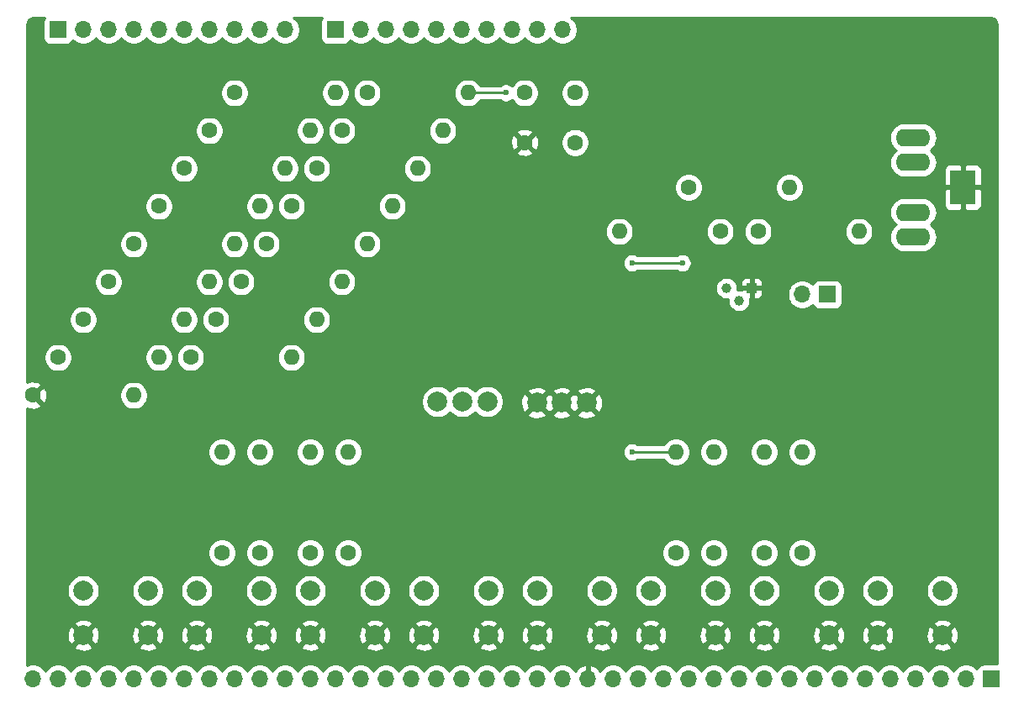
<source format=gbl>
G04 #@! TF.GenerationSoftware,KiCad,Pcbnew,(5.1.5)-3*
G04 #@! TF.CreationDate,2020-10-11T23:54:53+02:00*
G04 #@! TF.ProjectId,PB-002 Covox Sound,50422d30-3032-4204-936f-766f7820536f,rev?*
G04 #@! TF.SameCoordinates,Original*
G04 #@! TF.FileFunction,Copper,L2,Bot*
G04 #@! TF.FilePolarity,Positive*
%FSLAX46Y46*%
G04 Gerber Fmt 4.6, Leading zero omitted, Abs format (unit mm)*
G04 Created by KiCad (PCBNEW (5.1.5)-3) date 2020-10-11 23:54:53*
%MOMM*%
%LPD*%
G04 APERTURE LIST*
%ADD10C,2.000000*%
%ADD11O,1.600000X1.600000*%
%ADD12C,1.600000*%
%ADD13R,1.700000X1.700000*%
%ADD14O,1.700000X1.700000*%
%ADD15R,2.500000X3.500000*%
%ADD16O,3.500000X1.750000*%
%ADD17R,1.000000X1.000000*%
%ADD18C,1.000000*%
%ADD19C,0.600000*%
%ADD20C,0.250000*%
%ADD21C,0.254000*%
G04 APERTURE END LIST*
D10*
X157360000Y-117602000D03*
X142360000Y-117475000D03*
X144860000Y-117475000D03*
X154860000Y-117602000D03*
X147360000Y-117475000D03*
X152360000Y-117602000D03*
D11*
X160655000Y-100330000D03*
D12*
X170815000Y-100330000D03*
D11*
X177800000Y-95885000D03*
D12*
X167640000Y-95885000D03*
X174625000Y-100330000D03*
D11*
X184785000Y-100330000D03*
D12*
X151130000Y-86360000D03*
X151130000Y-91360000D03*
X156210000Y-86360000D03*
X156210000Y-91360000D03*
X133350000Y-132715000D03*
D11*
X133350000Y-122555000D03*
D12*
X135255000Y-86360000D03*
D11*
X145415000Y-86360000D03*
D10*
X106680000Y-141025000D03*
X106680000Y-136525000D03*
X113180000Y-141025000D03*
X113180000Y-136525000D03*
X118110000Y-141025000D03*
X118110000Y-136525000D03*
X124610000Y-141025000D03*
X124610000Y-136525000D03*
D12*
X120650000Y-132715000D03*
D11*
X120650000Y-122555000D03*
D12*
X124460000Y-132715000D03*
D11*
X124460000Y-122555000D03*
D12*
X121920000Y-86360000D03*
D11*
X132080000Y-86360000D03*
D12*
X119380000Y-90170000D03*
D11*
X129540000Y-90170000D03*
D12*
X116840000Y-93980000D03*
D11*
X127000000Y-93980000D03*
D12*
X114300000Y-97790000D03*
D11*
X124460000Y-97790000D03*
D12*
X111760000Y-101600000D03*
D11*
X121920000Y-101600000D03*
D12*
X109220000Y-105410000D03*
D11*
X119380000Y-105410000D03*
D12*
X106680000Y-109220000D03*
D11*
X116840000Y-109220000D03*
D12*
X104140000Y-113030000D03*
D11*
X114300000Y-113030000D03*
D12*
X101600000Y-116840000D03*
D11*
X111760000Y-116840000D03*
D12*
X129540000Y-132715000D03*
D11*
X129540000Y-122555000D03*
D12*
X132715000Y-90170000D03*
D11*
X142875000Y-90170000D03*
D12*
X130175000Y-93980000D03*
D11*
X140335000Y-93980000D03*
D12*
X127635000Y-97790000D03*
D11*
X137795000Y-97790000D03*
D12*
X125095000Y-101600000D03*
D11*
X135255000Y-101600000D03*
D12*
X122555000Y-105410000D03*
D11*
X132715000Y-105410000D03*
D12*
X120015000Y-109220000D03*
D11*
X130175000Y-109220000D03*
D12*
X117475000Y-113030000D03*
D11*
X127635000Y-113030000D03*
D12*
X166370000Y-132715000D03*
D11*
X166370000Y-122555000D03*
D12*
X170180000Y-132715000D03*
D11*
X170180000Y-122555000D03*
D12*
X175260000Y-132715000D03*
D11*
X175260000Y-122555000D03*
D12*
X179070000Y-132715000D03*
D11*
X179070000Y-122555000D03*
D10*
X129540000Y-141025000D03*
X129540000Y-136525000D03*
X136040000Y-141025000D03*
X136040000Y-136525000D03*
X140970000Y-141025000D03*
X140970000Y-136525000D03*
X147470000Y-141025000D03*
X147470000Y-136525000D03*
X152400000Y-141025000D03*
X152400000Y-136525000D03*
X158900000Y-141025000D03*
X158900000Y-136525000D03*
X163830000Y-141025000D03*
X163830000Y-136525000D03*
X170330000Y-141025000D03*
X170330000Y-136525000D03*
X175260000Y-141025000D03*
X175260000Y-136525000D03*
X181760000Y-141025000D03*
X181760000Y-136525000D03*
X186690000Y-141025000D03*
X186690000Y-136525000D03*
X193190000Y-141025000D03*
X193190000Y-136525000D03*
D13*
X104140000Y-80010000D03*
D14*
X106680000Y-80010000D03*
X109220000Y-80010000D03*
X111760000Y-80010000D03*
X114300000Y-80010000D03*
X116840000Y-80010000D03*
X119380000Y-80010000D03*
X121920000Y-80010000D03*
X124460000Y-80010000D03*
X127000000Y-80010000D03*
D13*
X198120000Y-145415000D03*
D14*
X195580000Y-145415000D03*
X193040000Y-145415000D03*
X190500000Y-145415000D03*
X187960000Y-145415000D03*
X185420000Y-145415000D03*
X182880000Y-145415000D03*
X180340000Y-145415000D03*
X177800000Y-145415000D03*
X175260000Y-145415000D03*
X172720000Y-145415000D03*
X170180000Y-145415000D03*
X167640000Y-145415000D03*
X165100000Y-145415000D03*
X162560000Y-145415000D03*
X160020000Y-145415000D03*
X157480000Y-145415000D03*
X154940000Y-145415000D03*
X152400000Y-145415000D03*
X149860000Y-145415000D03*
X147320000Y-145415000D03*
X144780000Y-145415000D03*
X142240000Y-145415000D03*
X139700000Y-145415000D03*
X137160000Y-145415000D03*
X134620000Y-145415000D03*
X132080000Y-145415000D03*
X129540000Y-145415000D03*
X127000000Y-145415000D03*
X124460000Y-145415000D03*
X121920000Y-145415000D03*
X119380000Y-145415000D03*
X116840000Y-145415000D03*
X114300000Y-145415000D03*
X111760000Y-145415000D03*
X109220000Y-145415000D03*
X106680000Y-145415000D03*
X104140000Y-145415000D03*
X101600000Y-145415000D03*
D13*
X132080000Y-80010000D03*
D14*
X134620000Y-80010000D03*
X137160000Y-80010000D03*
X139700000Y-80010000D03*
X142240000Y-80010000D03*
X144780000Y-80010000D03*
X147320000Y-80010000D03*
X149860000Y-80010000D03*
X152400000Y-80010000D03*
X154940000Y-80010000D03*
D15*
X195271000Y-95885000D03*
D16*
X190265000Y-100885000D03*
X190265000Y-90885000D03*
X190265000Y-98385000D03*
X190265000Y-93385000D03*
D13*
X181610000Y-106680000D03*
D14*
X179070000Y-106680000D03*
D17*
X173990000Y-106045000D03*
D18*
X171450000Y-106045000D03*
X172720000Y-107315000D03*
D19*
X161925000Y-122555000D03*
X149225000Y-86360000D03*
X161925000Y-103505000D03*
X167005000Y-103505000D03*
D20*
X161925000Y-122555000D02*
X166370000Y-122555000D01*
X149225000Y-86360000D02*
X145415000Y-86360000D01*
X161925000Y-103505000D02*
X167005000Y-103505000D01*
D21*
G36*
X102700498Y-78915820D02*
G01*
X102664188Y-79035518D01*
X102651928Y-79160000D01*
X102651928Y-80860000D01*
X102664188Y-80984482D01*
X102700498Y-81104180D01*
X102759463Y-81214494D01*
X102838815Y-81311185D01*
X102935506Y-81390537D01*
X103045820Y-81449502D01*
X103165518Y-81485812D01*
X103290000Y-81498072D01*
X104990000Y-81498072D01*
X105114482Y-81485812D01*
X105234180Y-81449502D01*
X105344494Y-81390537D01*
X105441185Y-81311185D01*
X105520537Y-81214494D01*
X105579502Y-81104180D01*
X105601513Y-81031620D01*
X105733368Y-81163475D01*
X105976589Y-81325990D01*
X106246842Y-81437932D01*
X106533740Y-81495000D01*
X106826260Y-81495000D01*
X107113158Y-81437932D01*
X107383411Y-81325990D01*
X107626632Y-81163475D01*
X107833475Y-80956632D01*
X107950000Y-80782240D01*
X108066525Y-80956632D01*
X108273368Y-81163475D01*
X108516589Y-81325990D01*
X108786842Y-81437932D01*
X109073740Y-81495000D01*
X109366260Y-81495000D01*
X109653158Y-81437932D01*
X109923411Y-81325990D01*
X110166632Y-81163475D01*
X110373475Y-80956632D01*
X110490000Y-80782240D01*
X110606525Y-80956632D01*
X110813368Y-81163475D01*
X111056589Y-81325990D01*
X111326842Y-81437932D01*
X111613740Y-81495000D01*
X111906260Y-81495000D01*
X112193158Y-81437932D01*
X112463411Y-81325990D01*
X112706632Y-81163475D01*
X112913475Y-80956632D01*
X113030000Y-80782240D01*
X113146525Y-80956632D01*
X113353368Y-81163475D01*
X113596589Y-81325990D01*
X113866842Y-81437932D01*
X114153740Y-81495000D01*
X114446260Y-81495000D01*
X114733158Y-81437932D01*
X115003411Y-81325990D01*
X115246632Y-81163475D01*
X115453475Y-80956632D01*
X115570000Y-80782240D01*
X115686525Y-80956632D01*
X115893368Y-81163475D01*
X116136589Y-81325990D01*
X116406842Y-81437932D01*
X116693740Y-81495000D01*
X116986260Y-81495000D01*
X117273158Y-81437932D01*
X117543411Y-81325990D01*
X117786632Y-81163475D01*
X117993475Y-80956632D01*
X118110000Y-80782240D01*
X118226525Y-80956632D01*
X118433368Y-81163475D01*
X118676589Y-81325990D01*
X118946842Y-81437932D01*
X119233740Y-81495000D01*
X119526260Y-81495000D01*
X119813158Y-81437932D01*
X120083411Y-81325990D01*
X120326632Y-81163475D01*
X120533475Y-80956632D01*
X120650000Y-80782240D01*
X120766525Y-80956632D01*
X120973368Y-81163475D01*
X121216589Y-81325990D01*
X121486842Y-81437932D01*
X121773740Y-81495000D01*
X122066260Y-81495000D01*
X122353158Y-81437932D01*
X122623411Y-81325990D01*
X122866632Y-81163475D01*
X123073475Y-80956632D01*
X123190000Y-80782240D01*
X123306525Y-80956632D01*
X123513368Y-81163475D01*
X123756589Y-81325990D01*
X124026842Y-81437932D01*
X124313740Y-81495000D01*
X124606260Y-81495000D01*
X124893158Y-81437932D01*
X125163411Y-81325990D01*
X125406632Y-81163475D01*
X125613475Y-80956632D01*
X125730000Y-80782240D01*
X125846525Y-80956632D01*
X126053368Y-81163475D01*
X126296589Y-81325990D01*
X126566842Y-81437932D01*
X126853740Y-81495000D01*
X127146260Y-81495000D01*
X127433158Y-81437932D01*
X127703411Y-81325990D01*
X127946632Y-81163475D01*
X128153475Y-80956632D01*
X128315990Y-80713411D01*
X128427932Y-80443158D01*
X128485000Y-80156260D01*
X128485000Y-79863740D01*
X128427932Y-79576842D01*
X128315990Y-79306589D01*
X128153475Y-79063368D01*
X127946632Y-78856525D01*
X127884485Y-78815000D01*
X130694388Y-78815000D01*
X130640498Y-78915820D01*
X130604188Y-79035518D01*
X130591928Y-79160000D01*
X130591928Y-80860000D01*
X130604188Y-80984482D01*
X130640498Y-81104180D01*
X130699463Y-81214494D01*
X130778815Y-81311185D01*
X130875506Y-81390537D01*
X130985820Y-81449502D01*
X131105518Y-81485812D01*
X131230000Y-81498072D01*
X132930000Y-81498072D01*
X133054482Y-81485812D01*
X133174180Y-81449502D01*
X133284494Y-81390537D01*
X133381185Y-81311185D01*
X133460537Y-81214494D01*
X133519502Y-81104180D01*
X133541513Y-81031620D01*
X133673368Y-81163475D01*
X133916589Y-81325990D01*
X134186842Y-81437932D01*
X134473740Y-81495000D01*
X134766260Y-81495000D01*
X135053158Y-81437932D01*
X135323411Y-81325990D01*
X135566632Y-81163475D01*
X135773475Y-80956632D01*
X135890000Y-80782240D01*
X136006525Y-80956632D01*
X136213368Y-81163475D01*
X136456589Y-81325990D01*
X136726842Y-81437932D01*
X137013740Y-81495000D01*
X137306260Y-81495000D01*
X137593158Y-81437932D01*
X137863411Y-81325990D01*
X138106632Y-81163475D01*
X138313475Y-80956632D01*
X138430000Y-80782240D01*
X138546525Y-80956632D01*
X138753368Y-81163475D01*
X138996589Y-81325990D01*
X139266842Y-81437932D01*
X139553740Y-81495000D01*
X139846260Y-81495000D01*
X140133158Y-81437932D01*
X140403411Y-81325990D01*
X140646632Y-81163475D01*
X140853475Y-80956632D01*
X140970000Y-80782240D01*
X141086525Y-80956632D01*
X141293368Y-81163475D01*
X141536589Y-81325990D01*
X141806842Y-81437932D01*
X142093740Y-81495000D01*
X142386260Y-81495000D01*
X142673158Y-81437932D01*
X142943411Y-81325990D01*
X143186632Y-81163475D01*
X143393475Y-80956632D01*
X143510000Y-80782240D01*
X143626525Y-80956632D01*
X143833368Y-81163475D01*
X144076589Y-81325990D01*
X144346842Y-81437932D01*
X144633740Y-81495000D01*
X144926260Y-81495000D01*
X145213158Y-81437932D01*
X145483411Y-81325990D01*
X145726632Y-81163475D01*
X145933475Y-80956632D01*
X146050000Y-80782240D01*
X146166525Y-80956632D01*
X146373368Y-81163475D01*
X146616589Y-81325990D01*
X146886842Y-81437932D01*
X147173740Y-81495000D01*
X147466260Y-81495000D01*
X147753158Y-81437932D01*
X148023411Y-81325990D01*
X148266632Y-81163475D01*
X148473475Y-80956632D01*
X148590000Y-80782240D01*
X148706525Y-80956632D01*
X148913368Y-81163475D01*
X149156589Y-81325990D01*
X149426842Y-81437932D01*
X149713740Y-81495000D01*
X150006260Y-81495000D01*
X150293158Y-81437932D01*
X150563411Y-81325990D01*
X150806632Y-81163475D01*
X151013475Y-80956632D01*
X151130000Y-80782240D01*
X151246525Y-80956632D01*
X151453368Y-81163475D01*
X151696589Y-81325990D01*
X151966842Y-81437932D01*
X152253740Y-81495000D01*
X152546260Y-81495000D01*
X152833158Y-81437932D01*
X153103411Y-81325990D01*
X153346632Y-81163475D01*
X153553475Y-80956632D01*
X153670000Y-80782240D01*
X153786525Y-80956632D01*
X153993368Y-81163475D01*
X154236589Y-81325990D01*
X154506842Y-81437932D01*
X154793740Y-81495000D01*
X155086260Y-81495000D01*
X155373158Y-81437932D01*
X155643411Y-81325990D01*
X155886632Y-81163475D01*
X156093475Y-80956632D01*
X156255990Y-80713411D01*
X156367932Y-80443158D01*
X156425000Y-80156260D01*
X156425000Y-79863740D01*
X156367932Y-79576842D01*
X156255990Y-79306589D01*
X156093475Y-79063368D01*
X155886632Y-78856525D01*
X155824485Y-78815000D01*
X198085280Y-78815000D01*
X198228109Y-78829005D01*
X198332101Y-78860402D01*
X198428014Y-78911399D01*
X198512194Y-78980055D01*
X198581440Y-79063758D01*
X198633105Y-79159311D01*
X198665227Y-79263078D01*
X198680001Y-79403650D01*
X198680000Y-143926928D01*
X197270000Y-143926928D01*
X197145518Y-143939188D01*
X197025820Y-143975498D01*
X196915506Y-144034463D01*
X196818815Y-144113815D01*
X196739463Y-144210506D01*
X196680498Y-144320820D01*
X196658487Y-144393380D01*
X196526632Y-144261525D01*
X196283411Y-144099010D01*
X196013158Y-143987068D01*
X195726260Y-143930000D01*
X195433740Y-143930000D01*
X195146842Y-143987068D01*
X194876589Y-144099010D01*
X194633368Y-144261525D01*
X194426525Y-144468368D01*
X194310000Y-144642760D01*
X194193475Y-144468368D01*
X193986632Y-144261525D01*
X193743411Y-144099010D01*
X193473158Y-143987068D01*
X193186260Y-143930000D01*
X192893740Y-143930000D01*
X192606842Y-143987068D01*
X192336589Y-144099010D01*
X192093368Y-144261525D01*
X191886525Y-144468368D01*
X191770000Y-144642760D01*
X191653475Y-144468368D01*
X191446632Y-144261525D01*
X191203411Y-144099010D01*
X190933158Y-143987068D01*
X190646260Y-143930000D01*
X190353740Y-143930000D01*
X190066842Y-143987068D01*
X189796589Y-144099010D01*
X189553368Y-144261525D01*
X189346525Y-144468368D01*
X189230000Y-144642760D01*
X189113475Y-144468368D01*
X188906632Y-144261525D01*
X188663411Y-144099010D01*
X188393158Y-143987068D01*
X188106260Y-143930000D01*
X187813740Y-143930000D01*
X187526842Y-143987068D01*
X187256589Y-144099010D01*
X187013368Y-144261525D01*
X186806525Y-144468368D01*
X186690000Y-144642760D01*
X186573475Y-144468368D01*
X186366632Y-144261525D01*
X186123411Y-144099010D01*
X185853158Y-143987068D01*
X185566260Y-143930000D01*
X185273740Y-143930000D01*
X184986842Y-143987068D01*
X184716589Y-144099010D01*
X184473368Y-144261525D01*
X184266525Y-144468368D01*
X184150000Y-144642760D01*
X184033475Y-144468368D01*
X183826632Y-144261525D01*
X183583411Y-144099010D01*
X183313158Y-143987068D01*
X183026260Y-143930000D01*
X182733740Y-143930000D01*
X182446842Y-143987068D01*
X182176589Y-144099010D01*
X181933368Y-144261525D01*
X181726525Y-144468368D01*
X181610000Y-144642760D01*
X181493475Y-144468368D01*
X181286632Y-144261525D01*
X181043411Y-144099010D01*
X180773158Y-143987068D01*
X180486260Y-143930000D01*
X180193740Y-143930000D01*
X179906842Y-143987068D01*
X179636589Y-144099010D01*
X179393368Y-144261525D01*
X179186525Y-144468368D01*
X179070000Y-144642760D01*
X178953475Y-144468368D01*
X178746632Y-144261525D01*
X178503411Y-144099010D01*
X178233158Y-143987068D01*
X177946260Y-143930000D01*
X177653740Y-143930000D01*
X177366842Y-143987068D01*
X177096589Y-144099010D01*
X176853368Y-144261525D01*
X176646525Y-144468368D01*
X176530000Y-144642760D01*
X176413475Y-144468368D01*
X176206632Y-144261525D01*
X175963411Y-144099010D01*
X175693158Y-143987068D01*
X175406260Y-143930000D01*
X175113740Y-143930000D01*
X174826842Y-143987068D01*
X174556589Y-144099010D01*
X174313368Y-144261525D01*
X174106525Y-144468368D01*
X173990000Y-144642760D01*
X173873475Y-144468368D01*
X173666632Y-144261525D01*
X173423411Y-144099010D01*
X173153158Y-143987068D01*
X172866260Y-143930000D01*
X172573740Y-143930000D01*
X172286842Y-143987068D01*
X172016589Y-144099010D01*
X171773368Y-144261525D01*
X171566525Y-144468368D01*
X171450000Y-144642760D01*
X171333475Y-144468368D01*
X171126632Y-144261525D01*
X170883411Y-144099010D01*
X170613158Y-143987068D01*
X170326260Y-143930000D01*
X170033740Y-143930000D01*
X169746842Y-143987068D01*
X169476589Y-144099010D01*
X169233368Y-144261525D01*
X169026525Y-144468368D01*
X168910000Y-144642760D01*
X168793475Y-144468368D01*
X168586632Y-144261525D01*
X168343411Y-144099010D01*
X168073158Y-143987068D01*
X167786260Y-143930000D01*
X167493740Y-143930000D01*
X167206842Y-143987068D01*
X166936589Y-144099010D01*
X166693368Y-144261525D01*
X166486525Y-144468368D01*
X166370000Y-144642760D01*
X166253475Y-144468368D01*
X166046632Y-144261525D01*
X165803411Y-144099010D01*
X165533158Y-143987068D01*
X165246260Y-143930000D01*
X164953740Y-143930000D01*
X164666842Y-143987068D01*
X164396589Y-144099010D01*
X164153368Y-144261525D01*
X163946525Y-144468368D01*
X163830000Y-144642760D01*
X163713475Y-144468368D01*
X163506632Y-144261525D01*
X163263411Y-144099010D01*
X162993158Y-143987068D01*
X162706260Y-143930000D01*
X162413740Y-143930000D01*
X162126842Y-143987068D01*
X161856589Y-144099010D01*
X161613368Y-144261525D01*
X161406525Y-144468368D01*
X161290000Y-144642760D01*
X161173475Y-144468368D01*
X160966632Y-144261525D01*
X160723411Y-144099010D01*
X160453158Y-143987068D01*
X160166260Y-143930000D01*
X159873740Y-143930000D01*
X159586842Y-143987068D01*
X159316589Y-144099010D01*
X159073368Y-144261525D01*
X158866525Y-144468368D01*
X158744805Y-144650534D01*
X158675178Y-144533645D01*
X158480269Y-144317412D01*
X158246920Y-144143359D01*
X157984099Y-144018175D01*
X157836890Y-143973524D01*
X157607000Y-144094845D01*
X157607000Y-145288000D01*
X157627000Y-145288000D01*
X157627000Y-145542000D01*
X157607000Y-145542000D01*
X157607000Y-145562000D01*
X157353000Y-145562000D01*
X157353000Y-145542000D01*
X157333000Y-145542000D01*
X157333000Y-145288000D01*
X157353000Y-145288000D01*
X157353000Y-144094845D01*
X157123110Y-143973524D01*
X156975901Y-144018175D01*
X156713080Y-144143359D01*
X156479731Y-144317412D01*
X156284822Y-144533645D01*
X156215195Y-144650534D01*
X156093475Y-144468368D01*
X155886632Y-144261525D01*
X155643411Y-144099010D01*
X155373158Y-143987068D01*
X155086260Y-143930000D01*
X154793740Y-143930000D01*
X154506842Y-143987068D01*
X154236589Y-144099010D01*
X153993368Y-144261525D01*
X153786525Y-144468368D01*
X153670000Y-144642760D01*
X153553475Y-144468368D01*
X153346632Y-144261525D01*
X153103411Y-144099010D01*
X152833158Y-143987068D01*
X152546260Y-143930000D01*
X152253740Y-143930000D01*
X151966842Y-143987068D01*
X151696589Y-144099010D01*
X151453368Y-144261525D01*
X151246525Y-144468368D01*
X151130000Y-144642760D01*
X151013475Y-144468368D01*
X150806632Y-144261525D01*
X150563411Y-144099010D01*
X150293158Y-143987068D01*
X150006260Y-143930000D01*
X149713740Y-143930000D01*
X149426842Y-143987068D01*
X149156589Y-144099010D01*
X148913368Y-144261525D01*
X148706525Y-144468368D01*
X148590000Y-144642760D01*
X148473475Y-144468368D01*
X148266632Y-144261525D01*
X148023411Y-144099010D01*
X147753158Y-143987068D01*
X147466260Y-143930000D01*
X147173740Y-143930000D01*
X146886842Y-143987068D01*
X146616589Y-144099010D01*
X146373368Y-144261525D01*
X146166525Y-144468368D01*
X146050000Y-144642760D01*
X145933475Y-144468368D01*
X145726632Y-144261525D01*
X145483411Y-144099010D01*
X145213158Y-143987068D01*
X144926260Y-143930000D01*
X144633740Y-143930000D01*
X144346842Y-143987068D01*
X144076589Y-144099010D01*
X143833368Y-144261525D01*
X143626525Y-144468368D01*
X143510000Y-144642760D01*
X143393475Y-144468368D01*
X143186632Y-144261525D01*
X142943411Y-144099010D01*
X142673158Y-143987068D01*
X142386260Y-143930000D01*
X142093740Y-143930000D01*
X141806842Y-143987068D01*
X141536589Y-144099010D01*
X141293368Y-144261525D01*
X141086525Y-144468368D01*
X140970000Y-144642760D01*
X140853475Y-144468368D01*
X140646632Y-144261525D01*
X140403411Y-144099010D01*
X140133158Y-143987068D01*
X139846260Y-143930000D01*
X139553740Y-143930000D01*
X139266842Y-143987068D01*
X138996589Y-144099010D01*
X138753368Y-144261525D01*
X138546525Y-144468368D01*
X138430000Y-144642760D01*
X138313475Y-144468368D01*
X138106632Y-144261525D01*
X137863411Y-144099010D01*
X137593158Y-143987068D01*
X137306260Y-143930000D01*
X137013740Y-143930000D01*
X136726842Y-143987068D01*
X136456589Y-144099010D01*
X136213368Y-144261525D01*
X136006525Y-144468368D01*
X135890000Y-144642760D01*
X135773475Y-144468368D01*
X135566632Y-144261525D01*
X135323411Y-144099010D01*
X135053158Y-143987068D01*
X134766260Y-143930000D01*
X134473740Y-143930000D01*
X134186842Y-143987068D01*
X133916589Y-144099010D01*
X133673368Y-144261525D01*
X133466525Y-144468368D01*
X133350000Y-144642760D01*
X133233475Y-144468368D01*
X133026632Y-144261525D01*
X132783411Y-144099010D01*
X132513158Y-143987068D01*
X132226260Y-143930000D01*
X131933740Y-143930000D01*
X131646842Y-143987068D01*
X131376589Y-144099010D01*
X131133368Y-144261525D01*
X130926525Y-144468368D01*
X130810000Y-144642760D01*
X130693475Y-144468368D01*
X130486632Y-144261525D01*
X130243411Y-144099010D01*
X129973158Y-143987068D01*
X129686260Y-143930000D01*
X129393740Y-143930000D01*
X129106842Y-143987068D01*
X128836589Y-144099010D01*
X128593368Y-144261525D01*
X128386525Y-144468368D01*
X128270000Y-144642760D01*
X128153475Y-144468368D01*
X127946632Y-144261525D01*
X127703411Y-144099010D01*
X127433158Y-143987068D01*
X127146260Y-143930000D01*
X126853740Y-143930000D01*
X126566842Y-143987068D01*
X126296589Y-144099010D01*
X126053368Y-144261525D01*
X125846525Y-144468368D01*
X125730000Y-144642760D01*
X125613475Y-144468368D01*
X125406632Y-144261525D01*
X125163411Y-144099010D01*
X124893158Y-143987068D01*
X124606260Y-143930000D01*
X124313740Y-143930000D01*
X124026842Y-143987068D01*
X123756589Y-144099010D01*
X123513368Y-144261525D01*
X123306525Y-144468368D01*
X123190000Y-144642760D01*
X123073475Y-144468368D01*
X122866632Y-144261525D01*
X122623411Y-144099010D01*
X122353158Y-143987068D01*
X122066260Y-143930000D01*
X121773740Y-143930000D01*
X121486842Y-143987068D01*
X121216589Y-144099010D01*
X120973368Y-144261525D01*
X120766525Y-144468368D01*
X120650000Y-144642760D01*
X120533475Y-144468368D01*
X120326632Y-144261525D01*
X120083411Y-144099010D01*
X119813158Y-143987068D01*
X119526260Y-143930000D01*
X119233740Y-143930000D01*
X118946842Y-143987068D01*
X118676589Y-144099010D01*
X118433368Y-144261525D01*
X118226525Y-144468368D01*
X118110000Y-144642760D01*
X117993475Y-144468368D01*
X117786632Y-144261525D01*
X117543411Y-144099010D01*
X117273158Y-143987068D01*
X116986260Y-143930000D01*
X116693740Y-143930000D01*
X116406842Y-143987068D01*
X116136589Y-144099010D01*
X115893368Y-144261525D01*
X115686525Y-144468368D01*
X115570000Y-144642760D01*
X115453475Y-144468368D01*
X115246632Y-144261525D01*
X115003411Y-144099010D01*
X114733158Y-143987068D01*
X114446260Y-143930000D01*
X114153740Y-143930000D01*
X113866842Y-143987068D01*
X113596589Y-144099010D01*
X113353368Y-144261525D01*
X113146525Y-144468368D01*
X113030000Y-144642760D01*
X112913475Y-144468368D01*
X112706632Y-144261525D01*
X112463411Y-144099010D01*
X112193158Y-143987068D01*
X111906260Y-143930000D01*
X111613740Y-143930000D01*
X111326842Y-143987068D01*
X111056589Y-144099010D01*
X110813368Y-144261525D01*
X110606525Y-144468368D01*
X110490000Y-144642760D01*
X110373475Y-144468368D01*
X110166632Y-144261525D01*
X109923411Y-144099010D01*
X109653158Y-143987068D01*
X109366260Y-143930000D01*
X109073740Y-143930000D01*
X108786842Y-143987068D01*
X108516589Y-144099010D01*
X108273368Y-144261525D01*
X108066525Y-144468368D01*
X107950000Y-144642760D01*
X107833475Y-144468368D01*
X107626632Y-144261525D01*
X107383411Y-144099010D01*
X107113158Y-143987068D01*
X106826260Y-143930000D01*
X106533740Y-143930000D01*
X106246842Y-143987068D01*
X105976589Y-144099010D01*
X105733368Y-144261525D01*
X105526525Y-144468368D01*
X105410000Y-144642760D01*
X105293475Y-144468368D01*
X105086632Y-144261525D01*
X104843411Y-144099010D01*
X104573158Y-143987068D01*
X104286260Y-143930000D01*
X103993740Y-143930000D01*
X103706842Y-143987068D01*
X103436589Y-144099010D01*
X103193368Y-144261525D01*
X102986525Y-144468368D01*
X102870000Y-144642760D01*
X102753475Y-144468368D01*
X102546632Y-144261525D01*
X102303411Y-144099010D01*
X102033158Y-143987068D01*
X101746260Y-143930000D01*
X101453740Y-143930000D01*
X101166842Y-143987068D01*
X101040000Y-144039607D01*
X101040000Y-142160413D01*
X105724192Y-142160413D01*
X105819956Y-142424814D01*
X106109571Y-142565704D01*
X106421108Y-142647384D01*
X106742595Y-142666718D01*
X107061675Y-142622961D01*
X107366088Y-142517795D01*
X107540044Y-142424814D01*
X107635808Y-142160413D01*
X112224192Y-142160413D01*
X112319956Y-142424814D01*
X112609571Y-142565704D01*
X112921108Y-142647384D01*
X113242595Y-142666718D01*
X113561675Y-142622961D01*
X113866088Y-142517795D01*
X114040044Y-142424814D01*
X114135808Y-142160413D01*
X117154192Y-142160413D01*
X117249956Y-142424814D01*
X117539571Y-142565704D01*
X117851108Y-142647384D01*
X118172595Y-142666718D01*
X118491675Y-142622961D01*
X118796088Y-142517795D01*
X118970044Y-142424814D01*
X119065808Y-142160413D01*
X123654192Y-142160413D01*
X123749956Y-142424814D01*
X124039571Y-142565704D01*
X124351108Y-142647384D01*
X124672595Y-142666718D01*
X124991675Y-142622961D01*
X125296088Y-142517795D01*
X125470044Y-142424814D01*
X125565808Y-142160413D01*
X128584192Y-142160413D01*
X128679956Y-142424814D01*
X128969571Y-142565704D01*
X129281108Y-142647384D01*
X129602595Y-142666718D01*
X129921675Y-142622961D01*
X130226088Y-142517795D01*
X130400044Y-142424814D01*
X130495808Y-142160413D01*
X135084192Y-142160413D01*
X135179956Y-142424814D01*
X135469571Y-142565704D01*
X135781108Y-142647384D01*
X136102595Y-142666718D01*
X136421675Y-142622961D01*
X136726088Y-142517795D01*
X136900044Y-142424814D01*
X136995808Y-142160413D01*
X140014192Y-142160413D01*
X140109956Y-142424814D01*
X140399571Y-142565704D01*
X140711108Y-142647384D01*
X141032595Y-142666718D01*
X141351675Y-142622961D01*
X141656088Y-142517795D01*
X141830044Y-142424814D01*
X141925808Y-142160413D01*
X146514192Y-142160413D01*
X146609956Y-142424814D01*
X146899571Y-142565704D01*
X147211108Y-142647384D01*
X147532595Y-142666718D01*
X147851675Y-142622961D01*
X148156088Y-142517795D01*
X148330044Y-142424814D01*
X148425808Y-142160413D01*
X151444192Y-142160413D01*
X151539956Y-142424814D01*
X151829571Y-142565704D01*
X152141108Y-142647384D01*
X152462595Y-142666718D01*
X152781675Y-142622961D01*
X153086088Y-142517795D01*
X153260044Y-142424814D01*
X153355808Y-142160413D01*
X157944192Y-142160413D01*
X158039956Y-142424814D01*
X158329571Y-142565704D01*
X158641108Y-142647384D01*
X158962595Y-142666718D01*
X159281675Y-142622961D01*
X159586088Y-142517795D01*
X159760044Y-142424814D01*
X159855808Y-142160413D01*
X162874192Y-142160413D01*
X162969956Y-142424814D01*
X163259571Y-142565704D01*
X163571108Y-142647384D01*
X163892595Y-142666718D01*
X164211675Y-142622961D01*
X164516088Y-142517795D01*
X164690044Y-142424814D01*
X164785808Y-142160413D01*
X169374192Y-142160413D01*
X169469956Y-142424814D01*
X169759571Y-142565704D01*
X170071108Y-142647384D01*
X170392595Y-142666718D01*
X170711675Y-142622961D01*
X171016088Y-142517795D01*
X171190044Y-142424814D01*
X171285808Y-142160413D01*
X174304192Y-142160413D01*
X174399956Y-142424814D01*
X174689571Y-142565704D01*
X175001108Y-142647384D01*
X175322595Y-142666718D01*
X175641675Y-142622961D01*
X175946088Y-142517795D01*
X176120044Y-142424814D01*
X176215808Y-142160413D01*
X180804192Y-142160413D01*
X180899956Y-142424814D01*
X181189571Y-142565704D01*
X181501108Y-142647384D01*
X181822595Y-142666718D01*
X182141675Y-142622961D01*
X182446088Y-142517795D01*
X182620044Y-142424814D01*
X182715808Y-142160413D01*
X185734192Y-142160413D01*
X185829956Y-142424814D01*
X186119571Y-142565704D01*
X186431108Y-142647384D01*
X186752595Y-142666718D01*
X187071675Y-142622961D01*
X187376088Y-142517795D01*
X187550044Y-142424814D01*
X187645808Y-142160413D01*
X192234192Y-142160413D01*
X192329956Y-142424814D01*
X192619571Y-142565704D01*
X192931108Y-142647384D01*
X193252595Y-142666718D01*
X193571675Y-142622961D01*
X193876088Y-142517795D01*
X194050044Y-142424814D01*
X194145808Y-142160413D01*
X193190000Y-141204605D01*
X192234192Y-142160413D01*
X187645808Y-142160413D01*
X186690000Y-141204605D01*
X185734192Y-142160413D01*
X182715808Y-142160413D01*
X181760000Y-141204605D01*
X180804192Y-142160413D01*
X176215808Y-142160413D01*
X175260000Y-141204605D01*
X174304192Y-142160413D01*
X171285808Y-142160413D01*
X170330000Y-141204605D01*
X169374192Y-142160413D01*
X164785808Y-142160413D01*
X163830000Y-141204605D01*
X162874192Y-142160413D01*
X159855808Y-142160413D01*
X158900000Y-141204605D01*
X157944192Y-142160413D01*
X153355808Y-142160413D01*
X152400000Y-141204605D01*
X151444192Y-142160413D01*
X148425808Y-142160413D01*
X147470000Y-141204605D01*
X146514192Y-142160413D01*
X141925808Y-142160413D01*
X140970000Y-141204605D01*
X140014192Y-142160413D01*
X136995808Y-142160413D01*
X136040000Y-141204605D01*
X135084192Y-142160413D01*
X130495808Y-142160413D01*
X129540000Y-141204605D01*
X128584192Y-142160413D01*
X125565808Y-142160413D01*
X124610000Y-141204605D01*
X123654192Y-142160413D01*
X119065808Y-142160413D01*
X118110000Y-141204605D01*
X117154192Y-142160413D01*
X114135808Y-142160413D01*
X113180000Y-141204605D01*
X112224192Y-142160413D01*
X107635808Y-142160413D01*
X106680000Y-141204605D01*
X105724192Y-142160413D01*
X101040000Y-142160413D01*
X101040000Y-141087595D01*
X105038282Y-141087595D01*
X105082039Y-141406675D01*
X105187205Y-141711088D01*
X105280186Y-141885044D01*
X105544587Y-141980808D01*
X106500395Y-141025000D01*
X106859605Y-141025000D01*
X107815413Y-141980808D01*
X108079814Y-141885044D01*
X108220704Y-141595429D01*
X108302384Y-141283892D01*
X108314189Y-141087595D01*
X111538282Y-141087595D01*
X111582039Y-141406675D01*
X111687205Y-141711088D01*
X111780186Y-141885044D01*
X112044587Y-141980808D01*
X113000395Y-141025000D01*
X113359605Y-141025000D01*
X114315413Y-141980808D01*
X114579814Y-141885044D01*
X114720704Y-141595429D01*
X114802384Y-141283892D01*
X114814189Y-141087595D01*
X116468282Y-141087595D01*
X116512039Y-141406675D01*
X116617205Y-141711088D01*
X116710186Y-141885044D01*
X116974587Y-141980808D01*
X117930395Y-141025000D01*
X118289605Y-141025000D01*
X119245413Y-141980808D01*
X119509814Y-141885044D01*
X119650704Y-141595429D01*
X119732384Y-141283892D01*
X119744189Y-141087595D01*
X122968282Y-141087595D01*
X123012039Y-141406675D01*
X123117205Y-141711088D01*
X123210186Y-141885044D01*
X123474587Y-141980808D01*
X124430395Y-141025000D01*
X124789605Y-141025000D01*
X125745413Y-141980808D01*
X126009814Y-141885044D01*
X126150704Y-141595429D01*
X126232384Y-141283892D01*
X126244189Y-141087595D01*
X127898282Y-141087595D01*
X127942039Y-141406675D01*
X128047205Y-141711088D01*
X128140186Y-141885044D01*
X128404587Y-141980808D01*
X129360395Y-141025000D01*
X129719605Y-141025000D01*
X130675413Y-141980808D01*
X130939814Y-141885044D01*
X131080704Y-141595429D01*
X131162384Y-141283892D01*
X131174189Y-141087595D01*
X134398282Y-141087595D01*
X134442039Y-141406675D01*
X134547205Y-141711088D01*
X134640186Y-141885044D01*
X134904587Y-141980808D01*
X135860395Y-141025000D01*
X136219605Y-141025000D01*
X137175413Y-141980808D01*
X137439814Y-141885044D01*
X137580704Y-141595429D01*
X137662384Y-141283892D01*
X137674189Y-141087595D01*
X139328282Y-141087595D01*
X139372039Y-141406675D01*
X139477205Y-141711088D01*
X139570186Y-141885044D01*
X139834587Y-141980808D01*
X140790395Y-141025000D01*
X141149605Y-141025000D01*
X142105413Y-141980808D01*
X142369814Y-141885044D01*
X142510704Y-141595429D01*
X142592384Y-141283892D01*
X142604189Y-141087595D01*
X145828282Y-141087595D01*
X145872039Y-141406675D01*
X145977205Y-141711088D01*
X146070186Y-141885044D01*
X146334587Y-141980808D01*
X147290395Y-141025000D01*
X147649605Y-141025000D01*
X148605413Y-141980808D01*
X148869814Y-141885044D01*
X149010704Y-141595429D01*
X149092384Y-141283892D01*
X149104189Y-141087595D01*
X150758282Y-141087595D01*
X150802039Y-141406675D01*
X150907205Y-141711088D01*
X151000186Y-141885044D01*
X151264587Y-141980808D01*
X152220395Y-141025000D01*
X152579605Y-141025000D01*
X153535413Y-141980808D01*
X153799814Y-141885044D01*
X153940704Y-141595429D01*
X154022384Y-141283892D01*
X154034189Y-141087595D01*
X157258282Y-141087595D01*
X157302039Y-141406675D01*
X157407205Y-141711088D01*
X157500186Y-141885044D01*
X157764587Y-141980808D01*
X158720395Y-141025000D01*
X159079605Y-141025000D01*
X160035413Y-141980808D01*
X160299814Y-141885044D01*
X160440704Y-141595429D01*
X160522384Y-141283892D01*
X160534189Y-141087595D01*
X162188282Y-141087595D01*
X162232039Y-141406675D01*
X162337205Y-141711088D01*
X162430186Y-141885044D01*
X162694587Y-141980808D01*
X163650395Y-141025000D01*
X164009605Y-141025000D01*
X164965413Y-141980808D01*
X165229814Y-141885044D01*
X165370704Y-141595429D01*
X165452384Y-141283892D01*
X165464189Y-141087595D01*
X168688282Y-141087595D01*
X168732039Y-141406675D01*
X168837205Y-141711088D01*
X168930186Y-141885044D01*
X169194587Y-141980808D01*
X170150395Y-141025000D01*
X170509605Y-141025000D01*
X171465413Y-141980808D01*
X171729814Y-141885044D01*
X171870704Y-141595429D01*
X171952384Y-141283892D01*
X171964189Y-141087595D01*
X173618282Y-141087595D01*
X173662039Y-141406675D01*
X173767205Y-141711088D01*
X173860186Y-141885044D01*
X174124587Y-141980808D01*
X175080395Y-141025000D01*
X175439605Y-141025000D01*
X176395413Y-141980808D01*
X176659814Y-141885044D01*
X176800704Y-141595429D01*
X176882384Y-141283892D01*
X176894189Y-141087595D01*
X180118282Y-141087595D01*
X180162039Y-141406675D01*
X180267205Y-141711088D01*
X180360186Y-141885044D01*
X180624587Y-141980808D01*
X181580395Y-141025000D01*
X181939605Y-141025000D01*
X182895413Y-141980808D01*
X183159814Y-141885044D01*
X183300704Y-141595429D01*
X183382384Y-141283892D01*
X183394189Y-141087595D01*
X185048282Y-141087595D01*
X185092039Y-141406675D01*
X185197205Y-141711088D01*
X185290186Y-141885044D01*
X185554587Y-141980808D01*
X186510395Y-141025000D01*
X186869605Y-141025000D01*
X187825413Y-141980808D01*
X188089814Y-141885044D01*
X188230704Y-141595429D01*
X188312384Y-141283892D01*
X188324189Y-141087595D01*
X191548282Y-141087595D01*
X191592039Y-141406675D01*
X191697205Y-141711088D01*
X191790186Y-141885044D01*
X192054587Y-141980808D01*
X193010395Y-141025000D01*
X193369605Y-141025000D01*
X194325413Y-141980808D01*
X194589814Y-141885044D01*
X194730704Y-141595429D01*
X194812384Y-141283892D01*
X194831718Y-140962405D01*
X194787961Y-140643325D01*
X194682795Y-140338912D01*
X194589814Y-140164956D01*
X194325413Y-140069192D01*
X193369605Y-141025000D01*
X193010395Y-141025000D01*
X192054587Y-140069192D01*
X191790186Y-140164956D01*
X191649296Y-140454571D01*
X191567616Y-140766108D01*
X191548282Y-141087595D01*
X188324189Y-141087595D01*
X188331718Y-140962405D01*
X188287961Y-140643325D01*
X188182795Y-140338912D01*
X188089814Y-140164956D01*
X187825413Y-140069192D01*
X186869605Y-141025000D01*
X186510395Y-141025000D01*
X185554587Y-140069192D01*
X185290186Y-140164956D01*
X185149296Y-140454571D01*
X185067616Y-140766108D01*
X185048282Y-141087595D01*
X183394189Y-141087595D01*
X183401718Y-140962405D01*
X183357961Y-140643325D01*
X183252795Y-140338912D01*
X183159814Y-140164956D01*
X182895413Y-140069192D01*
X181939605Y-141025000D01*
X181580395Y-141025000D01*
X180624587Y-140069192D01*
X180360186Y-140164956D01*
X180219296Y-140454571D01*
X180137616Y-140766108D01*
X180118282Y-141087595D01*
X176894189Y-141087595D01*
X176901718Y-140962405D01*
X176857961Y-140643325D01*
X176752795Y-140338912D01*
X176659814Y-140164956D01*
X176395413Y-140069192D01*
X175439605Y-141025000D01*
X175080395Y-141025000D01*
X174124587Y-140069192D01*
X173860186Y-140164956D01*
X173719296Y-140454571D01*
X173637616Y-140766108D01*
X173618282Y-141087595D01*
X171964189Y-141087595D01*
X171971718Y-140962405D01*
X171927961Y-140643325D01*
X171822795Y-140338912D01*
X171729814Y-140164956D01*
X171465413Y-140069192D01*
X170509605Y-141025000D01*
X170150395Y-141025000D01*
X169194587Y-140069192D01*
X168930186Y-140164956D01*
X168789296Y-140454571D01*
X168707616Y-140766108D01*
X168688282Y-141087595D01*
X165464189Y-141087595D01*
X165471718Y-140962405D01*
X165427961Y-140643325D01*
X165322795Y-140338912D01*
X165229814Y-140164956D01*
X164965413Y-140069192D01*
X164009605Y-141025000D01*
X163650395Y-141025000D01*
X162694587Y-140069192D01*
X162430186Y-140164956D01*
X162289296Y-140454571D01*
X162207616Y-140766108D01*
X162188282Y-141087595D01*
X160534189Y-141087595D01*
X160541718Y-140962405D01*
X160497961Y-140643325D01*
X160392795Y-140338912D01*
X160299814Y-140164956D01*
X160035413Y-140069192D01*
X159079605Y-141025000D01*
X158720395Y-141025000D01*
X157764587Y-140069192D01*
X157500186Y-140164956D01*
X157359296Y-140454571D01*
X157277616Y-140766108D01*
X157258282Y-141087595D01*
X154034189Y-141087595D01*
X154041718Y-140962405D01*
X153997961Y-140643325D01*
X153892795Y-140338912D01*
X153799814Y-140164956D01*
X153535413Y-140069192D01*
X152579605Y-141025000D01*
X152220395Y-141025000D01*
X151264587Y-140069192D01*
X151000186Y-140164956D01*
X150859296Y-140454571D01*
X150777616Y-140766108D01*
X150758282Y-141087595D01*
X149104189Y-141087595D01*
X149111718Y-140962405D01*
X149067961Y-140643325D01*
X148962795Y-140338912D01*
X148869814Y-140164956D01*
X148605413Y-140069192D01*
X147649605Y-141025000D01*
X147290395Y-141025000D01*
X146334587Y-140069192D01*
X146070186Y-140164956D01*
X145929296Y-140454571D01*
X145847616Y-140766108D01*
X145828282Y-141087595D01*
X142604189Y-141087595D01*
X142611718Y-140962405D01*
X142567961Y-140643325D01*
X142462795Y-140338912D01*
X142369814Y-140164956D01*
X142105413Y-140069192D01*
X141149605Y-141025000D01*
X140790395Y-141025000D01*
X139834587Y-140069192D01*
X139570186Y-140164956D01*
X139429296Y-140454571D01*
X139347616Y-140766108D01*
X139328282Y-141087595D01*
X137674189Y-141087595D01*
X137681718Y-140962405D01*
X137637961Y-140643325D01*
X137532795Y-140338912D01*
X137439814Y-140164956D01*
X137175413Y-140069192D01*
X136219605Y-141025000D01*
X135860395Y-141025000D01*
X134904587Y-140069192D01*
X134640186Y-140164956D01*
X134499296Y-140454571D01*
X134417616Y-140766108D01*
X134398282Y-141087595D01*
X131174189Y-141087595D01*
X131181718Y-140962405D01*
X131137961Y-140643325D01*
X131032795Y-140338912D01*
X130939814Y-140164956D01*
X130675413Y-140069192D01*
X129719605Y-141025000D01*
X129360395Y-141025000D01*
X128404587Y-140069192D01*
X128140186Y-140164956D01*
X127999296Y-140454571D01*
X127917616Y-140766108D01*
X127898282Y-141087595D01*
X126244189Y-141087595D01*
X126251718Y-140962405D01*
X126207961Y-140643325D01*
X126102795Y-140338912D01*
X126009814Y-140164956D01*
X125745413Y-140069192D01*
X124789605Y-141025000D01*
X124430395Y-141025000D01*
X123474587Y-140069192D01*
X123210186Y-140164956D01*
X123069296Y-140454571D01*
X122987616Y-140766108D01*
X122968282Y-141087595D01*
X119744189Y-141087595D01*
X119751718Y-140962405D01*
X119707961Y-140643325D01*
X119602795Y-140338912D01*
X119509814Y-140164956D01*
X119245413Y-140069192D01*
X118289605Y-141025000D01*
X117930395Y-141025000D01*
X116974587Y-140069192D01*
X116710186Y-140164956D01*
X116569296Y-140454571D01*
X116487616Y-140766108D01*
X116468282Y-141087595D01*
X114814189Y-141087595D01*
X114821718Y-140962405D01*
X114777961Y-140643325D01*
X114672795Y-140338912D01*
X114579814Y-140164956D01*
X114315413Y-140069192D01*
X113359605Y-141025000D01*
X113000395Y-141025000D01*
X112044587Y-140069192D01*
X111780186Y-140164956D01*
X111639296Y-140454571D01*
X111557616Y-140766108D01*
X111538282Y-141087595D01*
X108314189Y-141087595D01*
X108321718Y-140962405D01*
X108277961Y-140643325D01*
X108172795Y-140338912D01*
X108079814Y-140164956D01*
X107815413Y-140069192D01*
X106859605Y-141025000D01*
X106500395Y-141025000D01*
X105544587Y-140069192D01*
X105280186Y-140164956D01*
X105139296Y-140454571D01*
X105057616Y-140766108D01*
X105038282Y-141087595D01*
X101040000Y-141087595D01*
X101040000Y-139889587D01*
X105724192Y-139889587D01*
X106680000Y-140845395D01*
X107635808Y-139889587D01*
X112224192Y-139889587D01*
X113180000Y-140845395D01*
X114135808Y-139889587D01*
X117154192Y-139889587D01*
X118110000Y-140845395D01*
X119065808Y-139889587D01*
X123654192Y-139889587D01*
X124610000Y-140845395D01*
X125565808Y-139889587D01*
X128584192Y-139889587D01*
X129540000Y-140845395D01*
X130495808Y-139889587D01*
X135084192Y-139889587D01*
X136040000Y-140845395D01*
X136995808Y-139889587D01*
X140014192Y-139889587D01*
X140970000Y-140845395D01*
X141925808Y-139889587D01*
X146514192Y-139889587D01*
X147470000Y-140845395D01*
X148425808Y-139889587D01*
X151444192Y-139889587D01*
X152400000Y-140845395D01*
X153355808Y-139889587D01*
X157944192Y-139889587D01*
X158900000Y-140845395D01*
X159855808Y-139889587D01*
X162874192Y-139889587D01*
X163830000Y-140845395D01*
X164785808Y-139889587D01*
X169374192Y-139889587D01*
X170330000Y-140845395D01*
X171285808Y-139889587D01*
X174304192Y-139889587D01*
X175260000Y-140845395D01*
X176215808Y-139889587D01*
X180804192Y-139889587D01*
X181760000Y-140845395D01*
X182715808Y-139889587D01*
X185734192Y-139889587D01*
X186690000Y-140845395D01*
X187645808Y-139889587D01*
X192234192Y-139889587D01*
X193190000Y-140845395D01*
X194145808Y-139889587D01*
X194050044Y-139625186D01*
X193760429Y-139484296D01*
X193448892Y-139402616D01*
X193127405Y-139383282D01*
X192808325Y-139427039D01*
X192503912Y-139532205D01*
X192329956Y-139625186D01*
X192234192Y-139889587D01*
X187645808Y-139889587D01*
X187550044Y-139625186D01*
X187260429Y-139484296D01*
X186948892Y-139402616D01*
X186627405Y-139383282D01*
X186308325Y-139427039D01*
X186003912Y-139532205D01*
X185829956Y-139625186D01*
X185734192Y-139889587D01*
X182715808Y-139889587D01*
X182620044Y-139625186D01*
X182330429Y-139484296D01*
X182018892Y-139402616D01*
X181697405Y-139383282D01*
X181378325Y-139427039D01*
X181073912Y-139532205D01*
X180899956Y-139625186D01*
X180804192Y-139889587D01*
X176215808Y-139889587D01*
X176120044Y-139625186D01*
X175830429Y-139484296D01*
X175518892Y-139402616D01*
X175197405Y-139383282D01*
X174878325Y-139427039D01*
X174573912Y-139532205D01*
X174399956Y-139625186D01*
X174304192Y-139889587D01*
X171285808Y-139889587D01*
X171190044Y-139625186D01*
X170900429Y-139484296D01*
X170588892Y-139402616D01*
X170267405Y-139383282D01*
X169948325Y-139427039D01*
X169643912Y-139532205D01*
X169469956Y-139625186D01*
X169374192Y-139889587D01*
X164785808Y-139889587D01*
X164690044Y-139625186D01*
X164400429Y-139484296D01*
X164088892Y-139402616D01*
X163767405Y-139383282D01*
X163448325Y-139427039D01*
X163143912Y-139532205D01*
X162969956Y-139625186D01*
X162874192Y-139889587D01*
X159855808Y-139889587D01*
X159760044Y-139625186D01*
X159470429Y-139484296D01*
X159158892Y-139402616D01*
X158837405Y-139383282D01*
X158518325Y-139427039D01*
X158213912Y-139532205D01*
X158039956Y-139625186D01*
X157944192Y-139889587D01*
X153355808Y-139889587D01*
X153260044Y-139625186D01*
X152970429Y-139484296D01*
X152658892Y-139402616D01*
X152337405Y-139383282D01*
X152018325Y-139427039D01*
X151713912Y-139532205D01*
X151539956Y-139625186D01*
X151444192Y-139889587D01*
X148425808Y-139889587D01*
X148330044Y-139625186D01*
X148040429Y-139484296D01*
X147728892Y-139402616D01*
X147407405Y-139383282D01*
X147088325Y-139427039D01*
X146783912Y-139532205D01*
X146609956Y-139625186D01*
X146514192Y-139889587D01*
X141925808Y-139889587D01*
X141830044Y-139625186D01*
X141540429Y-139484296D01*
X141228892Y-139402616D01*
X140907405Y-139383282D01*
X140588325Y-139427039D01*
X140283912Y-139532205D01*
X140109956Y-139625186D01*
X140014192Y-139889587D01*
X136995808Y-139889587D01*
X136900044Y-139625186D01*
X136610429Y-139484296D01*
X136298892Y-139402616D01*
X135977405Y-139383282D01*
X135658325Y-139427039D01*
X135353912Y-139532205D01*
X135179956Y-139625186D01*
X135084192Y-139889587D01*
X130495808Y-139889587D01*
X130400044Y-139625186D01*
X130110429Y-139484296D01*
X129798892Y-139402616D01*
X129477405Y-139383282D01*
X129158325Y-139427039D01*
X128853912Y-139532205D01*
X128679956Y-139625186D01*
X128584192Y-139889587D01*
X125565808Y-139889587D01*
X125470044Y-139625186D01*
X125180429Y-139484296D01*
X124868892Y-139402616D01*
X124547405Y-139383282D01*
X124228325Y-139427039D01*
X123923912Y-139532205D01*
X123749956Y-139625186D01*
X123654192Y-139889587D01*
X119065808Y-139889587D01*
X118970044Y-139625186D01*
X118680429Y-139484296D01*
X118368892Y-139402616D01*
X118047405Y-139383282D01*
X117728325Y-139427039D01*
X117423912Y-139532205D01*
X117249956Y-139625186D01*
X117154192Y-139889587D01*
X114135808Y-139889587D01*
X114040044Y-139625186D01*
X113750429Y-139484296D01*
X113438892Y-139402616D01*
X113117405Y-139383282D01*
X112798325Y-139427039D01*
X112493912Y-139532205D01*
X112319956Y-139625186D01*
X112224192Y-139889587D01*
X107635808Y-139889587D01*
X107540044Y-139625186D01*
X107250429Y-139484296D01*
X106938892Y-139402616D01*
X106617405Y-139383282D01*
X106298325Y-139427039D01*
X105993912Y-139532205D01*
X105819956Y-139625186D01*
X105724192Y-139889587D01*
X101040000Y-139889587D01*
X101040000Y-136363967D01*
X105045000Y-136363967D01*
X105045000Y-136686033D01*
X105107832Y-137001912D01*
X105231082Y-137299463D01*
X105410013Y-137567252D01*
X105637748Y-137794987D01*
X105905537Y-137973918D01*
X106203088Y-138097168D01*
X106518967Y-138160000D01*
X106841033Y-138160000D01*
X107156912Y-138097168D01*
X107454463Y-137973918D01*
X107722252Y-137794987D01*
X107949987Y-137567252D01*
X108128918Y-137299463D01*
X108252168Y-137001912D01*
X108315000Y-136686033D01*
X108315000Y-136363967D01*
X111545000Y-136363967D01*
X111545000Y-136686033D01*
X111607832Y-137001912D01*
X111731082Y-137299463D01*
X111910013Y-137567252D01*
X112137748Y-137794987D01*
X112405537Y-137973918D01*
X112703088Y-138097168D01*
X113018967Y-138160000D01*
X113341033Y-138160000D01*
X113656912Y-138097168D01*
X113954463Y-137973918D01*
X114222252Y-137794987D01*
X114449987Y-137567252D01*
X114628918Y-137299463D01*
X114752168Y-137001912D01*
X114815000Y-136686033D01*
X114815000Y-136363967D01*
X116475000Y-136363967D01*
X116475000Y-136686033D01*
X116537832Y-137001912D01*
X116661082Y-137299463D01*
X116840013Y-137567252D01*
X117067748Y-137794987D01*
X117335537Y-137973918D01*
X117633088Y-138097168D01*
X117948967Y-138160000D01*
X118271033Y-138160000D01*
X118586912Y-138097168D01*
X118884463Y-137973918D01*
X119152252Y-137794987D01*
X119379987Y-137567252D01*
X119558918Y-137299463D01*
X119682168Y-137001912D01*
X119745000Y-136686033D01*
X119745000Y-136363967D01*
X122975000Y-136363967D01*
X122975000Y-136686033D01*
X123037832Y-137001912D01*
X123161082Y-137299463D01*
X123340013Y-137567252D01*
X123567748Y-137794987D01*
X123835537Y-137973918D01*
X124133088Y-138097168D01*
X124448967Y-138160000D01*
X124771033Y-138160000D01*
X125086912Y-138097168D01*
X125384463Y-137973918D01*
X125652252Y-137794987D01*
X125879987Y-137567252D01*
X126058918Y-137299463D01*
X126182168Y-137001912D01*
X126245000Y-136686033D01*
X126245000Y-136363967D01*
X127905000Y-136363967D01*
X127905000Y-136686033D01*
X127967832Y-137001912D01*
X128091082Y-137299463D01*
X128270013Y-137567252D01*
X128497748Y-137794987D01*
X128765537Y-137973918D01*
X129063088Y-138097168D01*
X129378967Y-138160000D01*
X129701033Y-138160000D01*
X130016912Y-138097168D01*
X130314463Y-137973918D01*
X130582252Y-137794987D01*
X130809987Y-137567252D01*
X130988918Y-137299463D01*
X131112168Y-137001912D01*
X131175000Y-136686033D01*
X131175000Y-136363967D01*
X134405000Y-136363967D01*
X134405000Y-136686033D01*
X134467832Y-137001912D01*
X134591082Y-137299463D01*
X134770013Y-137567252D01*
X134997748Y-137794987D01*
X135265537Y-137973918D01*
X135563088Y-138097168D01*
X135878967Y-138160000D01*
X136201033Y-138160000D01*
X136516912Y-138097168D01*
X136814463Y-137973918D01*
X137082252Y-137794987D01*
X137309987Y-137567252D01*
X137488918Y-137299463D01*
X137612168Y-137001912D01*
X137675000Y-136686033D01*
X137675000Y-136363967D01*
X139335000Y-136363967D01*
X139335000Y-136686033D01*
X139397832Y-137001912D01*
X139521082Y-137299463D01*
X139700013Y-137567252D01*
X139927748Y-137794987D01*
X140195537Y-137973918D01*
X140493088Y-138097168D01*
X140808967Y-138160000D01*
X141131033Y-138160000D01*
X141446912Y-138097168D01*
X141744463Y-137973918D01*
X142012252Y-137794987D01*
X142239987Y-137567252D01*
X142418918Y-137299463D01*
X142542168Y-137001912D01*
X142605000Y-136686033D01*
X142605000Y-136363967D01*
X145835000Y-136363967D01*
X145835000Y-136686033D01*
X145897832Y-137001912D01*
X146021082Y-137299463D01*
X146200013Y-137567252D01*
X146427748Y-137794987D01*
X146695537Y-137973918D01*
X146993088Y-138097168D01*
X147308967Y-138160000D01*
X147631033Y-138160000D01*
X147946912Y-138097168D01*
X148244463Y-137973918D01*
X148512252Y-137794987D01*
X148739987Y-137567252D01*
X148918918Y-137299463D01*
X149042168Y-137001912D01*
X149105000Y-136686033D01*
X149105000Y-136363967D01*
X150765000Y-136363967D01*
X150765000Y-136686033D01*
X150827832Y-137001912D01*
X150951082Y-137299463D01*
X151130013Y-137567252D01*
X151357748Y-137794987D01*
X151625537Y-137973918D01*
X151923088Y-138097168D01*
X152238967Y-138160000D01*
X152561033Y-138160000D01*
X152876912Y-138097168D01*
X153174463Y-137973918D01*
X153442252Y-137794987D01*
X153669987Y-137567252D01*
X153848918Y-137299463D01*
X153972168Y-137001912D01*
X154035000Y-136686033D01*
X154035000Y-136363967D01*
X157265000Y-136363967D01*
X157265000Y-136686033D01*
X157327832Y-137001912D01*
X157451082Y-137299463D01*
X157630013Y-137567252D01*
X157857748Y-137794987D01*
X158125537Y-137973918D01*
X158423088Y-138097168D01*
X158738967Y-138160000D01*
X159061033Y-138160000D01*
X159376912Y-138097168D01*
X159674463Y-137973918D01*
X159942252Y-137794987D01*
X160169987Y-137567252D01*
X160348918Y-137299463D01*
X160472168Y-137001912D01*
X160535000Y-136686033D01*
X160535000Y-136363967D01*
X162195000Y-136363967D01*
X162195000Y-136686033D01*
X162257832Y-137001912D01*
X162381082Y-137299463D01*
X162560013Y-137567252D01*
X162787748Y-137794987D01*
X163055537Y-137973918D01*
X163353088Y-138097168D01*
X163668967Y-138160000D01*
X163991033Y-138160000D01*
X164306912Y-138097168D01*
X164604463Y-137973918D01*
X164872252Y-137794987D01*
X165099987Y-137567252D01*
X165278918Y-137299463D01*
X165402168Y-137001912D01*
X165465000Y-136686033D01*
X165465000Y-136363967D01*
X168695000Y-136363967D01*
X168695000Y-136686033D01*
X168757832Y-137001912D01*
X168881082Y-137299463D01*
X169060013Y-137567252D01*
X169287748Y-137794987D01*
X169555537Y-137973918D01*
X169853088Y-138097168D01*
X170168967Y-138160000D01*
X170491033Y-138160000D01*
X170806912Y-138097168D01*
X171104463Y-137973918D01*
X171372252Y-137794987D01*
X171599987Y-137567252D01*
X171778918Y-137299463D01*
X171902168Y-137001912D01*
X171965000Y-136686033D01*
X171965000Y-136363967D01*
X173625000Y-136363967D01*
X173625000Y-136686033D01*
X173687832Y-137001912D01*
X173811082Y-137299463D01*
X173990013Y-137567252D01*
X174217748Y-137794987D01*
X174485537Y-137973918D01*
X174783088Y-138097168D01*
X175098967Y-138160000D01*
X175421033Y-138160000D01*
X175736912Y-138097168D01*
X176034463Y-137973918D01*
X176302252Y-137794987D01*
X176529987Y-137567252D01*
X176708918Y-137299463D01*
X176832168Y-137001912D01*
X176895000Y-136686033D01*
X176895000Y-136363967D01*
X180125000Y-136363967D01*
X180125000Y-136686033D01*
X180187832Y-137001912D01*
X180311082Y-137299463D01*
X180490013Y-137567252D01*
X180717748Y-137794987D01*
X180985537Y-137973918D01*
X181283088Y-138097168D01*
X181598967Y-138160000D01*
X181921033Y-138160000D01*
X182236912Y-138097168D01*
X182534463Y-137973918D01*
X182802252Y-137794987D01*
X183029987Y-137567252D01*
X183208918Y-137299463D01*
X183332168Y-137001912D01*
X183395000Y-136686033D01*
X183395000Y-136363967D01*
X185055000Y-136363967D01*
X185055000Y-136686033D01*
X185117832Y-137001912D01*
X185241082Y-137299463D01*
X185420013Y-137567252D01*
X185647748Y-137794987D01*
X185915537Y-137973918D01*
X186213088Y-138097168D01*
X186528967Y-138160000D01*
X186851033Y-138160000D01*
X187166912Y-138097168D01*
X187464463Y-137973918D01*
X187732252Y-137794987D01*
X187959987Y-137567252D01*
X188138918Y-137299463D01*
X188262168Y-137001912D01*
X188325000Y-136686033D01*
X188325000Y-136363967D01*
X191555000Y-136363967D01*
X191555000Y-136686033D01*
X191617832Y-137001912D01*
X191741082Y-137299463D01*
X191920013Y-137567252D01*
X192147748Y-137794987D01*
X192415537Y-137973918D01*
X192713088Y-138097168D01*
X193028967Y-138160000D01*
X193351033Y-138160000D01*
X193666912Y-138097168D01*
X193964463Y-137973918D01*
X194232252Y-137794987D01*
X194459987Y-137567252D01*
X194638918Y-137299463D01*
X194762168Y-137001912D01*
X194825000Y-136686033D01*
X194825000Y-136363967D01*
X194762168Y-136048088D01*
X194638918Y-135750537D01*
X194459987Y-135482748D01*
X194232252Y-135255013D01*
X193964463Y-135076082D01*
X193666912Y-134952832D01*
X193351033Y-134890000D01*
X193028967Y-134890000D01*
X192713088Y-134952832D01*
X192415537Y-135076082D01*
X192147748Y-135255013D01*
X191920013Y-135482748D01*
X191741082Y-135750537D01*
X191617832Y-136048088D01*
X191555000Y-136363967D01*
X188325000Y-136363967D01*
X188262168Y-136048088D01*
X188138918Y-135750537D01*
X187959987Y-135482748D01*
X187732252Y-135255013D01*
X187464463Y-135076082D01*
X187166912Y-134952832D01*
X186851033Y-134890000D01*
X186528967Y-134890000D01*
X186213088Y-134952832D01*
X185915537Y-135076082D01*
X185647748Y-135255013D01*
X185420013Y-135482748D01*
X185241082Y-135750537D01*
X185117832Y-136048088D01*
X185055000Y-136363967D01*
X183395000Y-136363967D01*
X183332168Y-136048088D01*
X183208918Y-135750537D01*
X183029987Y-135482748D01*
X182802252Y-135255013D01*
X182534463Y-135076082D01*
X182236912Y-134952832D01*
X181921033Y-134890000D01*
X181598967Y-134890000D01*
X181283088Y-134952832D01*
X180985537Y-135076082D01*
X180717748Y-135255013D01*
X180490013Y-135482748D01*
X180311082Y-135750537D01*
X180187832Y-136048088D01*
X180125000Y-136363967D01*
X176895000Y-136363967D01*
X176832168Y-136048088D01*
X176708918Y-135750537D01*
X176529987Y-135482748D01*
X176302252Y-135255013D01*
X176034463Y-135076082D01*
X175736912Y-134952832D01*
X175421033Y-134890000D01*
X175098967Y-134890000D01*
X174783088Y-134952832D01*
X174485537Y-135076082D01*
X174217748Y-135255013D01*
X173990013Y-135482748D01*
X173811082Y-135750537D01*
X173687832Y-136048088D01*
X173625000Y-136363967D01*
X171965000Y-136363967D01*
X171902168Y-136048088D01*
X171778918Y-135750537D01*
X171599987Y-135482748D01*
X171372252Y-135255013D01*
X171104463Y-135076082D01*
X170806912Y-134952832D01*
X170491033Y-134890000D01*
X170168967Y-134890000D01*
X169853088Y-134952832D01*
X169555537Y-135076082D01*
X169287748Y-135255013D01*
X169060013Y-135482748D01*
X168881082Y-135750537D01*
X168757832Y-136048088D01*
X168695000Y-136363967D01*
X165465000Y-136363967D01*
X165402168Y-136048088D01*
X165278918Y-135750537D01*
X165099987Y-135482748D01*
X164872252Y-135255013D01*
X164604463Y-135076082D01*
X164306912Y-134952832D01*
X163991033Y-134890000D01*
X163668967Y-134890000D01*
X163353088Y-134952832D01*
X163055537Y-135076082D01*
X162787748Y-135255013D01*
X162560013Y-135482748D01*
X162381082Y-135750537D01*
X162257832Y-136048088D01*
X162195000Y-136363967D01*
X160535000Y-136363967D01*
X160472168Y-136048088D01*
X160348918Y-135750537D01*
X160169987Y-135482748D01*
X159942252Y-135255013D01*
X159674463Y-135076082D01*
X159376912Y-134952832D01*
X159061033Y-134890000D01*
X158738967Y-134890000D01*
X158423088Y-134952832D01*
X158125537Y-135076082D01*
X157857748Y-135255013D01*
X157630013Y-135482748D01*
X157451082Y-135750537D01*
X157327832Y-136048088D01*
X157265000Y-136363967D01*
X154035000Y-136363967D01*
X153972168Y-136048088D01*
X153848918Y-135750537D01*
X153669987Y-135482748D01*
X153442252Y-135255013D01*
X153174463Y-135076082D01*
X152876912Y-134952832D01*
X152561033Y-134890000D01*
X152238967Y-134890000D01*
X151923088Y-134952832D01*
X151625537Y-135076082D01*
X151357748Y-135255013D01*
X151130013Y-135482748D01*
X150951082Y-135750537D01*
X150827832Y-136048088D01*
X150765000Y-136363967D01*
X149105000Y-136363967D01*
X149042168Y-136048088D01*
X148918918Y-135750537D01*
X148739987Y-135482748D01*
X148512252Y-135255013D01*
X148244463Y-135076082D01*
X147946912Y-134952832D01*
X147631033Y-134890000D01*
X147308967Y-134890000D01*
X146993088Y-134952832D01*
X146695537Y-135076082D01*
X146427748Y-135255013D01*
X146200013Y-135482748D01*
X146021082Y-135750537D01*
X145897832Y-136048088D01*
X145835000Y-136363967D01*
X142605000Y-136363967D01*
X142542168Y-136048088D01*
X142418918Y-135750537D01*
X142239987Y-135482748D01*
X142012252Y-135255013D01*
X141744463Y-135076082D01*
X141446912Y-134952832D01*
X141131033Y-134890000D01*
X140808967Y-134890000D01*
X140493088Y-134952832D01*
X140195537Y-135076082D01*
X139927748Y-135255013D01*
X139700013Y-135482748D01*
X139521082Y-135750537D01*
X139397832Y-136048088D01*
X139335000Y-136363967D01*
X137675000Y-136363967D01*
X137612168Y-136048088D01*
X137488918Y-135750537D01*
X137309987Y-135482748D01*
X137082252Y-135255013D01*
X136814463Y-135076082D01*
X136516912Y-134952832D01*
X136201033Y-134890000D01*
X135878967Y-134890000D01*
X135563088Y-134952832D01*
X135265537Y-135076082D01*
X134997748Y-135255013D01*
X134770013Y-135482748D01*
X134591082Y-135750537D01*
X134467832Y-136048088D01*
X134405000Y-136363967D01*
X131175000Y-136363967D01*
X131112168Y-136048088D01*
X130988918Y-135750537D01*
X130809987Y-135482748D01*
X130582252Y-135255013D01*
X130314463Y-135076082D01*
X130016912Y-134952832D01*
X129701033Y-134890000D01*
X129378967Y-134890000D01*
X129063088Y-134952832D01*
X128765537Y-135076082D01*
X128497748Y-135255013D01*
X128270013Y-135482748D01*
X128091082Y-135750537D01*
X127967832Y-136048088D01*
X127905000Y-136363967D01*
X126245000Y-136363967D01*
X126182168Y-136048088D01*
X126058918Y-135750537D01*
X125879987Y-135482748D01*
X125652252Y-135255013D01*
X125384463Y-135076082D01*
X125086912Y-134952832D01*
X124771033Y-134890000D01*
X124448967Y-134890000D01*
X124133088Y-134952832D01*
X123835537Y-135076082D01*
X123567748Y-135255013D01*
X123340013Y-135482748D01*
X123161082Y-135750537D01*
X123037832Y-136048088D01*
X122975000Y-136363967D01*
X119745000Y-136363967D01*
X119682168Y-136048088D01*
X119558918Y-135750537D01*
X119379987Y-135482748D01*
X119152252Y-135255013D01*
X118884463Y-135076082D01*
X118586912Y-134952832D01*
X118271033Y-134890000D01*
X117948967Y-134890000D01*
X117633088Y-134952832D01*
X117335537Y-135076082D01*
X117067748Y-135255013D01*
X116840013Y-135482748D01*
X116661082Y-135750537D01*
X116537832Y-136048088D01*
X116475000Y-136363967D01*
X114815000Y-136363967D01*
X114752168Y-136048088D01*
X114628918Y-135750537D01*
X114449987Y-135482748D01*
X114222252Y-135255013D01*
X113954463Y-135076082D01*
X113656912Y-134952832D01*
X113341033Y-134890000D01*
X113018967Y-134890000D01*
X112703088Y-134952832D01*
X112405537Y-135076082D01*
X112137748Y-135255013D01*
X111910013Y-135482748D01*
X111731082Y-135750537D01*
X111607832Y-136048088D01*
X111545000Y-136363967D01*
X108315000Y-136363967D01*
X108252168Y-136048088D01*
X108128918Y-135750537D01*
X107949987Y-135482748D01*
X107722252Y-135255013D01*
X107454463Y-135076082D01*
X107156912Y-134952832D01*
X106841033Y-134890000D01*
X106518967Y-134890000D01*
X106203088Y-134952832D01*
X105905537Y-135076082D01*
X105637748Y-135255013D01*
X105410013Y-135482748D01*
X105231082Y-135750537D01*
X105107832Y-136048088D01*
X105045000Y-136363967D01*
X101040000Y-136363967D01*
X101040000Y-132573665D01*
X119215000Y-132573665D01*
X119215000Y-132856335D01*
X119270147Y-133133574D01*
X119378320Y-133394727D01*
X119535363Y-133629759D01*
X119735241Y-133829637D01*
X119970273Y-133986680D01*
X120231426Y-134094853D01*
X120508665Y-134150000D01*
X120791335Y-134150000D01*
X121068574Y-134094853D01*
X121329727Y-133986680D01*
X121564759Y-133829637D01*
X121764637Y-133629759D01*
X121921680Y-133394727D01*
X122029853Y-133133574D01*
X122085000Y-132856335D01*
X122085000Y-132573665D01*
X123025000Y-132573665D01*
X123025000Y-132856335D01*
X123080147Y-133133574D01*
X123188320Y-133394727D01*
X123345363Y-133629759D01*
X123545241Y-133829637D01*
X123780273Y-133986680D01*
X124041426Y-134094853D01*
X124318665Y-134150000D01*
X124601335Y-134150000D01*
X124878574Y-134094853D01*
X125139727Y-133986680D01*
X125374759Y-133829637D01*
X125574637Y-133629759D01*
X125731680Y-133394727D01*
X125839853Y-133133574D01*
X125895000Y-132856335D01*
X125895000Y-132573665D01*
X128105000Y-132573665D01*
X128105000Y-132856335D01*
X128160147Y-133133574D01*
X128268320Y-133394727D01*
X128425363Y-133629759D01*
X128625241Y-133829637D01*
X128860273Y-133986680D01*
X129121426Y-134094853D01*
X129398665Y-134150000D01*
X129681335Y-134150000D01*
X129958574Y-134094853D01*
X130219727Y-133986680D01*
X130454759Y-133829637D01*
X130654637Y-133629759D01*
X130811680Y-133394727D01*
X130919853Y-133133574D01*
X130975000Y-132856335D01*
X130975000Y-132573665D01*
X131915000Y-132573665D01*
X131915000Y-132856335D01*
X131970147Y-133133574D01*
X132078320Y-133394727D01*
X132235363Y-133629759D01*
X132435241Y-133829637D01*
X132670273Y-133986680D01*
X132931426Y-134094853D01*
X133208665Y-134150000D01*
X133491335Y-134150000D01*
X133768574Y-134094853D01*
X134029727Y-133986680D01*
X134264759Y-133829637D01*
X134464637Y-133629759D01*
X134621680Y-133394727D01*
X134729853Y-133133574D01*
X134785000Y-132856335D01*
X134785000Y-132573665D01*
X164935000Y-132573665D01*
X164935000Y-132856335D01*
X164990147Y-133133574D01*
X165098320Y-133394727D01*
X165255363Y-133629759D01*
X165455241Y-133829637D01*
X165690273Y-133986680D01*
X165951426Y-134094853D01*
X166228665Y-134150000D01*
X166511335Y-134150000D01*
X166788574Y-134094853D01*
X167049727Y-133986680D01*
X167284759Y-133829637D01*
X167484637Y-133629759D01*
X167641680Y-133394727D01*
X167749853Y-133133574D01*
X167805000Y-132856335D01*
X167805000Y-132573665D01*
X168745000Y-132573665D01*
X168745000Y-132856335D01*
X168800147Y-133133574D01*
X168908320Y-133394727D01*
X169065363Y-133629759D01*
X169265241Y-133829637D01*
X169500273Y-133986680D01*
X169761426Y-134094853D01*
X170038665Y-134150000D01*
X170321335Y-134150000D01*
X170598574Y-134094853D01*
X170859727Y-133986680D01*
X171094759Y-133829637D01*
X171294637Y-133629759D01*
X171451680Y-133394727D01*
X171559853Y-133133574D01*
X171615000Y-132856335D01*
X171615000Y-132573665D01*
X173825000Y-132573665D01*
X173825000Y-132856335D01*
X173880147Y-133133574D01*
X173988320Y-133394727D01*
X174145363Y-133629759D01*
X174345241Y-133829637D01*
X174580273Y-133986680D01*
X174841426Y-134094853D01*
X175118665Y-134150000D01*
X175401335Y-134150000D01*
X175678574Y-134094853D01*
X175939727Y-133986680D01*
X176174759Y-133829637D01*
X176374637Y-133629759D01*
X176531680Y-133394727D01*
X176639853Y-133133574D01*
X176695000Y-132856335D01*
X176695000Y-132573665D01*
X177635000Y-132573665D01*
X177635000Y-132856335D01*
X177690147Y-133133574D01*
X177798320Y-133394727D01*
X177955363Y-133629759D01*
X178155241Y-133829637D01*
X178390273Y-133986680D01*
X178651426Y-134094853D01*
X178928665Y-134150000D01*
X179211335Y-134150000D01*
X179488574Y-134094853D01*
X179749727Y-133986680D01*
X179984759Y-133829637D01*
X180184637Y-133629759D01*
X180341680Y-133394727D01*
X180449853Y-133133574D01*
X180505000Y-132856335D01*
X180505000Y-132573665D01*
X180449853Y-132296426D01*
X180341680Y-132035273D01*
X180184637Y-131800241D01*
X179984759Y-131600363D01*
X179749727Y-131443320D01*
X179488574Y-131335147D01*
X179211335Y-131280000D01*
X178928665Y-131280000D01*
X178651426Y-131335147D01*
X178390273Y-131443320D01*
X178155241Y-131600363D01*
X177955363Y-131800241D01*
X177798320Y-132035273D01*
X177690147Y-132296426D01*
X177635000Y-132573665D01*
X176695000Y-132573665D01*
X176639853Y-132296426D01*
X176531680Y-132035273D01*
X176374637Y-131800241D01*
X176174759Y-131600363D01*
X175939727Y-131443320D01*
X175678574Y-131335147D01*
X175401335Y-131280000D01*
X175118665Y-131280000D01*
X174841426Y-131335147D01*
X174580273Y-131443320D01*
X174345241Y-131600363D01*
X174145363Y-131800241D01*
X173988320Y-132035273D01*
X173880147Y-132296426D01*
X173825000Y-132573665D01*
X171615000Y-132573665D01*
X171559853Y-132296426D01*
X171451680Y-132035273D01*
X171294637Y-131800241D01*
X171094759Y-131600363D01*
X170859727Y-131443320D01*
X170598574Y-131335147D01*
X170321335Y-131280000D01*
X170038665Y-131280000D01*
X169761426Y-131335147D01*
X169500273Y-131443320D01*
X169265241Y-131600363D01*
X169065363Y-131800241D01*
X168908320Y-132035273D01*
X168800147Y-132296426D01*
X168745000Y-132573665D01*
X167805000Y-132573665D01*
X167749853Y-132296426D01*
X167641680Y-132035273D01*
X167484637Y-131800241D01*
X167284759Y-131600363D01*
X167049727Y-131443320D01*
X166788574Y-131335147D01*
X166511335Y-131280000D01*
X166228665Y-131280000D01*
X165951426Y-131335147D01*
X165690273Y-131443320D01*
X165455241Y-131600363D01*
X165255363Y-131800241D01*
X165098320Y-132035273D01*
X164990147Y-132296426D01*
X164935000Y-132573665D01*
X134785000Y-132573665D01*
X134729853Y-132296426D01*
X134621680Y-132035273D01*
X134464637Y-131800241D01*
X134264759Y-131600363D01*
X134029727Y-131443320D01*
X133768574Y-131335147D01*
X133491335Y-131280000D01*
X133208665Y-131280000D01*
X132931426Y-131335147D01*
X132670273Y-131443320D01*
X132435241Y-131600363D01*
X132235363Y-131800241D01*
X132078320Y-132035273D01*
X131970147Y-132296426D01*
X131915000Y-132573665D01*
X130975000Y-132573665D01*
X130919853Y-132296426D01*
X130811680Y-132035273D01*
X130654637Y-131800241D01*
X130454759Y-131600363D01*
X130219727Y-131443320D01*
X129958574Y-131335147D01*
X129681335Y-131280000D01*
X129398665Y-131280000D01*
X129121426Y-131335147D01*
X128860273Y-131443320D01*
X128625241Y-131600363D01*
X128425363Y-131800241D01*
X128268320Y-132035273D01*
X128160147Y-132296426D01*
X128105000Y-132573665D01*
X125895000Y-132573665D01*
X125839853Y-132296426D01*
X125731680Y-132035273D01*
X125574637Y-131800241D01*
X125374759Y-131600363D01*
X125139727Y-131443320D01*
X124878574Y-131335147D01*
X124601335Y-131280000D01*
X124318665Y-131280000D01*
X124041426Y-131335147D01*
X123780273Y-131443320D01*
X123545241Y-131600363D01*
X123345363Y-131800241D01*
X123188320Y-132035273D01*
X123080147Y-132296426D01*
X123025000Y-132573665D01*
X122085000Y-132573665D01*
X122029853Y-132296426D01*
X121921680Y-132035273D01*
X121764637Y-131800241D01*
X121564759Y-131600363D01*
X121329727Y-131443320D01*
X121068574Y-131335147D01*
X120791335Y-131280000D01*
X120508665Y-131280000D01*
X120231426Y-131335147D01*
X119970273Y-131443320D01*
X119735241Y-131600363D01*
X119535363Y-131800241D01*
X119378320Y-132035273D01*
X119270147Y-132296426D01*
X119215000Y-132573665D01*
X101040000Y-132573665D01*
X101040000Y-122413665D01*
X119215000Y-122413665D01*
X119215000Y-122696335D01*
X119270147Y-122973574D01*
X119378320Y-123234727D01*
X119535363Y-123469759D01*
X119735241Y-123669637D01*
X119970273Y-123826680D01*
X120231426Y-123934853D01*
X120508665Y-123990000D01*
X120791335Y-123990000D01*
X121068574Y-123934853D01*
X121329727Y-123826680D01*
X121564759Y-123669637D01*
X121764637Y-123469759D01*
X121921680Y-123234727D01*
X122029853Y-122973574D01*
X122085000Y-122696335D01*
X122085000Y-122413665D01*
X123025000Y-122413665D01*
X123025000Y-122696335D01*
X123080147Y-122973574D01*
X123188320Y-123234727D01*
X123345363Y-123469759D01*
X123545241Y-123669637D01*
X123780273Y-123826680D01*
X124041426Y-123934853D01*
X124318665Y-123990000D01*
X124601335Y-123990000D01*
X124878574Y-123934853D01*
X125139727Y-123826680D01*
X125374759Y-123669637D01*
X125574637Y-123469759D01*
X125731680Y-123234727D01*
X125839853Y-122973574D01*
X125895000Y-122696335D01*
X125895000Y-122413665D01*
X128105000Y-122413665D01*
X128105000Y-122696335D01*
X128160147Y-122973574D01*
X128268320Y-123234727D01*
X128425363Y-123469759D01*
X128625241Y-123669637D01*
X128860273Y-123826680D01*
X129121426Y-123934853D01*
X129398665Y-123990000D01*
X129681335Y-123990000D01*
X129958574Y-123934853D01*
X130219727Y-123826680D01*
X130454759Y-123669637D01*
X130654637Y-123469759D01*
X130811680Y-123234727D01*
X130919853Y-122973574D01*
X130975000Y-122696335D01*
X130975000Y-122413665D01*
X131915000Y-122413665D01*
X131915000Y-122696335D01*
X131970147Y-122973574D01*
X132078320Y-123234727D01*
X132235363Y-123469759D01*
X132435241Y-123669637D01*
X132670273Y-123826680D01*
X132931426Y-123934853D01*
X133208665Y-123990000D01*
X133491335Y-123990000D01*
X133768574Y-123934853D01*
X134029727Y-123826680D01*
X134264759Y-123669637D01*
X134464637Y-123469759D01*
X134621680Y-123234727D01*
X134729853Y-122973574D01*
X134785000Y-122696335D01*
X134785000Y-122462911D01*
X160990000Y-122462911D01*
X160990000Y-122647089D01*
X161025932Y-122827729D01*
X161096414Y-122997889D01*
X161198738Y-123151028D01*
X161328972Y-123281262D01*
X161482111Y-123383586D01*
X161652271Y-123454068D01*
X161832911Y-123490000D01*
X162017089Y-123490000D01*
X162197729Y-123454068D01*
X162367889Y-123383586D01*
X162470535Y-123315000D01*
X165151957Y-123315000D01*
X165255363Y-123469759D01*
X165455241Y-123669637D01*
X165690273Y-123826680D01*
X165951426Y-123934853D01*
X166228665Y-123990000D01*
X166511335Y-123990000D01*
X166788574Y-123934853D01*
X167049727Y-123826680D01*
X167284759Y-123669637D01*
X167484637Y-123469759D01*
X167641680Y-123234727D01*
X167749853Y-122973574D01*
X167805000Y-122696335D01*
X167805000Y-122413665D01*
X168745000Y-122413665D01*
X168745000Y-122696335D01*
X168800147Y-122973574D01*
X168908320Y-123234727D01*
X169065363Y-123469759D01*
X169265241Y-123669637D01*
X169500273Y-123826680D01*
X169761426Y-123934853D01*
X170038665Y-123990000D01*
X170321335Y-123990000D01*
X170598574Y-123934853D01*
X170859727Y-123826680D01*
X171094759Y-123669637D01*
X171294637Y-123469759D01*
X171451680Y-123234727D01*
X171559853Y-122973574D01*
X171615000Y-122696335D01*
X171615000Y-122413665D01*
X173825000Y-122413665D01*
X173825000Y-122696335D01*
X173880147Y-122973574D01*
X173988320Y-123234727D01*
X174145363Y-123469759D01*
X174345241Y-123669637D01*
X174580273Y-123826680D01*
X174841426Y-123934853D01*
X175118665Y-123990000D01*
X175401335Y-123990000D01*
X175678574Y-123934853D01*
X175939727Y-123826680D01*
X176174759Y-123669637D01*
X176374637Y-123469759D01*
X176531680Y-123234727D01*
X176639853Y-122973574D01*
X176695000Y-122696335D01*
X176695000Y-122413665D01*
X177635000Y-122413665D01*
X177635000Y-122696335D01*
X177690147Y-122973574D01*
X177798320Y-123234727D01*
X177955363Y-123469759D01*
X178155241Y-123669637D01*
X178390273Y-123826680D01*
X178651426Y-123934853D01*
X178928665Y-123990000D01*
X179211335Y-123990000D01*
X179488574Y-123934853D01*
X179749727Y-123826680D01*
X179984759Y-123669637D01*
X180184637Y-123469759D01*
X180341680Y-123234727D01*
X180449853Y-122973574D01*
X180505000Y-122696335D01*
X180505000Y-122413665D01*
X180449853Y-122136426D01*
X180341680Y-121875273D01*
X180184637Y-121640241D01*
X179984759Y-121440363D01*
X179749727Y-121283320D01*
X179488574Y-121175147D01*
X179211335Y-121120000D01*
X178928665Y-121120000D01*
X178651426Y-121175147D01*
X178390273Y-121283320D01*
X178155241Y-121440363D01*
X177955363Y-121640241D01*
X177798320Y-121875273D01*
X177690147Y-122136426D01*
X177635000Y-122413665D01*
X176695000Y-122413665D01*
X176639853Y-122136426D01*
X176531680Y-121875273D01*
X176374637Y-121640241D01*
X176174759Y-121440363D01*
X175939727Y-121283320D01*
X175678574Y-121175147D01*
X175401335Y-121120000D01*
X175118665Y-121120000D01*
X174841426Y-121175147D01*
X174580273Y-121283320D01*
X174345241Y-121440363D01*
X174145363Y-121640241D01*
X173988320Y-121875273D01*
X173880147Y-122136426D01*
X173825000Y-122413665D01*
X171615000Y-122413665D01*
X171559853Y-122136426D01*
X171451680Y-121875273D01*
X171294637Y-121640241D01*
X171094759Y-121440363D01*
X170859727Y-121283320D01*
X170598574Y-121175147D01*
X170321335Y-121120000D01*
X170038665Y-121120000D01*
X169761426Y-121175147D01*
X169500273Y-121283320D01*
X169265241Y-121440363D01*
X169065363Y-121640241D01*
X168908320Y-121875273D01*
X168800147Y-122136426D01*
X168745000Y-122413665D01*
X167805000Y-122413665D01*
X167749853Y-122136426D01*
X167641680Y-121875273D01*
X167484637Y-121640241D01*
X167284759Y-121440363D01*
X167049727Y-121283320D01*
X166788574Y-121175147D01*
X166511335Y-121120000D01*
X166228665Y-121120000D01*
X165951426Y-121175147D01*
X165690273Y-121283320D01*
X165455241Y-121440363D01*
X165255363Y-121640241D01*
X165151957Y-121795000D01*
X162470535Y-121795000D01*
X162367889Y-121726414D01*
X162197729Y-121655932D01*
X162017089Y-121620000D01*
X161832911Y-121620000D01*
X161652271Y-121655932D01*
X161482111Y-121726414D01*
X161328972Y-121828738D01*
X161198738Y-121958972D01*
X161096414Y-122112111D01*
X161025932Y-122282271D01*
X160990000Y-122462911D01*
X134785000Y-122462911D01*
X134785000Y-122413665D01*
X134729853Y-122136426D01*
X134621680Y-121875273D01*
X134464637Y-121640241D01*
X134264759Y-121440363D01*
X134029727Y-121283320D01*
X133768574Y-121175147D01*
X133491335Y-121120000D01*
X133208665Y-121120000D01*
X132931426Y-121175147D01*
X132670273Y-121283320D01*
X132435241Y-121440363D01*
X132235363Y-121640241D01*
X132078320Y-121875273D01*
X131970147Y-122136426D01*
X131915000Y-122413665D01*
X130975000Y-122413665D01*
X130919853Y-122136426D01*
X130811680Y-121875273D01*
X130654637Y-121640241D01*
X130454759Y-121440363D01*
X130219727Y-121283320D01*
X129958574Y-121175147D01*
X129681335Y-121120000D01*
X129398665Y-121120000D01*
X129121426Y-121175147D01*
X128860273Y-121283320D01*
X128625241Y-121440363D01*
X128425363Y-121640241D01*
X128268320Y-121875273D01*
X128160147Y-122136426D01*
X128105000Y-122413665D01*
X125895000Y-122413665D01*
X125839853Y-122136426D01*
X125731680Y-121875273D01*
X125574637Y-121640241D01*
X125374759Y-121440363D01*
X125139727Y-121283320D01*
X124878574Y-121175147D01*
X124601335Y-121120000D01*
X124318665Y-121120000D01*
X124041426Y-121175147D01*
X123780273Y-121283320D01*
X123545241Y-121440363D01*
X123345363Y-121640241D01*
X123188320Y-121875273D01*
X123080147Y-122136426D01*
X123025000Y-122413665D01*
X122085000Y-122413665D01*
X122029853Y-122136426D01*
X121921680Y-121875273D01*
X121764637Y-121640241D01*
X121564759Y-121440363D01*
X121329727Y-121283320D01*
X121068574Y-121175147D01*
X120791335Y-121120000D01*
X120508665Y-121120000D01*
X120231426Y-121175147D01*
X119970273Y-121283320D01*
X119735241Y-121440363D01*
X119535363Y-121640241D01*
X119378320Y-121875273D01*
X119270147Y-122136426D01*
X119215000Y-122413665D01*
X101040000Y-122413665D01*
X101040000Y-118162558D01*
X101113996Y-118197571D01*
X101388184Y-118266300D01*
X101670512Y-118280217D01*
X101950130Y-118238787D01*
X102216292Y-118143603D01*
X102341514Y-118076671D01*
X102413097Y-117832702D01*
X101600000Y-117019605D01*
X101585858Y-117033748D01*
X101406253Y-116854143D01*
X101420395Y-116840000D01*
X101779605Y-116840000D01*
X102592702Y-117653097D01*
X102836671Y-117581514D01*
X102957571Y-117326004D01*
X103026300Y-117051816D01*
X103040217Y-116769488D01*
X103029724Y-116698665D01*
X110325000Y-116698665D01*
X110325000Y-116981335D01*
X110380147Y-117258574D01*
X110488320Y-117519727D01*
X110645363Y-117754759D01*
X110845241Y-117954637D01*
X111080273Y-118111680D01*
X111341426Y-118219853D01*
X111618665Y-118275000D01*
X111901335Y-118275000D01*
X112178574Y-118219853D01*
X112439727Y-118111680D01*
X112674759Y-117954637D01*
X112874637Y-117754759D01*
X113031680Y-117519727D01*
X113116908Y-117313967D01*
X140725000Y-117313967D01*
X140725000Y-117636033D01*
X140787832Y-117951912D01*
X140911082Y-118249463D01*
X141090013Y-118517252D01*
X141317748Y-118744987D01*
X141585537Y-118923918D01*
X141883088Y-119047168D01*
X142198967Y-119110000D01*
X142521033Y-119110000D01*
X142836912Y-119047168D01*
X143134463Y-118923918D01*
X143402252Y-118744987D01*
X143610000Y-118537239D01*
X143817748Y-118744987D01*
X144085537Y-118923918D01*
X144383088Y-119047168D01*
X144698967Y-119110000D01*
X145021033Y-119110000D01*
X145336912Y-119047168D01*
X145634463Y-118923918D01*
X145902252Y-118744987D01*
X146110000Y-118537239D01*
X146317748Y-118744987D01*
X146585537Y-118923918D01*
X146883088Y-119047168D01*
X147198967Y-119110000D01*
X147521033Y-119110000D01*
X147836912Y-119047168D01*
X148134463Y-118923918D01*
X148402252Y-118744987D01*
X148409826Y-118737413D01*
X151404192Y-118737413D01*
X151499956Y-119001814D01*
X151789571Y-119142704D01*
X152101108Y-119224384D01*
X152422595Y-119243718D01*
X152741675Y-119199961D01*
X153046088Y-119094795D01*
X153220044Y-119001814D01*
X153315808Y-118737413D01*
X153904192Y-118737413D01*
X153999956Y-119001814D01*
X154289571Y-119142704D01*
X154601108Y-119224384D01*
X154922595Y-119243718D01*
X155241675Y-119199961D01*
X155546088Y-119094795D01*
X155720044Y-119001814D01*
X155815808Y-118737413D01*
X156404192Y-118737413D01*
X156499956Y-119001814D01*
X156789571Y-119142704D01*
X157101108Y-119224384D01*
X157422595Y-119243718D01*
X157741675Y-119199961D01*
X158046088Y-119094795D01*
X158220044Y-119001814D01*
X158315808Y-118737413D01*
X157360000Y-117781605D01*
X156404192Y-118737413D01*
X155815808Y-118737413D01*
X154860000Y-117781605D01*
X153904192Y-118737413D01*
X153315808Y-118737413D01*
X152360000Y-117781605D01*
X151404192Y-118737413D01*
X148409826Y-118737413D01*
X148629987Y-118517252D01*
X148808918Y-118249463D01*
X148932168Y-117951912D01*
X148989318Y-117664595D01*
X150718282Y-117664595D01*
X150762039Y-117983675D01*
X150867205Y-118288088D01*
X150960186Y-118462044D01*
X151224587Y-118557808D01*
X152180395Y-117602000D01*
X152539605Y-117602000D01*
X153495413Y-118557808D01*
X153610000Y-118516305D01*
X153724587Y-118557808D01*
X154680395Y-117602000D01*
X155039605Y-117602000D01*
X155995413Y-118557808D01*
X156110000Y-118516305D01*
X156224587Y-118557808D01*
X157180395Y-117602000D01*
X157539605Y-117602000D01*
X158495413Y-118557808D01*
X158759814Y-118462044D01*
X158900704Y-118172429D01*
X158982384Y-117860892D01*
X159001718Y-117539405D01*
X158957961Y-117220325D01*
X158852795Y-116915912D01*
X158759814Y-116741956D01*
X158495413Y-116646192D01*
X157539605Y-117602000D01*
X157180395Y-117602000D01*
X156224587Y-116646192D01*
X156110000Y-116687695D01*
X155995413Y-116646192D01*
X155039605Y-117602000D01*
X154680395Y-117602000D01*
X153724587Y-116646192D01*
X153610000Y-116687695D01*
X153495413Y-116646192D01*
X152539605Y-117602000D01*
X152180395Y-117602000D01*
X151224587Y-116646192D01*
X150960186Y-116741956D01*
X150819296Y-117031571D01*
X150737616Y-117343108D01*
X150718282Y-117664595D01*
X148989318Y-117664595D01*
X148995000Y-117636033D01*
X148995000Y-117313967D01*
X148932168Y-116998088D01*
X148808918Y-116700537D01*
X148652598Y-116466587D01*
X151404192Y-116466587D01*
X152360000Y-117422395D01*
X153315808Y-116466587D01*
X153904192Y-116466587D01*
X154860000Y-117422395D01*
X155815808Y-116466587D01*
X156404192Y-116466587D01*
X157360000Y-117422395D01*
X158315808Y-116466587D01*
X158220044Y-116202186D01*
X157930429Y-116061296D01*
X157618892Y-115979616D01*
X157297405Y-115960282D01*
X156978325Y-116004039D01*
X156673912Y-116109205D01*
X156499956Y-116202186D01*
X156404192Y-116466587D01*
X155815808Y-116466587D01*
X155720044Y-116202186D01*
X155430429Y-116061296D01*
X155118892Y-115979616D01*
X154797405Y-115960282D01*
X154478325Y-116004039D01*
X154173912Y-116109205D01*
X153999956Y-116202186D01*
X153904192Y-116466587D01*
X153315808Y-116466587D01*
X153220044Y-116202186D01*
X152930429Y-116061296D01*
X152618892Y-115979616D01*
X152297405Y-115960282D01*
X151978325Y-116004039D01*
X151673912Y-116109205D01*
X151499956Y-116202186D01*
X151404192Y-116466587D01*
X148652598Y-116466587D01*
X148629987Y-116432748D01*
X148402252Y-116205013D01*
X148134463Y-116026082D01*
X147836912Y-115902832D01*
X147521033Y-115840000D01*
X147198967Y-115840000D01*
X146883088Y-115902832D01*
X146585537Y-116026082D01*
X146317748Y-116205013D01*
X146110000Y-116412761D01*
X145902252Y-116205013D01*
X145634463Y-116026082D01*
X145336912Y-115902832D01*
X145021033Y-115840000D01*
X144698967Y-115840000D01*
X144383088Y-115902832D01*
X144085537Y-116026082D01*
X143817748Y-116205013D01*
X143610000Y-116412761D01*
X143402252Y-116205013D01*
X143134463Y-116026082D01*
X142836912Y-115902832D01*
X142521033Y-115840000D01*
X142198967Y-115840000D01*
X141883088Y-115902832D01*
X141585537Y-116026082D01*
X141317748Y-116205013D01*
X141090013Y-116432748D01*
X140911082Y-116700537D01*
X140787832Y-116998088D01*
X140725000Y-117313967D01*
X113116908Y-117313967D01*
X113139853Y-117258574D01*
X113195000Y-116981335D01*
X113195000Y-116698665D01*
X113139853Y-116421426D01*
X113031680Y-116160273D01*
X112874637Y-115925241D01*
X112674759Y-115725363D01*
X112439727Y-115568320D01*
X112178574Y-115460147D01*
X111901335Y-115405000D01*
X111618665Y-115405000D01*
X111341426Y-115460147D01*
X111080273Y-115568320D01*
X110845241Y-115725363D01*
X110645363Y-115925241D01*
X110488320Y-116160273D01*
X110380147Y-116421426D01*
X110325000Y-116698665D01*
X103029724Y-116698665D01*
X102998787Y-116489870D01*
X102903603Y-116223708D01*
X102836671Y-116098486D01*
X102592702Y-116026903D01*
X101779605Y-116840000D01*
X101420395Y-116840000D01*
X101406253Y-116825858D01*
X101585858Y-116646253D01*
X101600000Y-116660395D01*
X102413097Y-115847298D01*
X102341514Y-115603329D01*
X102086004Y-115482429D01*
X101811816Y-115413700D01*
X101529488Y-115399783D01*
X101249870Y-115441213D01*
X101040000Y-115516266D01*
X101040000Y-112888665D01*
X102705000Y-112888665D01*
X102705000Y-113171335D01*
X102760147Y-113448574D01*
X102868320Y-113709727D01*
X103025363Y-113944759D01*
X103225241Y-114144637D01*
X103460273Y-114301680D01*
X103721426Y-114409853D01*
X103998665Y-114465000D01*
X104281335Y-114465000D01*
X104558574Y-114409853D01*
X104819727Y-114301680D01*
X105054759Y-114144637D01*
X105254637Y-113944759D01*
X105411680Y-113709727D01*
X105519853Y-113448574D01*
X105575000Y-113171335D01*
X105575000Y-112888665D01*
X112865000Y-112888665D01*
X112865000Y-113171335D01*
X112920147Y-113448574D01*
X113028320Y-113709727D01*
X113185363Y-113944759D01*
X113385241Y-114144637D01*
X113620273Y-114301680D01*
X113881426Y-114409853D01*
X114158665Y-114465000D01*
X114441335Y-114465000D01*
X114718574Y-114409853D01*
X114979727Y-114301680D01*
X115214759Y-114144637D01*
X115414637Y-113944759D01*
X115571680Y-113709727D01*
X115679853Y-113448574D01*
X115735000Y-113171335D01*
X115735000Y-112888665D01*
X116040000Y-112888665D01*
X116040000Y-113171335D01*
X116095147Y-113448574D01*
X116203320Y-113709727D01*
X116360363Y-113944759D01*
X116560241Y-114144637D01*
X116795273Y-114301680D01*
X117056426Y-114409853D01*
X117333665Y-114465000D01*
X117616335Y-114465000D01*
X117893574Y-114409853D01*
X118154727Y-114301680D01*
X118389759Y-114144637D01*
X118589637Y-113944759D01*
X118746680Y-113709727D01*
X118854853Y-113448574D01*
X118910000Y-113171335D01*
X118910000Y-112888665D01*
X126200000Y-112888665D01*
X126200000Y-113171335D01*
X126255147Y-113448574D01*
X126363320Y-113709727D01*
X126520363Y-113944759D01*
X126720241Y-114144637D01*
X126955273Y-114301680D01*
X127216426Y-114409853D01*
X127493665Y-114465000D01*
X127776335Y-114465000D01*
X128053574Y-114409853D01*
X128314727Y-114301680D01*
X128549759Y-114144637D01*
X128749637Y-113944759D01*
X128906680Y-113709727D01*
X129014853Y-113448574D01*
X129070000Y-113171335D01*
X129070000Y-112888665D01*
X129014853Y-112611426D01*
X128906680Y-112350273D01*
X128749637Y-112115241D01*
X128549759Y-111915363D01*
X128314727Y-111758320D01*
X128053574Y-111650147D01*
X127776335Y-111595000D01*
X127493665Y-111595000D01*
X127216426Y-111650147D01*
X126955273Y-111758320D01*
X126720241Y-111915363D01*
X126520363Y-112115241D01*
X126363320Y-112350273D01*
X126255147Y-112611426D01*
X126200000Y-112888665D01*
X118910000Y-112888665D01*
X118854853Y-112611426D01*
X118746680Y-112350273D01*
X118589637Y-112115241D01*
X118389759Y-111915363D01*
X118154727Y-111758320D01*
X117893574Y-111650147D01*
X117616335Y-111595000D01*
X117333665Y-111595000D01*
X117056426Y-111650147D01*
X116795273Y-111758320D01*
X116560241Y-111915363D01*
X116360363Y-112115241D01*
X116203320Y-112350273D01*
X116095147Y-112611426D01*
X116040000Y-112888665D01*
X115735000Y-112888665D01*
X115679853Y-112611426D01*
X115571680Y-112350273D01*
X115414637Y-112115241D01*
X115214759Y-111915363D01*
X114979727Y-111758320D01*
X114718574Y-111650147D01*
X114441335Y-111595000D01*
X114158665Y-111595000D01*
X113881426Y-111650147D01*
X113620273Y-111758320D01*
X113385241Y-111915363D01*
X113185363Y-112115241D01*
X113028320Y-112350273D01*
X112920147Y-112611426D01*
X112865000Y-112888665D01*
X105575000Y-112888665D01*
X105519853Y-112611426D01*
X105411680Y-112350273D01*
X105254637Y-112115241D01*
X105054759Y-111915363D01*
X104819727Y-111758320D01*
X104558574Y-111650147D01*
X104281335Y-111595000D01*
X103998665Y-111595000D01*
X103721426Y-111650147D01*
X103460273Y-111758320D01*
X103225241Y-111915363D01*
X103025363Y-112115241D01*
X102868320Y-112350273D01*
X102760147Y-112611426D01*
X102705000Y-112888665D01*
X101040000Y-112888665D01*
X101040000Y-109078665D01*
X105245000Y-109078665D01*
X105245000Y-109361335D01*
X105300147Y-109638574D01*
X105408320Y-109899727D01*
X105565363Y-110134759D01*
X105765241Y-110334637D01*
X106000273Y-110491680D01*
X106261426Y-110599853D01*
X106538665Y-110655000D01*
X106821335Y-110655000D01*
X107098574Y-110599853D01*
X107359727Y-110491680D01*
X107594759Y-110334637D01*
X107794637Y-110134759D01*
X107951680Y-109899727D01*
X108059853Y-109638574D01*
X108115000Y-109361335D01*
X108115000Y-109078665D01*
X115405000Y-109078665D01*
X115405000Y-109361335D01*
X115460147Y-109638574D01*
X115568320Y-109899727D01*
X115725363Y-110134759D01*
X115925241Y-110334637D01*
X116160273Y-110491680D01*
X116421426Y-110599853D01*
X116698665Y-110655000D01*
X116981335Y-110655000D01*
X117258574Y-110599853D01*
X117519727Y-110491680D01*
X117754759Y-110334637D01*
X117954637Y-110134759D01*
X118111680Y-109899727D01*
X118219853Y-109638574D01*
X118275000Y-109361335D01*
X118275000Y-109078665D01*
X118580000Y-109078665D01*
X118580000Y-109361335D01*
X118635147Y-109638574D01*
X118743320Y-109899727D01*
X118900363Y-110134759D01*
X119100241Y-110334637D01*
X119335273Y-110491680D01*
X119596426Y-110599853D01*
X119873665Y-110655000D01*
X120156335Y-110655000D01*
X120433574Y-110599853D01*
X120694727Y-110491680D01*
X120929759Y-110334637D01*
X121129637Y-110134759D01*
X121286680Y-109899727D01*
X121394853Y-109638574D01*
X121450000Y-109361335D01*
X121450000Y-109078665D01*
X128740000Y-109078665D01*
X128740000Y-109361335D01*
X128795147Y-109638574D01*
X128903320Y-109899727D01*
X129060363Y-110134759D01*
X129260241Y-110334637D01*
X129495273Y-110491680D01*
X129756426Y-110599853D01*
X130033665Y-110655000D01*
X130316335Y-110655000D01*
X130593574Y-110599853D01*
X130854727Y-110491680D01*
X131089759Y-110334637D01*
X131289637Y-110134759D01*
X131446680Y-109899727D01*
X131554853Y-109638574D01*
X131610000Y-109361335D01*
X131610000Y-109078665D01*
X131554853Y-108801426D01*
X131446680Y-108540273D01*
X131289637Y-108305241D01*
X131089759Y-108105363D01*
X130854727Y-107948320D01*
X130593574Y-107840147D01*
X130316335Y-107785000D01*
X130033665Y-107785000D01*
X129756426Y-107840147D01*
X129495273Y-107948320D01*
X129260241Y-108105363D01*
X129060363Y-108305241D01*
X128903320Y-108540273D01*
X128795147Y-108801426D01*
X128740000Y-109078665D01*
X121450000Y-109078665D01*
X121394853Y-108801426D01*
X121286680Y-108540273D01*
X121129637Y-108305241D01*
X120929759Y-108105363D01*
X120694727Y-107948320D01*
X120433574Y-107840147D01*
X120156335Y-107785000D01*
X119873665Y-107785000D01*
X119596426Y-107840147D01*
X119335273Y-107948320D01*
X119100241Y-108105363D01*
X118900363Y-108305241D01*
X118743320Y-108540273D01*
X118635147Y-108801426D01*
X118580000Y-109078665D01*
X118275000Y-109078665D01*
X118219853Y-108801426D01*
X118111680Y-108540273D01*
X117954637Y-108305241D01*
X117754759Y-108105363D01*
X117519727Y-107948320D01*
X117258574Y-107840147D01*
X116981335Y-107785000D01*
X116698665Y-107785000D01*
X116421426Y-107840147D01*
X116160273Y-107948320D01*
X115925241Y-108105363D01*
X115725363Y-108305241D01*
X115568320Y-108540273D01*
X115460147Y-108801426D01*
X115405000Y-109078665D01*
X108115000Y-109078665D01*
X108059853Y-108801426D01*
X107951680Y-108540273D01*
X107794637Y-108305241D01*
X107594759Y-108105363D01*
X107359727Y-107948320D01*
X107098574Y-107840147D01*
X106821335Y-107785000D01*
X106538665Y-107785000D01*
X106261426Y-107840147D01*
X106000273Y-107948320D01*
X105765241Y-108105363D01*
X105565363Y-108305241D01*
X105408320Y-108540273D01*
X105300147Y-108801426D01*
X105245000Y-109078665D01*
X101040000Y-109078665D01*
X101040000Y-105268665D01*
X107785000Y-105268665D01*
X107785000Y-105551335D01*
X107840147Y-105828574D01*
X107948320Y-106089727D01*
X108105363Y-106324759D01*
X108305241Y-106524637D01*
X108540273Y-106681680D01*
X108801426Y-106789853D01*
X109078665Y-106845000D01*
X109361335Y-106845000D01*
X109638574Y-106789853D01*
X109899727Y-106681680D01*
X110134759Y-106524637D01*
X110334637Y-106324759D01*
X110491680Y-106089727D01*
X110599853Y-105828574D01*
X110655000Y-105551335D01*
X110655000Y-105268665D01*
X117945000Y-105268665D01*
X117945000Y-105551335D01*
X118000147Y-105828574D01*
X118108320Y-106089727D01*
X118265363Y-106324759D01*
X118465241Y-106524637D01*
X118700273Y-106681680D01*
X118961426Y-106789853D01*
X119238665Y-106845000D01*
X119521335Y-106845000D01*
X119798574Y-106789853D01*
X120059727Y-106681680D01*
X120294759Y-106524637D01*
X120494637Y-106324759D01*
X120651680Y-106089727D01*
X120759853Y-105828574D01*
X120815000Y-105551335D01*
X120815000Y-105268665D01*
X121120000Y-105268665D01*
X121120000Y-105551335D01*
X121175147Y-105828574D01*
X121283320Y-106089727D01*
X121440363Y-106324759D01*
X121640241Y-106524637D01*
X121875273Y-106681680D01*
X122136426Y-106789853D01*
X122413665Y-106845000D01*
X122696335Y-106845000D01*
X122973574Y-106789853D01*
X123234727Y-106681680D01*
X123469759Y-106524637D01*
X123669637Y-106324759D01*
X123826680Y-106089727D01*
X123934853Y-105828574D01*
X123990000Y-105551335D01*
X123990000Y-105268665D01*
X131280000Y-105268665D01*
X131280000Y-105551335D01*
X131335147Y-105828574D01*
X131443320Y-106089727D01*
X131600363Y-106324759D01*
X131800241Y-106524637D01*
X132035273Y-106681680D01*
X132296426Y-106789853D01*
X132573665Y-106845000D01*
X132856335Y-106845000D01*
X133133574Y-106789853D01*
X133394727Y-106681680D01*
X133629759Y-106524637D01*
X133829637Y-106324759D01*
X133986680Y-106089727D01*
X134051510Y-105933212D01*
X170315000Y-105933212D01*
X170315000Y-106156788D01*
X170358617Y-106376067D01*
X170444176Y-106582624D01*
X170568388Y-106768520D01*
X170726480Y-106926612D01*
X170912376Y-107050824D01*
X171118933Y-107136383D01*
X171338212Y-107180000D01*
X171561788Y-107180000D01*
X171590764Y-107174236D01*
X171585000Y-107203212D01*
X171585000Y-107426788D01*
X171628617Y-107646067D01*
X171714176Y-107852624D01*
X171838388Y-108038520D01*
X171996480Y-108196612D01*
X172182376Y-108320824D01*
X172388933Y-108406383D01*
X172608212Y-108450000D01*
X172831788Y-108450000D01*
X173051067Y-108406383D01*
X173257624Y-108320824D01*
X173443520Y-108196612D01*
X173601612Y-108038520D01*
X173725824Y-107852624D01*
X173811383Y-107646067D01*
X173855000Y-107426788D01*
X173855000Y-107203212D01*
X173826138Y-107058112D01*
X173863000Y-107021250D01*
X173863000Y-106172000D01*
X174117000Y-106172000D01*
X174117000Y-107021250D01*
X174275750Y-107180000D01*
X174490000Y-107183072D01*
X174614482Y-107170812D01*
X174734180Y-107134502D01*
X174844494Y-107075537D01*
X174941185Y-106996185D01*
X175020537Y-106899494D01*
X175079502Y-106789180D01*
X175115812Y-106669482D01*
X175128072Y-106545000D01*
X175127911Y-106533740D01*
X177585000Y-106533740D01*
X177585000Y-106826260D01*
X177642068Y-107113158D01*
X177754010Y-107383411D01*
X177916525Y-107626632D01*
X178123368Y-107833475D01*
X178366589Y-107995990D01*
X178636842Y-108107932D01*
X178923740Y-108165000D01*
X179216260Y-108165000D01*
X179503158Y-108107932D01*
X179773411Y-107995990D01*
X180016632Y-107833475D01*
X180148487Y-107701620D01*
X180170498Y-107774180D01*
X180229463Y-107884494D01*
X180308815Y-107981185D01*
X180405506Y-108060537D01*
X180515820Y-108119502D01*
X180635518Y-108155812D01*
X180760000Y-108168072D01*
X182460000Y-108168072D01*
X182584482Y-108155812D01*
X182704180Y-108119502D01*
X182814494Y-108060537D01*
X182911185Y-107981185D01*
X182990537Y-107884494D01*
X183049502Y-107774180D01*
X183085812Y-107654482D01*
X183098072Y-107530000D01*
X183098072Y-105830000D01*
X183085812Y-105705518D01*
X183049502Y-105585820D01*
X182990537Y-105475506D01*
X182911185Y-105378815D01*
X182814494Y-105299463D01*
X182704180Y-105240498D01*
X182584482Y-105204188D01*
X182460000Y-105191928D01*
X180760000Y-105191928D01*
X180635518Y-105204188D01*
X180515820Y-105240498D01*
X180405506Y-105299463D01*
X180308815Y-105378815D01*
X180229463Y-105475506D01*
X180170498Y-105585820D01*
X180148487Y-105658380D01*
X180016632Y-105526525D01*
X179773411Y-105364010D01*
X179503158Y-105252068D01*
X179216260Y-105195000D01*
X178923740Y-105195000D01*
X178636842Y-105252068D01*
X178366589Y-105364010D01*
X178123368Y-105526525D01*
X177916525Y-105733368D01*
X177754010Y-105976589D01*
X177642068Y-106246842D01*
X177585000Y-106533740D01*
X175127911Y-106533740D01*
X175125000Y-106330750D01*
X174966250Y-106172000D01*
X174117000Y-106172000D01*
X173863000Y-106172000D01*
X173013750Y-106172000D01*
X172976888Y-106208862D01*
X172831788Y-106180000D01*
X172608212Y-106180000D01*
X172579236Y-106185764D01*
X172585000Y-106156788D01*
X172585000Y-105933212D01*
X172541383Y-105713933D01*
X172471409Y-105545000D01*
X172851928Y-105545000D01*
X172855000Y-105759250D01*
X173013750Y-105918000D01*
X173863000Y-105918000D01*
X173863000Y-105068750D01*
X174117000Y-105068750D01*
X174117000Y-105918000D01*
X174966250Y-105918000D01*
X175125000Y-105759250D01*
X175128072Y-105545000D01*
X175115812Y-105420518D01*
X175079502Y-105300820D01*
X175020537Y-105190506D01*
X174941185Y-105093815D01*
X174844494Y-105014463D01*
X174734180Y-104955498D01*
X174614482Y-104919188D01*
X174490000Y-104906928D01*
X174275750Y-104910000D01*
X174117000Y-105068750D01*
X173863000Y-105068750D01*
X173704250Y-104910000D01*
X173490000Y-104906928D01*
X173365518Y-104919188D01*
X173245820Y-104955498D01*
X173135506Y-105014463D01*
X173038815Y-105093815D01*
X172959463Y-105190506D01*
X172900498Y-105300820D01*
X172864188Y-105420518D01*
X172851928Y-105545000D01*
X172471409Y-105545000D01*
X172455824Y-105507376D01*
X172331612Y-105321480D01*
X172173520Y-105163388D01*
X171987624Y-105039176D01*
X171781067Y-104953617D01*
X171561788Y-104910000D01*
X171338212Y-104910000D01*
X171118933Y-104953617D01*
X170912376Y-105039176D01*
X170726480Y-105163388D01*
X170568388Y-105321480D01*
X170444176Y-105507376D01*
X170358617Y-105713933D01*
X170315000Y-105933212D01*
X134051510Y-105933212D01*
X134094853Y-105828574D01*
X134150000Y-105551335D01*
X134150000Y-105268665D01*
X134094853Y-104991426D01*
X133986680Y-104730273D01*
X133829637Y-104495241D01*
X133629759Y-104295363D01*
X133394727Y-104138320D01*
X133133574Y-104030147D01*
X132856335Y-103975000D01*
X132573665Y-103975000D01*
X132296426Y-104030147D01*
X132035273Y-104138320D01*
X131800241Y-104295363D01*
X131600363Y-104495241D01*
X131443320Y-104730273D01*
X131335147Y-104991426D01*
X131280000Y-105268665D01*
X123990000Y-105268665D01*
X123934853Y-104991426D01*
X123826680Y-104730273D01*
X123669637Y-104495241D01*
X123469759Y-104295363D01*
X123234727Y-104138320D01*
X122973574Y-104030147D01*
X122696335Y-103975000D01*
X122413665Y-103975000D01*
X122136426Y-104030147D01*
X121875273Y-104138320D01*
X121640241Y-104295363D01*
X121440363Y-104495241D01*
X121283320Y-104730273D01*
X121175147Y-104991426D01*
X121120000Y-105268665D01*
X120815000Y-105268665D01*
X120759853Y-104991426D01*
X120651680Y-104730273D01*
X120494637Y-104495241D01*
X120294759Y-104295363D01*
X120059727Y-104138320D01*
X119798574Y-104030147D01*
X119521335Y-103975000D01*
X119238665Y-103975000D01*
X118961426Y-104030147D01*
X118700273Y-104138320D01*
X118465241Y-104295363D01*
X118265363Y-104495241D01*
X118108320Y-104730273D01*
X118000147Y-104991426D01*
X117945000Y-105268665D01*
X110655000Y-105268665D01*
X110599853Y-104991426D01*
X110491680Y-104730273D01*
X110334637Y-104495241D01*
X110134759Y-104295363D01*
X109899727Y-104138320D01*
X109638574Y-104030147D01*
X109361335Y-103975000D01*
X109078665Y-103975000D01*
X108801426Y-104030147D01*
X108540273Y-104138320D01*
X108305241Y-104295363D01*
X108105363Y-104495241D01*
X107948320Y-104730273D01*
X107840147Y-104991426D01*
X107785000Y-105268665D01*
X101040000Y-105268665D01*
X101040000Y-103412911D01*
X160990000Y-103412911D01*
X160990000Y-103597089D01*
X161025932Y-103777729D01*
X161096414Y-103947889D01*
X161198738Y-104101028D01*
X161328972Y-104231262D01*
X161482111Y-104333586D01*
X161652271Y-104404068D01*
X161832911Y-104440000D01*
X162017089Y-104440000D01*
X162197729Y-104404068D01*
X162367889Y-104333586D01*
X162470535Y-104265000D01*
X166459465Y-104265000D01*
X166562111Y-104333586D01*
X166732271Y-104404068D01*
X166912911Y-104440000D01*
X167097089Y-104440000D01*
X167277729Y-104404068D01*
X167447889Y-104333586D01*
X167601028Y-104231262D01*
X167731262Y-104101028D01*
X167833586Y-103947889D01*
X167904068Y-103777729D01*
X167940000Y-103597089D01*
X167940000Y-103412911D01*
X167904068Y-103232271D01*
X167833586Y-103062111D01*
X167731262Y-102908972D01*
X167601028Y-102778738D01*
X167447889Y-102676414D01*
X167277729Y-102605932D01*
X167097089Y-102570000D01*
X166912911Y-102570000D01*
X166732271Y-102605932D01*
X166562111Y-102676414D01*
X166459465Y-102745000D01*
X162470535Y-102745000D01*
X162367889Y-102676414D01*
X162197729Y-102605932D01*
X162017089Y-102570000D01*
X161832911Y-102570000D01*
X161652271Y-102605932D01*
X161482111Y-102676414D01*
X161328972Y-102778738D01*
X161198738Y-102908972D01*
X161096414Y-103062111D01*
X161025932Y-103232271D01*
X160990000Y-103412911D01*
X101040000Y-103412911D01*
X101040000Y-101458665D01*
X110325000Y-101458665D01*
X110325000Y-101741335D01*
X110380147Y-102018574D01*
X110488320Y-102279727D01*
X110645363Y-102514759D01*
X110845241Y-102714637D01*
X111080273Y-102871680D01*
X111341426Y-102979853D01*
X111618665Y-103035000D01*
X111901335Y-103035000D01*
X112178574Y-102979853D01*
X112439727Y-102871680D01*
X112674759Y-102714637D01*
X112874637Y-102514759D01*
X113031680Y-102279727D01*
X113139853Y-102018574D01*
X113195000Y-101741335D01*
X113195000Y-101458665D01*
X120485000Y-101458665D01*
X120485000Y-101741335D01*
X120540147Y-102018574D01*
X120648320Y-102279727D01*
X120805363Y-102514759D01*
X121005241Y-102714637D01*
X121240273Y-102871680D01*
X121501426Y-102979853D01*
X121778665Y-103035000D01*
X122061335Y-103035000D01*
X122338574Y-102979853D01*
X122599727Y-102871680D01*
X122834759Y-102714637D01*
X123034637Y-102514759D01*
X123191680Y-102279727D01*
X123299853Y-102018574D01*
X123355000Y-101741335D01*
X123355000Y-101458665D01*
X123660000Y-101458665D01*
X123660000Y-101741335D01*
X123715147Y-102018574D01*
X123823320Y-102279727D01*
X123980363Y-102514759D01*
X124180241Y-102714637D01*
X124415273Y-102871680D01*
X124676426Y-102979853D01*
X124953665Y-103035000D01*
X125236335Y-103035000D01*
X125513574Y-102979853D01*
X125774727Y-102871680D01*
X126009759Y-102714637D01*
X126209637Y-102514759D01*
X126366680Y-102279727D01*
X126474853Y-102018574D01*
X126530000Y-101741335D01*
X126530000Y-101458665D01*
X133820000Y-101458665D01*
X133820000Y-101741335D01*
X133875147Y-102018574D01*
X133983320Y-102279727D01*
X134140363Y-102514759D01*
X134340241Y-102714637D01*
X134575273Y-102871680D01*
X134836426Y-102979853D01*
X135113665Y-103035000D01*
X135396335Y-103035000D01*
X135673574Y-102979853D01*
X135934727Y-102871680D01*
X136169759Y-102714637D01*
X136369637Y-102514759D01*
X136526680Y-102279727D01*
X136634853Y-102018574D01*
X136690000Y-101741335D01*
X136690000Y-101458665D01*
X136634853Y-101181426D01*
X136526680Y-100920273D01*
X136369637Y-100685241D01*
X136169759Y-100485363D01*
X135934727Y-100328320D01*
X135673574Y-100220147D01*
X135515306Y-100188665D01*
X159220000Y-100188665D01*
X159220000Y-100471335D01*
X159275147Y-100748574D01*
X159383320Y-101009727D01*
X159540363Y-101244759D01*
X159740241Y-101444637D01*
X159975273Y-101601680D01*
X160236426Y-101709853D01*
X160513665Y-101765000D01*
X160796335Y-101765000D01*
X161073574Y-101709853D01*
X161334727Y-101601680D01*
X161569759Y-101444637D01*
X161769637Y-101244759D01*
X161926680Y-101009727D01*
X162034853Y-100748574D01*
X162090000Y-100471335D01*
X162090000Y-100188665D01*
X169380000Y-100188665D01*
X169380000Y-100471335D01*
X169435147Y-100748574D01*
X169543320Y-101009727D01*
X169700363Y-101244759D01*
X169900241Y-101444637D01*
X170135273Y-101601680D01*
X170396426Y-101709853D01*
X170673665Y-101765000D01*
X170956335Y-101765000D01*
X171233574Y-101709853D01*
X171494727Y-101601680D01*
X171729759Y-101444637D01*
X171929637Y-101244759D01*
X172086680Y-101009727D01*
X172194853Y-100748574D01*
X172250000Y-100471335D01*
X172250000Y-100188665D01*
X173190000Y-100188665D01*
X173190000Y-100471335D01*
X173245147Y-100748574D01*
X173353320Y-101009727D01*
X173510363Y-101244759D01*
X173710241Y-101444637D01*
X173945273Y-101601680D01*
X174206426Y-101709853D01*
X174483665Y-101765000D01*
X174766335Y-101765000D01*
X175043574Y-101709853D01*
X175304727Y-101601680D01*
X175539759Y-101444637D01*
X175739637Y-101244759D01*
X175896680Y-101009727D01*
X176004853Y-100748574D01*
X176060000Y-100471335D01*
X176060000Y-100188665D01*
X183350000Y-100188665D01*
X183350000Y-100471335D01*
X183405147Y-100748574D01*
X183513320Y-101009727D01*
X183670363Y-101244759D01*
X183870241Y-101444637D01*
X184105273Y-101601680D01*
X184366426Y-101709853D01*
X184643665Y-101765000D01*
X184926335Y-101765000D01*
X185203574Y-101709853D01*
X185464727Y-101601680D01*
X185699759Y-101444637D01*
X185899637Y-101244759D01*
X186056680Y-101009727D01*
X186164853Y-100748574D01*
X186220000Y-100471335D01*
X186220000Y-100188665D01*
X186164853Y-99911426D01*
X186056680Y-99650273D01*
X185899637Y-99415241D01*
X185699759Y-99215363D01*
X185464727Y-99058320D01*
X185203574Y-98950147D01*
X184926335Y-98895000D01*
X184643665Y-98895000D01*
X184366426Y-98950147D01*
X184105273Y-99058320D01*
X183870241Y-99215363D01*
X183670363Y-99415241D01*
X183513320Y-99650273D01*
X183405147Y-99911426D01*
X183350000Y-100188665D01*
X176060000Y-100188665D01*
X176004853Y-99911426D01*
X175896680Y-99650273D01*
X175739637Y-99415241D01*
X175539759Y-99215363D01*
X175304727Y-99058320D01*
X175043574Y-98950147D01*
X174766335Y-98895000D01*
X174483665Y-98895000D01*
X174206426Y-98950147D01*
X173945273Y-99058320D01*
X173710241Y-99215363D01*
X173510363Y-99415241D01*
X173353320Y-99650273D01*
X173245147Y-99911426D01*
X173190000Y-100188665D01*
X172250000Y-100188665D01*
X172194853Y-99911426D01*
X172086680Y-99650273D01*
X171929637Y-99415241D01*
X171729759Y-99215363D01*
X171494727Y-99058320D01*
X171233574Y-98950147D01*
X170956335Y-98895000D01*
X170673665Y-98895000D01*
X170396426Y-98950147D01*
X170135273Y-99058320D01*
X169900241Y-99215363D01*
X169700363Y-99415241D01*
X169543320Y-99650273D01*
X169435147Y-99911426D01*
X169380000Y-100188665D01*
X162090000Y-100188665D01*
X162034853Y-99911426D01*
X161926680Y-99650273D01*
X161769637Y-99415241D01*
X161569759Y-99215363D01*
X161334727Y-99058320D01*
X161073574Y-98950147D01*
X160796335Y-98895000D01*
X160513665Y-98895000D01*
X160236426Y-98950147D01*
X159975273Y-99058320D01*
X159740241Y-99215363D01*
X159540363Y-99415241D01*
X159383320Y-99650273D01*
X159275147Y-99911426D01*
X159220000Y-100188665D01*
X135515306Y-100188665D01*
X135396335Y-100165000D01*
X135113665Y-100165000D01*
X134836426Y-100220147D01*
X134575273Y-100328320D01*
X134340241Y-100485363D01*
X134140363Y-100685241D01*
X133983320Y-100920273D01*
X133875147Y-101181426D01*
X133820000Y-101458665D01*
X126530000Y-101458665D01*
X126474853Y-101181426D01*
X126366680Y-100920273D01*
X126209637Y-100685241D01*
X126009759Y-100485363D01*
X125774727Y-100328320D01*
X125513574Y-100220147D01*
X125236335Y-100165000D01*
X124953665Y-100165000D01*
X124676426Y-100220147D01*
X124415273Y-100328320D01*
X124180241Y-100485363D01*
X123980363Y-100685241D01*
X123823320Y-100920273D01*
X123715147Y-101181426D01*
X123660000Y-101458665D01*
X123355000Y-101458665D01*
X123299853Y-101181426D01*
X123191680Y-100920273D01*
X123034637Y-100685241D01*
X122834759Y-100485363D01*
X122599727Y-100328320D01*
X122338574Y-100220147D01*
X122061335Y-100165000D01*
X121778665Y-100165000D01*
X121501426Y-100220147D01*
X121240273Y-100328320D01*
X121005241Y-100485363D01*
X120805363Y-100685241D01*
X120648320Y-100920273D01*
X120540147Y-101181426D01*
X120485000Y-101458665D01*
X113195000Y-101458665D01*
X113139853Y-101181426D01*
X113031680Y-100920273D01*
X112874637Y-100685241D01*
X112674759Y-100485363D01*
X112439727Y-100328320D01*
X112178574Y-100220147D01*
X111901335Y-100165000D01*
X111618665Y-100165000D01*
X111341426Y-100220147D01*
X111080273Y-100328320D01*
X110845241Y-100485363D01*
X110645363Y-100685241D01*
X110488320Y-100920273D01*
X110380147Y-101181426D01*
X110325000Y-101458665D01*
X101040000Y-101458665D01*
X101040000Y-97648665D01*
X112865000Y-97648665D01*
X112865000Y-97931335D01*
X112920147Y-98208574D01*
X113028320Y-98469727D01*
X113185363Y-98704759D01*
X113385241Y-98904637D01*
X113620273Y-99061680D01*
X113881426Y-99169853D01*
X114158665Y-99225000D01*
X114441335Y-99225000D01*
X114718574Y-99169853D01*
X114979727Y-99061680D01*
X115214759Y-98904637D01*
X115414637Y-98704759D01*
X115571680Y-98469727D01*
X115679853Y-98208574D01*
X115735000Y-97931335D01*
X115735000Y-97648665D01*
X123025000Y-97648665D01*
X123025000Y-97931335D01*
X123080147Y-98208574D01*
X123188320Y-98469727D01*
X123345363Y-98704759D01*
X123545241Y-98904637D01*
X123780273Y-99061680D01*
X124041426Y-99169853D01*
X124318665Y-99225000D01*
X124601335Y-99225000D01*
X124878574Y-99169853D01*
X125139727Y-99061680D01*
X125374759Y-98904637D01*
X125574637Y-98704759D01*
X125731680Y-98469727D01*
X125839853Y-98208574D01*
X125895000Y-97931335D01*
X125895000Y-97648665D01*
X126200000Y-97648665D01*
X126200000Y-97931335D01*
X126255147Y-98208574D01*
X126363320Y-98469727D01*
X126520363Y-98704759D01*
X126720241Y-98904637D01*
X126955273Y-99061680D01*
X127216426Y-99169853D01*
X127493665Y-99225000D01*
X127776335Y-99225000D01*
X128053574Y-99169853D01*
X128314727Y-99061680D01*
X128549759Y-98904637D01*
X128749637Y-98704759D01*
X128906680Y-98469727D01*
X129014853Y-98208574D01*
X129070000Y-97931335D01*
X129070000Y-97648665D01*
X136360000Y-97648665D01*
X136360000Y-97931335D01*
X136415147Y-98208574D01*
X136523320Y-98469727D01*
X136680363Y-98704759D01*
X136880241Y-98904637D01*
X137115273Y-99061680D01*
X137376426Y-99169853D01*
X137653665Y-99225000D01*
X137936335Y-99225000D01*
X138213574Y-99169853D01*
X138474727Y-99061680D01*
X138709759Y-98904637D01*
X138909637Y-98704759D01*
X139066680Y-98469727D01*
X139101775Y-98385000D01*
X187872694Y-98385000D01*
X187901849Y-98681012D01*
X187988192Y-98965648D01*
X188128406Y-99227970D01*
X188317103Y-99457897D01*
X188532903Y-99635000D01*
X188317103Y-99812103D01*
X188128406Y-100042030D01*
X187988192Y-100304352D01*
X187901849Y-100588988D01*
X187872694Y-100885000D01*
X187901849Y-101181012D01*
X187988192Y-101465648D01*
X188128406Y-101727970D01*
X188317103Y-101957897D01*
X188547030Y-102146594D01*
X188809352Y-102286808D01*
X189093988Y-102373151D01*
X189315822Y-102395000D01*
X191214178Y-102395000D01*
X191436012Y-102373151D01*
X191720648Y-102286808D01*
X191982970Y-102146594D01*
X192212897Y-101957897D01*
X192401594Y-101727970D01*
X192541808Y-101465648D01*
X192628151Y-101181012D01*
X192657306Y-100885000D01*
X192628151Y-100588988D01*
X192541808Y-100304352D01*
X192401594Y-100042030D01*
X192212897Y-99812103D01*
X191997097Y-99635000D01*
X192212897Y-99457897D01*
X192401594Y-99227970D01*
X192541808Y-98965648D01*
X192628151Y-98681012D01*
X192657306Y-98385000D01*
X192628151Y-98088988D01*
X192541808Y-97804352D01*
X192451288Y-97635000D01*
X193382928Y-97635000D01*
X193395188Y-97759482D01*
X193431498Y-97879180D01*
X193490463Y-97989494D01*
X193569815Y-98086185D01*
X193666506Y-98165537D01*
X193776820Y-98224502D01*
X193896518Y-98260812D01*
X194021000Y-98273072D01*
X194985250Y-98270000D01*
X195144000Y-98111250D01*
X195144000Y-96012000D01*
X195398000Y-96012000D01*
X195398000Y-98111250D01*
X195556750Y-98270000D01*
X196521000Y-98273072D01*
X196645482Y-98260812D01*
X196765180Y-98224502D01*
X196875494Y-98165537D01*
X196972185Y-98086185D01*
X197051537Y-97989494D01*
X197110502Y-97879180D01*
X197146812Y-97759482D01*
X197159072Y-97635000D01*
X197156000Y-96170750D01*
X196997250Y-96012000D01*
X195398000Y-96012000D01*
X195144000Y-96012000D01*
X193544750Y-96012000D01*
X193386000Y-96170750D01*
X193382928Y-97635000D01*
X192451288Y-97635000D01*
X192401594Y-97542030D01*
X192212897Y-97312103D01*
X191982970Y-97123406D01*
X191720648Y-96983192D01*
X191436012Y-96896849D01*
X191214178Y-96875000D01*
X189315822Y-96875000D01*
X189093988Y-96896849D01*
X188809352Y-96983192D01*
X188547030Y-97123406D01*
X188317103Y-97312103D01*
X188128406Y-97542030D01*
X187988192Y-97804352D01*
X187901849Y-98088988D01*
X187872694Y-98385000D01*
X139101775Y-98385000D01*
X139174853Y-98208574D01*
X139230000Y-97931335D01*
X139230000Y-97648665D01*
X139174853Y-97371426D01*
X139066680Y-97110273D01*
X138909637Y-96875241D01*
X138709759Y-96675363D01*
X138474727Y-96518320D01*
X138213574Y-96410147D01*
X137936335Y-96355000D01*
X137653665Y-96355000D01*
X137376426Y-96410147D01*
X137115273Y-96518320D01*
X136880241Y-96675363D01*
X136680363Y-96875241D01*
X136523320Y-97110273D01*
X136415147Y-97371426D01*
X136360000Y-97648665D01*
X129070000Y-97648665D01*
X129014853Y-97371426D01*
X128906680Y-97110273D01*
X128749637Y-96875241D01*
X128549759Y-96675363D01*
X128314727Y-96518320D01*
X128053574Y-96410147D01*
X127776335Y-96355000D01*
X127493665Y-96355000D01*
X127216426Y-96410147D01*
X126955273Y-96518320D01*
X126720241Y-96675363D01*
X126520363Y-96875241D01*
X126363320Y-97110273D01*
X126255147Y-97371426D01*
X126200000Y-97648665D01*
X125895000Y-97648665D01*
X125839853Y-97371426D01*
X125731680Y-97110273D01*
X125574637Y-96875241D01*
X125374759Y-96675363D01*
X125139727Y-96518320D01*
X124878574Y-96410147D01*
X124601335Y-96355000D01*
X124318665Y-96355000D01*
X124041426Y-96410147D01*
X123780273Y-96518320D01*
X123545241Y-96675363D01*
X123345363Y-96875241D01*
X123188320Y-97110273D01*
X123080147Y-97371426D01*
X123025000Y-97648665D01*
X115735000Y-97648665D01*
X115679853Y-97371426D01*
X115571680Y-97110273D01*
X115414637Y-96875241D01*
X115214759Y-96675363D01*
X114979727Y-96518320D01*
X114718574Y-96410147D01*
X114441335Y-96355000D01*
X114158665Y-96355000D01*
X113881426Y-96410147D01*
X113620273Y-96518320D01*
X113385241Y-96675363D01*
X113185363Y-96875241D01*
X113028320Y-97110273D01*
X112920147Y-97371426D01*
X112865000Y-97648665D01*
X101040000Y-97648665D01*
X101040000Y-95743665D01*
X166205000Y-95743665D01*
X166205000Y-96026335D01*
X166260147Y-96303574D01*
X166368320Y-96564727D01*
X166525363Y-96799759D01*
X166725241Y-96999637D01*
X166960273Y-97156680D01*
X167221426Y-97264853D01*
X167498665Y-97320000D01*
X167781335Y-97320000D01*
X168058574Y-97264853D01*
X168319727Y-97156680D01*
X168554759Y-96999637D01*
X168754637Y-96799759D01*
X168911680Y-96564727D01*
X169019853Y-96303574D01*
X169075000Y-96026335D01*
X169075000Y-95743665D01*
X176365000Y-95743665D01*
X176365000Y-96026335D01*
X176420147Y-96303574D01*
X176528320Y-96564727D01*
X176685363Y-96799759D01*
X176885241Y-96999637D01*
X177120273Y-97156680D01*
X177381426Y-97264853D01*
X177658665Y-97320000D01*
X177941335Y-97320000D01*
X178218574Y-97264853D01*
X178479727Y-97156680D01*
X178714759Y-96999637D01*
X178914637Y-96799759D01*
X179071680Y-96564727D01*
X179179853Y-96303574D01*
X179235000Y-96026335D01*
X179235000Y-95743665D01*
X179179853Y-95466426D01*
X179071680Y-95205273D01*
X178914637Y-94970241D01*
X178714759Y-94770363D01*
X178479727Y-94613320D01*
X178218574Y-94505147D01*
X177941335Y-94450000D01*
X177658665Y-94450000D01*
X177381426Y-94505147D01*
X177120273Y-94613320D01*
X176885241Y-94770363D01*
X176685363Y-94970241D01*
X176528320Y-95205273D01*
X176420147Y-95466426D01*
X176365000Y-95743665D01*
X169075000Y-95743665D01*
X169019853Y-95466426D01*
X168911680Y-95205273D01*
X168754637Y-94970241D01*
X168554759Y-94770363D01*
X168319727Y-94613320D01*
X168058574Y-94505147D01*
X167781335Y-94450000D01*
X167498665Y-94450000D01*
X167221426Y-94505147D01*
X166960273Y-94613320D01*
X166725241Y-94770363D01*
X166525363Y-94970241D01*
X166368320Y-95205273D01*
X166260147Y-95466426D01*
X166205000Y-95743665D01*
X101040000Y-95743665D01*
X101040000Y-93838665D01*
X115405000Y-93838665D01*
X115405000Y-94121335D01*
X115460147Y-94398574D01*
X115568320Y-94659727D01*
X115725363Y-94894759D01*
X115925241Y-95094637D01*
X116160273Y-95251680D01*
X116421426Y-95359853D01*
X116698665Y-95415000D01*
X116981335Y-95415000D01*
X117258574Y-95359853D01*
X117519727Y-95251680D01*
X117754759Y-95094637D01*
X117954637Y-94894759D01*
X118111680Y-94659727D01*
X118219853Y-94398574D01*
X118275000Y-94121335D01*
X118275000Y-93838665D01*
X125565000Y-93838665D01*
X125565000Y-94121335D01*
X125620147Y-94398574D01*
X125728320Y-94659727D01*
X125885363Y-94894759D01*
X126085241Y-95094637D01*
X126320273Y-95251680D01*
X126581426Y-95359853D01*
X126858665Y-95415000D01*
X127141335Y-95415000D01*
X127418574Y-95359853D01*
X127679727Y-95251680D01*
X127914759Y-95094637D01*
X128114637Y-94894759D01*
X128271680Y-94659727D01*
X128379853Y-94398574D01*
X128435000Y-94121335D01*
X128435000Y-93838665D01*
X128740000Y-93838665D01*
X128740000Y-94121335D01*
X128795147Y-94398574D01*
X128903320Y-94659727D01*
X129060363Y-94894759D01*
X129260241Y-95094637D01*
X129495273Y-95251680D01*
X129756426Y-95359853D01*
X130033665Y-95415000D01*
X130316335Y-95415000D01*
X130593574Y-95359853D01*
X130854727Y-95251680D01*
X131089759Y-95094637D01*
X131289637Y-94894759D01*
X131446680Y-94659727D01*
X131554853Y-94398574D01*
X131610000Y-94121335D01*
X131610000Y-93838665D01*
X138900000Y-93838665D01*
X138900000Y-94121335D01*
X138955147Y-94398574D01*
X139063320Y-94659727D01*
X139220363Y-94894759D01*
X139420241Y-95094637D01*
X139655273Y-95251680D01*
X139916426Y-95359853D01*
X140193665Y-95415000D01*
X140476335Y-95415000D01*
X140753574Y-95359853D01*
X141014727Y-95251680D01*
X141249759Y-95094637D01*
X141449637Y-94894759D01*
X141606680Y-94659727D01*
X141714853Y-94398574D01*
X141770000Y-94121335D01*
X141770000Y-93838665D01*
X141714853Y-93561426D01*
X141606680Y-93300273D01*
X141449637Y-93065241D01*
X141249759Y-92865363D01*
X141014727Y-92708320D01*
X140753574Y-92600147D01*
X140476335Y-92545000D01*
X140193665Y-92545000D01*
X139916426Y-92600147D01*
X139655273Y-92708320D01*
X139420241Y-92865363D01*
X139220363Y-93065241D01*
X139063320Y-93300273D01*
X138955147Y-93561426D01*
X138900000Y-93838665D01*
X131610000Y-93838665D01*
X131554853Y-93561426D01*
X131446680Y-93300273D01*
X131289637Y-93065241D01*
X131089759Y-92865363D01*
X130854727Y-92708320D01*
X130593574Y-92600147D01*
X130316335Y-92545000D01*
X130033665Y-92545000D01*
X129756426Y-92600147D01*
X129495273Y-92708320D01*
X129260241Y-92865363D01*
X129060363Y-93065241D01*
X128903320Y-93300273D01*
X128795147Y-93561426D01*
X128740000Y-93838665D01*
X128435000Y-93838665D01*
X128379853Y-93561426D01*
X128271680Y-93300273D01*
X128114637Y-93065241D01*
X127914759Y-92865363D01*
X127679727Y-92708320D01*
X127418574Y-92600147D01*
X127141335Y-92545000D01*
X126858665Y-92545000D01*
X126581426Y-92600147D01*
X126320273Y-92708320D01*
X126085241Y-92865363D01*
X125885363Y-93065241D01*
X125728320Y-93300273D01*
X125620147Y-93561426D01*
X125565000Y-93838665D01*
X118275000Y-93838665D01*
X118219853Y-93561426D01*
X118111680Y-93300273D01*
X117954637Y-93065241D01*
X117754759Y-92865363D01*
X117519727Y-92708320D01*
X117258574Y-92600147D01*
X116981335Y-92545000D01*
X116698665Y-92545000D01*
X116421426Y-92600147D01*
X116160273Y-92708320D01*
X115925241Y-92865363D01*
X115725363Y-93065241D01*
X115568320Y-93300273D01*
X115460147Y-93561426D01*
X115405000Y-93838665D01*
X101040000Y-93838665D01*
X101040000Y-92352702D01*
X150316903Y-92352702D01*
X150388486Y-92596671D01*
X150643996Y-92717571D01*
X150918184Y-92786300D01*
X151200512Y-92800217D01*
X151480130Y-92758787D01*
X151746292Y-92663603D01*
X151871514Y-92596671D01*
X151943097Y-92352702D01*
X151130000Y-91539605D01*
X150316903Y-92352702D01*
X101040000Y-92352702D01*
X101040000Y-90028665D01*
X117945000Y-90028665D01*
X117945000Y-90311335D01*
X118000147Y-90588574D01*
X118108320Y-90849727D01*
X118265363Y-91084759D01*
X118465241Y-91284637D01*
X118700273Y-91441680D01*
X118961426Y-91549853D01*
X119238665Y-91605000D01*
X119521335Y-91605000D01*
X119798574Y-91549853D01*
X120059727Y-91441680D01*
X120294759Y-91284637D01*
X120494637Y-91084759D01*
X120651680Y-90849727D01*
X120759853Y-90588574D01*
X120815000Y-90311335D01*
X120815000Y-90028665D01*
X128105000Y-90028665D01*
X128105000Y-90311335D01*
X128160147Y-90588574D01*
X128268320Y-90849727D01*
X128425363Y-91084759D01*
X128625241Y-91284637D01*
X128860273Y-91441680D01*
X129121426Y-91549853D01*
X129398665Y-91605000D01*
X129681335Y-91605000D01*
X129958574Y-91549853D01*
X130219727Y-91441680D01*
X130454759Y-91284637D01*
X130654637Y-91084759D01*
X130811680Y-90849727D01*
X130919853Y-90588574D01*
X130975000Y-90311335D01*
X130975000Y-90028665D01*
X131280000Y-90028665D01*
X131280000Y-90311335D01*
X131335147Y-90588574D01*
X131443320Y-90849727D01*
X131600363Y-91084759D01*
X131800241Y-91284637D01*
X132035273Y-91441680D01*
X132296426Y-91549853D01*
X132573665Y-91605000D01*
X132856335Y-91605000D01*
X133133574Y-91549853D01*
X133394727Y-91441680D01*
X133629759Y-91284637D01*
X133829637Y-91084759D01*
X133986680Y-90849727D01*
X134094853Y-90588574D01*
X134150000Y-90311335D01*
X134150000Y-90028665D01*
X141440000Y-90028665D01*
X141440000Y-90311335D01*
X141495147Y-90588574D01*
X141603320Y-90849727D01*
X141760363Y-91084759D01*
X141960241Y-91284637D01*
X142195273Y-91441680D01*
X142456426Y-91549853D01*
X142733665Y-91605000D01*
X143016335Y-91605000D01*
X143293574Y-91549853D01*
X143554727Y-91441680D01*
X143571441Y-91430512D01*
X149689783Y-91430512D01*
X149731213Y-91710130D01*
X149826397Y-91976292D01*
X149893329Y-92101514D01*
X150137298Y-92173097D01*
X150950395Y-91360000D01*
X151309605Y-91360000D01*
X152122702Y-92173097D01*
X152366671Y-92101514D01*
X152487571Y-91846004D01*
X152556300Y-91571816D01*
X152570217Y-91289488D01*
X152559724Y-91218665D01*
X154775000Y-91218665D01*
X154775000Y-91501335D01*
X154830147Y-91778574D01*
X154938320Y-92039727D01*
X155095363Y-92274759D01*
X155295241Y-92474637D01*
X155530273Y-92631680D01*
X155791426Y-92739853D01*
X156068665Y-92795000D01*
X156351335Y-92795000D01*
X156628574Y-92739853D01*
X156889727Y-92631680D01*
X157124759Y-92474637D01*
X157324637Y-92274759D01*
X157481680Y-92039727D01*
X157589853Y-91778574D01*
X157645000Y-91501335D01*
X157645000Y-91218665D01*
X157589853Y-90941426D01*
X157566481Y-90885000D01*
X187872694Y-90885000D01*
X187901849Y-91181012D01*
X187988192Y-91465648D01*
X188128406Y-91727970D01*
X188317103Y-91957897D01*
X188532903Y-92135000D01*
X188317103Y-92312103D01*
X188128406Y-92542030D01*
X187988192Y-92804352D01*
X187901849Y-93088988D01*
X187872694Y-93385000D01*
X187901849Y-93681012D01*
X187988192Y-93965648D01*
X188128406Y-94227970D01*
X188317103Y-94457897D01*
X188547030Y-94646594D01*
X188809352Y-94786808D01*
X189093988Y-94873151D01*
X189315822Y-94895000D01*
X191214178Y-94895000D01*
X191436012Y-94873151D01*
X191720648Y-94786808D01*
X191982970Y-94646594D01*
X192212897Y-94457897D01*
X192401594Y-94227970D01*
X192451287Y-94135000D01*
X193382928Y-94135000D01*
X193386000Y-95599250D01*
X193544750Y-95758000D01*
X195144000Y-95758000D01*
X195144000Y-93658750D01*
X195398000Y-93658750D01*
X195398000Y-95758000D01*
X196997250Y-95758000D01*
X197156000Y-95599250D01*
X197159072Y-94135000D01*
X197146812Y-94010518D01*
X197110502Y-93890820D01*
X197051537Y-93780506D01*
X196972185Y-93683815D01*
X196875494Y-93604463D01*
X196765180Y-93545498D01*
X196645482Y-93509188D01*
X196521000Y-93496928D01*
X195556750Y-93500000D01*
X195398000Y-93658750D01*
X195144000Y-93658750D01*
X194985250Y-93500000D01*
X194021000Y-93496928D01*
X193896518Y-93509188D01*
X193776820Y-93545498D01*
X193666506Y-93604463D01*
X193569815Y-93683815D01*
X193490463Y-93780506D01*
X193431498Y-93890820D01*
X193395188Y-94010518D01*
X193382928Y-94135000D01*
X192451287Y-94135000D01*
X192541808Y-93965648D01*
X192628151Y-93681012D01*
X192657306Y-93385000D01*
X192628151Y-93088988D01*
X192541808Y-92804352D01*
X192401594Y-92542030D01*
X192212897Y-92312103D01*
X191997097Y-92135000D01*
X192212897Y-91957897D01*
X192401594Y-91727970D01*
X192541808Y-91465648D01*
X192628151Y-91181012D01*
X192657306Y-90885000D01*
X192628151Y-90588988D01*
X192541808Y-90304352D01*
X192401594Y-90042030D01*
X192212897Y-89812103D01*
X191982970Y-89623406D01*
X191720648Y-89483192D01*
X191436012Y-89396849D01*
X191214178Y-89375000D01*
X189315822Y-89375000D01*
X189093988Y-89396849D01*
X188809352Y-89483192D01*
X188547030Y-89623406D01*
X188317103Y-89812103D01*
X188128406Y-90042030D01*
X187988192Y-90304352D01*
X187901849Y-90588988D01*
X187872694Y-90885000D01*
X157566481Y-90885000D01*
X157481680Y-90680273D01*
X157324637Y-90445241D01*
X157124759Y-90245363D01*
X156889727Y-90088320D01*
X156628574Y-89980147D01*
X156351335Y-89925000D01*
X156068665Y-89925000D01*
X155791426Y-89980147D01*
X155530273Y-90088320D01*
X155295241Y-90245363D01*
X155095363Y-90445241D01*
X154938320Y-90680273D01*
X154830147Y-90941426D01*
X154775000Y-91218665D01*
X152559724Y-91218665D01*
X152528787Y-91009870D01*
X152433603Y-90743708D01*
X152366671Y-90618486D01*
X152122702Y-90546903D01*
X151309605Y-91360000D01*
X150950395Y-91360000D01*
X150137298Y-90546903D01*
X149893329Y-90618486D01*
X149772429Y-90873996D01*
X149703700Y-91148184D01*
X149689783Y-91430512D01*
X143571441Y-91430512D01*
X143789759Y-91284637D01*
X143989637Y-91084759D01*
X144146680Y-90849727D01*
X144254853Y-90588574D01*
X144298868Y-90367298D01*
X150316903Y-90367298D01*
X151130000Y-91180395D01*
X151943097Y-90367298D01*
X151871514Y-90123329D01*
X151616004Y-90002429D01*
X151341816Y-89933700D01*
X151059488Y-89919783D01*
X150779870Y-89961213D01*
X150513708Y-90056397D01*
X150388486Y-90123329D01*
X150316903Y-90367298D01*
X144298868Y-90367298D01*
X144310000Y-90311335D01*
X144310000Y-90028665D01*
X144254853Y-89751426D01*
X144146680Y-89490273D01*
X143989637Y-89255241D01*
X143789759Y-89055363D01*
X143554727Y-88898320D01*
X143293574Y-88790147D01*
X143016335Y-88735000D01*
X142733665Y-88735000D01*
X142456426Y-88790147D01*
X142195273Y-88898320D01*
X141960241Y-89055363D01*
X141760363Y-89255241D01*
X141603320Y-89490273D01*
X141495147Y-89751426D01*
X141440000Y-90028665D01*
X134150000Y-90028665D01*
X134094853Y-89751426D01*
X133986680Y-89490273D01*
X133829637Y-89255241D01*
X133629759Y-89055363D01*
X133394727Y-88898320D01*
X133133574Y-88790147D01*
X132856335Y-88735000D01*
X132573665Y-88735000D01*
X132296426Y-88790147D01*
X132035273Y-88898320D01*
X131800241Y-89055363D01*
X131600363Y-89255241D01*
X131443320Y-89490273D01*
X131335147Y-89751426D01*
X131280000Y-90028665D01*
X130975000Y-90028665D01*
X130919853Y-89751426D01*
X130811680Y-89490273D01*
X130654637Y-89255241D01*
X130454759Y-89055363D01*
X130219727Y-88898320D01*
X129958574Y-88790147D01*
X129681335Y-88735000D01*
X129398665Y-88735000D01*
X129121426Y-88790147D01*
X128860273Y-88898320D01*
X128625241Y-89055363D01*
X128425363Y-89255241D01*
X128268320Y-89490273D01*
X128160147Y-89751426D01*
X128105000Y-90028665D01*
X120815000Y-90028665D01*
X120759853Y-89751426D01*
X120651680Y-89490273D01*
X120494637Y-89255241D01*
X120294759Y-89055363D01*
X120059727Y-88898320D01*
X119798574Y-88790147D01*
X119521335Y-88735000D01*
X119238665Y-88735000D01*
X118961426Y-88790147D01*
X118700273Y-88898320D01*
X118465241Y-89055363D01*
X118265363Y-89255241D01*
X118108320Y-89490273D01*
X118000147Y-89751426D01*
X117945000Y-90028665D01*
X101040000Y-90028665D01*
X101040000Y-86218665D01*
X120485000Y-86218665D01*
X120485000Y-86501335D01*
X120540147Y-86778574D01*
X120648320Y-87039727D01*
X120805363Y-87274759D01*
X121005241Y-87474637D01*
X121240273Y-87631680D01*
X121501426Y-87739853D01*
X121778665Y-87795000D01*
X122061335Y-87795000D01*
X122338574Y-87739853D01*
X122599727Y-87631680D01*
X122834759Y-87474637D01*
X123034637Y-87274759D01*
X123191680Y-87039727D01*
X123299853Y-86778574D01*
X123355000Y-86501335D01*
X123355000Y-86218665D01*
X130645000Y-86218665D01*
X130645000Y-86501335D01*
X130700147Y-86778574D01*
X130808320Y-87039727D01*
X130965363Y-87274759D01*
X131165241Y-87474637D01*
X131400273Y-87631680D01*
X131661426Y-87739853D01*
X131938665Y-87795000D01*
X132221335Y-87795000D01*
X132498574Y-87739853D01*
X132759727Y-87631680D01*
X132994759Y-87474637D01*
X133194637Y-87274759D01*
X133351680Y-87039727D01*
X133459853Y-86778574D01*
X133515000Y-86501335D01*
X133515000Y-86218665D01*
X133820000Y-86218665D01*
X133820000Y-86501335D01*
X133875147Y-86778574D01*
X133983320Y-87039727D01*
X134140363Y-87274759D01*
X134340241Y-87474637D01*
X134575273Y-87631680D01*
X134836426Y-87739853D01*
X135113665Y-87795000D01*
X135396335Y-87795000D01*
X135673574Y-87739853D01*
X135934727Y-87631680D01*
X136169759Y-87474637D01*
X136369637Y-87274759D01*
X136526680Y-87039727D01*
X136634853Y-86778574D01*
X136690000Y-86501335D01*
X136690000Y-86218665D01*
X143980000Y-86218665D01*
X143980000Y-86501335D01*
X144035147Y-86778574D01*
X144143320Y-87039727D01*
X144300363Y-87274759D01*
X144500241Y-87474637D01*
X144735273Y-87631680D01*
X144996426Y-87739853D01*
X145273665Y-87795000D01*
X145556335Y-87795000D01*
X145833574Y-87739853D01*
X146094727Y-87631680D01*
X146329759Y-87474637D01*
X146529637Y-87274759D01*
X146633043Y-87120000D01*
X148679465Y-87120000D01*
X148782111Y-87188586D01*
X148952271Y-87259068D01*
X149132911Y-87295000D01*
X149317089Y-87295000D01*
X149497729Y-87259068D01*
X149667889Y-87188586D01*
X149821028Y-87086262D01*
X149862022Y-87045268D01*
X150015363Y-87274759D01*
X150215241Y-87474637D01*
X150450273Y-87631680D01*
X150711426Y-87739853D01*
X150988665Y-87795000D01*
X151271335Y-87795000D01*
X151548574Y-87739853D01*
X151809727Y-87631680D01*
X152044759Y-87474637D01*
X152244637Y-87274759D01*
X152401680Y-87039727D01*
X152509853Y-86778574D01*
X152565000Y-86501335D01*
X152565000Y-86218665D01*
X154775000Y-86218665D01*
X154775000Y-86501335D01*
X154830147Y-86778574D01*
X154938320Y-87039727D01*
X155095363Y-87274759D01*
X155295241Y-87474637D01*
X155530273Y-87631680D01*
X155791426Y-87739853D01*
X156068665Y-87795000D01*
X156351335Y-87795000D01*
X156628574Y-87739853D01*
X156889727Y-87631680D01*
X157124759Y-87474637D01*
X157324637Y-87274759D01*
X157481680Y-87039727D01*
X157589853Y-86778574D01*
X157645000Y-86501335D01*
X157645000Y-86218665D01*
X157589853Y-85941426D01*
X157481680Y-85680273D01*
X157324637Y-85445241D01*
X157124759Y-85245363D01*
X156889727Y-85088320D01*
X156628574Y-84980147D01*
X156351335Y-84925000D01*
X156068665Y-84925000D01*
X155791426Y-84980147D01*
X155530273Y-85088320D01*
X155295241Y-85245363D01*
X155095363Y-85445241D01*
X154938320Y-85680273D01*
X154830147Y-85941426D01*
X154775000Y-86218665D01*
X152565000Y-86218665D01*
X152509853Y-85941426D01*
X152401680Y-85680273D01*
X152244637Y-85445241D01*
X152044759Y-85245363D01*
X151809727Y-85088320D01*
X151548574Y-84980147D01*
X151271335Y-84925000D01*
X150988665Y-84925000D01*
X150711426Y-84980147D01*
X150450273Y-85088320D01*
X150215241Y-85245363D01*
X150015363Y-85445241D01*
X149862022Y-85674732D01*
X149821028Y-85633738D01*
X149667889Y-85531414D01*
X149497729Y-85460932D01*
X149317089Y-85425000D01*
X149132911Y-85425000D01*
X148952271Y-85460932D01*
X148782111Y-85531414D01*
X148679465Y-85600000D01*
X146633043Y-85600000D01*
X146529637Y-85445241D01*
X146329759Y-85245363D01*
X146094727Y-85088320D01*
X145833574Y-84980147D01*
X145556335Y-84925000D01*
X145273665Y-84925000D01*
X144996426Y-84980147D01*
X144735273Y-85088320D01*
X144500241Y-85245363D01*
X144300363Y-85445241D01*
X144143320Y-85680273D01*
X144035147Y-85941426D01*
X143980000Y-86218665D01*
X136690000Y-86218665D01*
X136634853Y-85941426D01*
X136526680Y-85680273D01*
X136369637Y-85445241D01*
X136169759Y-85245363D01*
X135934727Y-85088320D01*
X135673574Y-84980147D01*
X135396335Y-84925000D01*
X135113665Y-84925000D01*
X134836426Y-84980147D01*
X134575273Y-85088320D01*
X134340241Y-85245363D01*
X134140363Y-85445241D01*
X133983320Y-85680273D01*
X133875147Y-85941426D01*
X133820000Y-86218665D01*
X133515000Y-86218665D01*
X133459853Y-85941426D01*
X133351680Y-85680273D01*
X133194637Y-85445241D01*
X132994759Y-85245363D01*
X132759727Y-85088320D01*
X132498574Y-84980147D01*
X132221335Y-84925000D01*
X131938665Y-84925000D01*
X131661426Y-84980147D01*
X131400273Y-85088320D01*
X131165241Y-85245363D01*
X130965363Y-85445241D01*
X130808320Y-85680273D01*
X130700147Y-85941426D01*
X130645000Y-86218665D01*
X123355000Y-86218665D01*
X123299853Y-85941426D01*
X123191680Y-85680273D01*
X123034637Y-85445241D01*
X122834759Y-85245363D01*
X122599727Y-85088320D01*
X122338574Y-84980147D01*
X122061335Y-84925000D01*
X121778665Y-84925000D01*
X121501426Y-84980147D01*
X121240273Y-85088320D01*
X121005241Y-85245363D01*
X120805363Y-85445241D01*
X120648320Y-85680273D01*
X120540147Y-85941426D01*
X120485000Y-86218665D01*
X101040000Y-86218665D01*
X101040000Y-79409720D01*
X101054005Y-79266891D01*
X101085402Y-79162899D01*
X101136399Y-79066986D01*
X101205055Y-78982806D01*
X101288758Y-78913560D01*
X101384311Y-78861895D01*
X101488078Y-78829773D01*
X101628641Y-78815000D01*
X102754388Y-78815000D01*
X102700498Y-78915820D01*
G37*
X102700498Y-78915820D02*
X102664188Y-79035518D01*
X102651928Y-79160000D01*
X102651928Y-80860000D01*
X102664188Y-80984482D01*
X102700498Y-81104180D01*
X102759463Y-81214494D01*
X102838815Y-81311185D01*
X102935506Y-81390537D01*
X103045820Y-81449502D01*
X103165518Y-81485812D01*
X103290000Y-81498072D01*
X104990000Y-81498072D01*
X105114482Y-81485812D01*
X105234180Y-81449502D01*
X105344494Y-81390537D01*
X105441185Y-81311185D01*
X105520537Y-81214494D01*
X105579502Y-81104180D01*
X105601513Y-81031620D01*
X105733368Y-81163475D01*
X105976589Y-81325990D01*
X106246842Y-81437932D01*
X106533740Y-81495000D01*
X106826260Y-81495000D01*
X107113158Y-81437932D01*
X107383411Y-81325990D01*
X107626632Y-81163475D01*
X107833475Y-80956632D01*
X107950000Y-80782240D01*
X108066525Y-80956632D01*
X108273368Y-81163475D01*
X108516589Y-81325990D01*
X108786842Y-81437932D01*
X109073740Y-81495000D01*
X109366260Y-81495000D01*
X109653158Y-81437932D01*
X109923411Y-81325990D01*
X110166632Y-81163475D01*
X110373475Y-80956632D01*
X110490000Y-80782240D01*
X110606525Y-80956632D01*
X110813368Y-81163475D01*
X111056589Y-81325990D01*
X111326842Y-81437932D01*
X111613740Y-81495000D01*
X111906260Y-81495000D01*
X112193158Y-81437932D01*
X112463411Y-81325990D01*
X112706632Y-81163475D01*
X112913475Y-80956632D01*
X113030000Y-80782240D01*
X113146525Y-80956632D01*
X113353368Y-81163475D01*
X113596589Y-81325990D01*
X113866842Y-81437932D01*
X114153740Y-81495000D01*
X114446260Y-81495000D01*
X114733158Y-81437932D01*
X115003411Y-81325990D01*
X115246632Y-81163475D01*
X115453475Y-80956632D01*
X115570000Y-80782240D01*
X115686525Y-80956632D01*
X115893368Y-81163475D01*
X116136589Y-81325990D01*
X116406842Y-81437932D01*
X116693740Y-81495000D01*
X116986260Y-81495000D01*
X117273158Y-81437932D01*
X117543411Y-81325990D01*
X117786632Y-81163475D01*
X117993475Y-80956632D01*
X118110000Y-80782240D01*
X118226525Y-80956632D01*
X118433368Y-81163475D01*
X118676589Y-81325990D01*
X118946842Y-81437932D01*
X119233740Y-81495000D01*
X119526260Y-81495000D01*
X119813158Y-81437932D01*
X120083411Y-81325990D01*
X120326632Y-81163475D01*
X120533475Y-80956632D01*
X120650000Y-80782240D01*
X120766525Y-80956632D01*
X120973368Y-81163475D01*
X121216589Y-81325990D01*
X121486842Y-81437932D01*
X121773740Y-81495000D01*
X122066260Y-81495000D01*
X122353158Y-81437932D01*
X122623411Y-81325990D01*
X122866632Y-81163475D01*
X123073475Y-80956632D01*
X123190000Y-80782240D01*
X123306525Y-80956632D01*
X123513368Y-81163475D01*
X123756589Y-81325990D01*
X124026842Y-81437932D01*
X124313740Y-81495000D01*
X124606260Y-81495000D01*
X124893158Y-81437932D01*
X125163411Y-81325990D01*
X125406632Y-81163475D01*
X125613475Y-80956632D01*
X125730000Y-80782240D01*
X125846525Y-80956632D01*
X126053368Y-81163475D01*
X126296589Y-81325990D01*
X126566842Y-81437932D01*
X126853740Y-81495000D01*
X127146260Y-81495000D01*
X127433158Y-81437932D01*
X127703411Y-81325990D01*
X127946632Y-81163475D01*
X128153475Y-80956632D01*
X128315990Y-80713411D01*
X128427932Y-80443158D01*
X128485000Y-80156260D01*
X128485000Y-79863740D01*
X128427932Y-79576842D01*
X128315990Y-79306589D01*
X128153475Y-79063368D01*
X127946632Y-78856525D01*
X127884485Y-78815000D01*
X130694388Y-78815000D01*
X130640498Y-78915820D01*
X130604188Y-79035518D01*
X130591928Y-79160000D01*
X130591928Y-80860000D01*
X130604188Y-80984482D01*
X130640498Y-81104180D01*
X130699463Y-81214494D01*
X130778815Y-81311185D01*
X130875506Y-81390537D01*
X130985820Y-81449502D01*
X131105518Y-81485812D01*
X131230000Y-81498072D01*
X132930000Y-81498072D01*
X133054482Y-81485812D01*
X133174180Y-81449502D01*
X133284494Y-81390537D01*
X133381185Y-81311185D01*
X133460537Y-81214494D01*
X133519502Y-81104180D01*
X133541513Y-81031620D01*
X133673368Y-81163475D01*
X133916589Y-81325990D01*
X134186842Y-81437932D01*
X134473740Y-81495000D01*
X134766260Y-81495000D01*
X135053158Y-81437932D01*
X135323411Y-81325990D01*
X135566632Y-81163475D01*
X135773475Y-80956632D01*
X135890000Y-80782240D01*
X136006525Y-80956632D01*
X136213368Y-81163475D01*
X136456589Y-81325990D01*
X136726842Y-81437932D01*
X137013740Y-81495000D01*
X137306260Y-81495000D01*
X137593158Y-81437932D01*
X137863411Y-81325990D01*
X138106632Y-81163475D01*
X138313475Y-80956632D01*
X138430000Y-80782240D01*
X138546525Y-80956632D01*
X138753368Y-81163475D01*
X138996589Y-81325990D01*
X139266842Y-81437932D01*
X139553740Y-81495000D01*
X139846260Y-81495000D01*
X140133158Y-81437932D01*
X140403411Y-81325990D01*
X140646632Y-81163475D01*
X140853475Y-80956632D01*
X140970000Y-80782240D01*
X141086525Y-80956632D01*
X141293368Y-81163475D01*
X141536589Y-81325990D01*
X141806842Y-81437932D01*
X142093740Y-81495000D01*
X142386260Y-81495000D01*
X142673158Y-81437932D01*
X142943411Y-81325990D01*
X143186632Y-81163475D01*
X143393475Y-80956632D01*
X143510000Y-80782240D01*
X143626525Y-80956632D01*
X143833368Y-81163475D01*
X144076589Y-81325990D01*
X144346842Y-81437932D01*
X144633740Y-81495000D01*
X144926260Y-81495000D01*
X145213158Y-81437932D01*
X145483411Y-81325990D01*
X145726632Y-81163475D01*
X145933475Y-80956632D01*
X146050000Y-80782240D01*
X146166525Y-80956632D01*
X146373368Y-81163475D01*
X146616589Y-81325990D01*
X146886842Y-81437932D01*
X147173740Y-81495000D01*
X147466260Y-81495000D01*
X147753158Y-81437932D01*
X148023411Y-81325990D01*
X148266632Y-81163475D01*
X148473475Y-80956632D01*
X148590000Y-80782240D01*
X148706525Y-80956632D01*
X148913368Y-81163475D01*
X149156589Y-81325990D01*
X149426842Y-81437932D01*
X149713740Y-81495000D01*
X150006260Y-81495000D01*
X150293158Y-81437932D01*
X150563411Y-81325990D01*
X150806632Y-81163475D01*
X151013475Y-80956632D01*
X151130000Y-80782240D01*
X151246525Y-80956632D01*
X151453368Y-81163475D01*
X151696589Y-81325990D01*
X151966842Y-81437932D01*
X152253740Y-81495000D01*
X152546260Y-81495000D01*
X152833158Y-81437932D01*
X153103411Y-81325990D01*
X153346632Y-81163475D01*
X153553475Y-80956632D01*
X153670000Y-80782240D01*
X153786525Y-80956632D01*
X153993368Y-81163475D01*
X154236589Y-81325990D01*
X154506842Y-81437932D01*
X154793740Y-81495000D01*
X155086260Y-81495000D01*
X155373158Y-81437932D01*
X155643411Y-81325990D01*
X155886632Y-81163475D01*
X156093475Y-80956632D01*
X156255990Y-80713411D01*
X156367932Y-80443158D01*
X156425000Y-80156260D01*
X156425000Y-79863740D01*
X156367932Y-79576842D01*
X156255990Y-79306589D01*
X156093475Y-79063368D01*
X155886632Y-78856525D01*
X155824485Y-78815000D01*
X198085280Y-78815000D01*
X198228109Y-78829005D01*
X198332101Y-78860402D01*
X198428014Y-78911399D01*
X198512194Y-78980055D01*
X198581440Y-79063758D01*
X198633105Y-79159311D01*
X198665227Y-79263078D01*
X198680001Y-79403650D01*
X198680000Y-143926928D01*
X197270000Y-143926928D01*
X197145518Y-143939188D01*
X197025820Y-143975498D01*
X196915506Y-144034463D01*
X196818815Y-144113815D01*
X196739463Y-144210506D01*
X196680498Y-144320820D01*
X196658487Y-144393380D01*
X196526632Y-144261525D01*
X196283411Y-144099010D01*
X196013158Y-143987068D01*
X195726260Y-143930000D01*
X195433740Y-143930000D01*
X195146842Y-143987068D01*
X194876589Y-144099010D01*
X194633368Y-144261525D01*
X194426525Y-144468368D01*
X194310000Y-144642760D01*
X194193475Y-144468368D01*
X193986632Y-144261525D01*
X193743411Y-144099010D01*
X193473158Y-143987068D01*
X193186260Y-143930000D01*
X192893740Y-143930000D01*
X192606842Y-143987068D01*
X192336589Y-144099010D01*
X192093368Y-144261525D01*
X191886525Y-144468368D01*
X191770000Y-144642760D01*
X191653475Y-144468368D01*
X191446632Y-144261525D01*
X191203411Y-144099010D01*
X190933158Y-143987068D01*
X190646260Y-143930000D01*
X190353740Y-143930000D01*
X190066842Y-143987068D01*
X189796589Y-144099010D01*
X189553368Y-144261525D01*
X189346525Y-144468368D01*
X189230000Y-144642760D01*
X189113475Y-144468368D01*
X188906632Y-144261525D01*
X188663411Y-144099010D01*
X188393158Y-143987068D01*
X188106260Y-143930000D01*
X187813740Y-143930000D01*
X187526842Y-143987068D01*
X187256589Y-144099010D01*
X187013368Y-144261525D01*
X186806525Y-144468368D01*
X186690000Y-144642760D01*
X186573475Y-144468368D01*
X186366632Y-144261525D01*
X186123411Y-144099010D01*
X185853158Y-143987068D01*
X185566260Y-143930000D01*
X185273740Y-143930000D01*
X184986842Y-143987068D01*
X184716589Y-144099010D01*
X184473368Y-144261525D01*
X184266525Y-144468368D01*
X184150000Y-144642760D01*
X184033475Y-144468368D01*
X183826632Y-144261525D01*
X183583411Y-144099010D01*
X183313158Y-143987068D01*
X183026260Y-143930000D01*
X182733740Y-143930000D01*
X182446842Y-143987068D01*
X182176589Y-144099010D01*
X181933368Y-144261525D01*
X181726525Y-144468368D01*
X181610000Y-144642760D01*
X181493475Y-144468368D01*
X181286632Y-144261525D01*
X181043411Y-144099010D01*
X180773158Y-143987068D01*
X180486260Y-143930000D01*
X180193740Y-143930000D01*
X179906842Y-143987068D01*
X179636589Y-144099010D01*
X179393368Y-144261525D01*
X179186525Y-144468368D01*
X179070000Y-144642760D01*
X178953475Y-144468368D01*
X178746632Y-144261525D01*
X178503411Y-144099010D01*
X178233158Y-143987068D01*
X177946260Y-143930000D01*
X177653740Y-143930000D01*
X177366842Y-143987068D01*
X177096589Y-144099010D01*
X176853368Y-144261525D01*
X176646525Y-144468368D01*
X176530000Y-144642760D01*
X176413475Y-144468368D01*
X176206632Y-144261525D01*
X175963411Y-144099010D01*
X175693158Y-143987068D01*
X175406260Y-143930000D01*
X175113740Y-143930000D01*
X174826842Y-143987068D01*
X174556589Y-144099010D01*
X174313368Y-144261525D01*
X174106525Y-144468368D01*
X173990000Y-144642760D01*
X173873475Y-144468368D01*
X173666632Y-144261525D01*
X173423411Y-144099010D01*
X173153158Y-143987068D01*
X172866260Y-143930000D01*
X172573740Y-143930000D01*
X172286842Y-143987068D01*
X172016589Y-144099010D01*
X171773368Y-144261525D01*
X171566525Y-144468368D01*
X171450000Y-144642760D01*
X171333475Y-144468368D01*
X171126632Y-144261525D01*
X170883411Y-144099010D01*
X170613158Y-143987068D01*
X170326260Y-143930000D01*
X170033740Y-143930000D01*
X169746842Y-143987068D01*
X169476589Y-144099010D01*
X169233368Y-144261525D01*
X169026525Y-144468368D01*
X168910000Y-144642760D01*
X168793475Y-144468368D01*
X168586632Y-144261525D01*
X168343411Y-144099010D01*
X168073158Y-143987068D01*
X167786260Y-143930000D01*
X167493740Y-143930000D01*
X167206842Y-143987068D01*
X166936589Y-144099010D01*
X166693368Y-144261525D01*
X166486525Y-144468368D01*
X166370000Y-144642760D01*
X166253475Y-144468368D01*
X166046632Y-144261525D01*
X165803411Y-144099010D01*
X165533158Y-143987068D01*
X165246260Y-143930000D01*
X164953740Y-143930000D01*
X164666842Y-143987068D01*
X164396589Y-144099010D01*
X164153368Y-144261525D01*
X163946525Y-144468368D01*
X163830000Y-144642760D01*
X163713475Y-144468368D01*
X163506632Y-144261525D01*
X163263411Y-144099010D01*
X162993158Y-143987068D01*
X162706260Y-143930000D01*
X162413740Y-143930000D01*
X162126842Y-143987068D01*
X161856589Y-144099010D01*
X161613368Y-144261525D01*
X161406525Y-144468368D01*
X161290000Y-144642760D01*
X161173475Y-144468368D01*
X160966632Y-144261525D01*
X160723411Y-144099010D01*
X160453158Y-143987068D01*
X160166260Y-143930000D01*
X159873740Y-143930000D01*
X159586842Y-143987068D01*
X159316589Y-144099010D01*
X159073368Y-144261525D01*
X158866525Y-144468368D01*
X158744805Y-144650534D01*
X158675178Y-144533645D01*
X158480269Y-144317412D01*
X158246920Y-144143359D01*
X157984099Y-144018175D01*
X157836890Y-143973524D01*
X157607000Y-144094845D01*
X157607000Y-145288000D01*
X157627000Y-145288000D01*
X157627000Y-145542000D01*
X157607000Y-145542000D01*
X157607000Y-145562000D01*
X157353000Y-145562000D01*
X157353000Y-145542000D01*
X157333000Y-145542000D01*
X157333000Y-145288000D01*
X157353000Y-145288000D01*
X157353000Y-144094845D01*
X157123110Y-143973524D01*
X156975901Y-144018175D01*
X156713080Y-144143359D01*
X156479731Y-144317412D01*
X156284822Y-144533645D01*
X156215195Y-144650534D01*
X156093475Y-144468368D01*
X155886632Y-144261525D01*
X155643411Y-144099010D01*
X155373158Y-143987068D01*
X155086260Y-143930000D01*
X154793740Y-143930000D01*
X154506842Y-143987068D01*
X154236589Y-144099010D01*
X153993368Y-144261525D01*
X153786525Y-144468368D01*
X153670000Y-144642760D01*
X153553475Y-144468368D01*
X153346632Y-144261525D01*
X153103411Y-144099010D01*
X152833158Y-143987068D01*
X152546260Y-143930000D01*
X152253740Y-143930000D01*
X151966842Y-143987068D01*
X151696589Y-144099010D01*
X151453368Y-144261525D01*
X151246525Y-144468368D01*
X151130000Y-144642760D01*
X151013475Y-144468368D01*
X150806632Y-144261525D01*
X150563411Y-144099010D01*
X150293158Y-143987068D01*
X150006260Y-143930000D01*
X149713740Y-143930000D01*
X149426842Y-143987068D01*
X149156589Y-144099010D01*
X148913368Y-144261525D01*
X148706525Y-144468368D01*
X148590000Y-144642760D01*
X148473475Y-144468368D01*
X148266632Y-144261525D01*
X148023411Y-144099010D01*
X147753158Y-143987068D01*
X147466260Y-143930000D01*
X147173740Y-143930000D01*
X146886842Y-143987068D01*
X146616589Y-144099010D01*
X146373368Y-144261525D01*
X146166525Y-144468368D01*
X146050000Y-144642760D01*
X145933475Y-144468368D01*
X145726632Y-144261525D01*
X145483411Y-144099010D01*
X145213158Y-143987068D01*
X144926260Y-143930000D01*
X144633740Y-143930000D01*
X144346842Y-143987068D01*
X144076589Y-144099010D01*
X143833368Y-144261525D01*
X143626525Y-144468368D01*
X143510000Y-144642760D01*
X143393475Y-144468368D01*
X143186632Y-144261525D01*
X142943411Y-144099010D01*
X142673158Y-143987068D01*
X142386260Y-143930000D01*
X142093740Y-143930000D01*
X141806842Y-143987068D01*
X141536589Y-144099010D01*
X141293368Y-144261525D01*
X141086525Y-144468368D01*
X140970000Y-144642760D01*
X140853475Y-144468368D01*
X140646632Y-144261525D01*
X140403411Y-144099010D01*
X140133158Y-143987068D01*
X139846260Y-143930000D01*
X139553740Y-143930000D01*
X139266842Y-143987068D01*
X138996589Y-144099010D01*
X138753368Y-144261525D01*
X138546525Y-144468368D01*
X138430000Y-144642760D01*
X138313475Y-144468368D01*
X138106632Y-144261525D01*
X137863411Y-144099010D01*
X137593158Y-143987068D01*
X137306260Y-143930000D01*
X137013740Y-143930000D01*
X136726842Y-143987068D01*
X136456589Y-144099010D01*
X136213368Y-144261525D01*
X136006525Y-144468368D01*
X135890000Y-144642760D01*
X135773475Y-144468368D01*
X135566632Y-144261525D01*
X135323411Y-144099010D01*
X135053158Y-143987068D01*
X134766260Y-143930000D01*
X134473740Y-143930000D01*
X134186842Y-143987068D01*
X133916589Y-144099010D01*
X133673368Y-144261525D01*
X133466525Y-144468368D01*
X133350000Y-144642760D01*
X133233475Y-144468368D01*
X133026632Y-144261525D01*
X132783411Y-144099010D01*
X132513158Y-143987068D01*
X132226260Y-143930000D01*
X131933740Y-143930000D01*
X131646842Y-143987068D01*
X131376589Y-144099010D01*
X131133368Y-144261525D01*
X130926525Y-144468368D01*
X130810000Y-144642760D01*
X130693475Y-144468368D01*
X130486632Y-144261525D01*
X130243411Y-144099010D01*
X129973158Y-143987068D01*
X129686260Y-143930000D01*
X129393740Y-143930000D01*
X129106842Y-143987068D01*
X128836589Y-144099010D01*
X128593368Y-144261525D01*
X128386525Y-144468368D01*
X128270000Y-144642760D01*
X128153475Y-144468368D01*
X127946632Y-144261525D01*
X127703411Y-144099010D01*
X127433158Y-143987068D01*
X127146260Y-143930000D01*
X126853740Y-143930000D01*
X126566842Y-143987068D01*
X126296589Y-144099010D01*
X126053368Y-144261525D01*
X125846525Y-144468368D01*
X125730000Y-144642760D01*
X125613475Y-144468368D01*
X125406632Y-144261525D01*
X125163411Y-144099010D01*
X124893158Y-143987068D01*
X124606260Y-143930000D01*
X124313740Y-143930000D01*
X124026842Y-143987068D01*
X123756589Y-144099010D01*
X123513368Y-144261525D01*
X123306525Y-144468368D01*
X123190000Y-144642760D01*
X123073475Y-144468368D01*
X122866632Y-144261525D01*
X122623411Y-144099010D01*
X122353158Y-143987068D01*
X122066260Y-143930000D01*
X121773740Y-143930000D01*
X121486842Y-143987068D01*
X121216589Y-144099010D01*
X120973368Y-144261525D01*
X120766525Y-144468368D01*
X120650000Y-144642760D01*
X120533475Y-144468368D01*
X120326632Y-144261525D01*
X120083411Y-144099010D01*
X119813158Y-143987068D01*
X119526260Y-143930000D01*
X119233740Y-143930000D01*
X118946842Y-143987068D01*
X118676589Y-144099010D01*
X118433368Y-144261525D01*
X118226525Y-144468368D01*
X118110000Y-144642760D01*
X117993475Y-144468368D01*
X117786632Y-144261525D01*
X117543411Y-144099010D01*
X117273158Y-143987068D01*
X116986260Y-143930000D01*
X116693740Y-143930000D01*
X116406842Y-143987068D01*
X116136589Y-144099010D01*
X115893368Y-144261525D01*
X115686525Y-144468368D01*
X115570000Y-144642760D01*
X115453475Y-144468368D01*
X115246632Y-144261525D01*
X115003411Y-144099010D01*
X114733158Y-143987068D01*
X114446260Y-143930000D01*
X114153740Y-143930000D01*
X113866842Y-143987068D01*
X113596589Y-144099010D01*
X113353368Y-144261525D01*
X113146525Y-144468368D01*
X113030000Y-144642760D01*
X112913475Y-144468368D01*
X112706632Y-144261525D01*
X112463411Y-144099010D01*
X112193158Y-143987068D01*
X111906260Y-143930000D01*
X111613740Y-143930000D01*
X111326842Y-143987068D01*
X111056589Y-144099010D01*
X110813368Y-144261525D01*
X110606525Y-144468368D01*
X110490000Y-144642760D01*
X110373475Y-144468368D01*
X110166632Y-144261525D01*
X109923411Y-144099010D01*
X109653158Y-143987068D01*
X109366260Y-143930000D01*
X109073740Y-143930000D01*
X108786842Y-143987068D01*
X108516589Y-144099010D01*
X108273368Y-144261525D01*
X108066525Y-144468368D01*
X107950000Y-144642760D01*
X107833475Y-144468368D01*
X107626632Y-144261525D01*
X107383411Y-144099010D01*
X107113158Y-143987068D01*
X106826260Y-143930000D01*
X106533740Y-143930000D01*
X106246842Y-143987068D01*
X105976589Y-144099010D01*
X105733368Y-144261525D01*
X105526525Y-144468368D01*
X105410000Y-144642760D01*
X105293475Y-144468368D01*
X105086632Y-144261525D01*
X104843411Y-144099010D01*
X104573158Y-143987068D01*
X104286260Y-143930000D01*
X103993740Y-143930000D01*
X103706842Y-143987068D01*
X103436589Y-144099010D01*
X103193368Y-144261525D01*
X102986525Y-144468368D01*
X102870000Y-144642760D01*
X102753475Y-144468368D01*
X102546632Y-144261525D01*
X102303411Y-144099010D01*
X102033158Y-143987068D01*
X101746260Y-143930000D01*
X101453740Y-143930000D01*
X101166842Y-143987068D01*
X101040000Y-144039607D01*
X101040000Y-142160413D01*
X105724192Y-142160413D01*
X105819956Y-142424814D01*
X106109571Y-142565704D01*
X106421108Y-142647384D01*
X106742595Y-142666718D01*
X107061675Y-142622961D01*
X107366088Y-142517795D01*
X107540044Y-142424814D01*
X107635808Y-142160413D01*
X112224192Y-142160413D01*
X112319956Y-142424814D01*
X112609571Y-142565704D01*
X112921108Y-142647384D01*
X113242595Y-142666718D01*
X113561675Y-142622961D01*
X113866088Y-142517795D01*
X114040044Y-142424814D01*
X114135808Y-142160413D01*
X117154192Y-142160413D01*
X117249956Y-142424814D01*
X117539571Y-142565704D01*
X117851108Y-142647384D01*
X118172595Y-142666718D01*
X118491675Y-142622961D01*
X118796088Y-142517795D01*
X118970044Y-142424814D01*
X119065808Y-142160413D01*
X123654192Y-142160413D01*
X123749956Y-142424814D01*
X124039571Y-142565704D01*
X124351108Y-142647384D01*
X124672595Y-142666718D01*
X124991675Y-142622961D01*
X125296088Y-142517795D01*
X125470044Y-142424814D01*
X125565808Y-142160413D01*
X128584192Y-142160413D01*
X128679956Y-142424814D01*
X128969571Y-142565704D01*
X129281108Y-142647384D01*
X129602595Y-142666718D01*
X129921675Y-142622961D01*
X130226088Y-142517795D01*
X130400044Y-142424814D01*
X130495808Y-142160413D01*
X135084192Y-142160413D01*
X135179956Y-142424814D01*
X135469571Y-142565704D01*
X135781108Y-142647384D01*
X136102595Y-142666718D01*
X136421675Y-142622961D01*
X136726088Y-142517795D01*
X136900044Y-142424814D01*
X136995808Y-142160413D01*
X140014192Y-142160413D01*
X140109956Y-142424814D01*
X140399571Y-142565704D01*
X140711108Y-142647384D01*
X141032595Y-142666718D01*
X141351675Y-142622961D01*
X141656088Y-142517795D01*
X141830044Y-142424814D01*
X141925808Y-142160413D01*
X146514192Y-142160413D01*
X146609956Y-142424814D01*
X146899571Y-142565704D01*
X147211108Y-142647384D01*
X147532595Y-142666718D01*
X147851675Y-142622961D01*
X148156088Y-142517795D01*
X148330044Y-142424814D01*
X148425808Y-142160413D01*
X151444192Y-142160413D01*
X151539956Y-142424814D01*
X151829571Y-142565704D01*
X152141108Y-142647384D01*
X152462595Y-142666718D01*
X152781675Y-142622961D01*
X153086088Y-142517795D01*
X153260044Y-142424814D01*
X153355808Y-142160413D01*
X157944192Y-142160413D01*
X158039956Y-142424814D01*
X158329571Y-142565704D01*
X158641108Y-142647384D01*
X158962595Y-142666718D01*
X159281675Y-142622961D01*
X159586088Y-142517795D01*
X159760044Y-142424814D01*
X159855808Y-142160413D01*
X162874192Y-142160413D01*
X162969956Y-142424814D01*
X163259571Y-142565704D01*
X163571108Y-142647384D01*
X163892595Y-142666718D01*
X164211675Y-142622961D01*
X164516088Y-142517795D01*
X164690044Y-142424814D01*
X164785808Y-142160413D01*
X169374192Y-142160413D01*
X169469956Y-142424814D01*
X169759571Y-142565704D01*
X170071108Y-142647384D01*
X170392595Y-142666718D01*
X170711675Y-142622961D01*
X171016088Y-142517795D01*
X171190044Y-142424814D01*
X171285808Y-142160413D01*
X174304192Y-142160413D01*
X174399956Y-142424814D01*
X174689571Y-142565704D01*
X175001108Y-142647384D01*
X175322595Y-142666718D01*
X175641675Y-142622961D01*
X175946088Y-142517795D01*
X176120044Y-142424814D01*
X176215808Y-142160413D01*
X180804192Y-142160413D01*
X180899956Y-142424814D01*
X181189571Y-142565704D01*
X181501108Y-142647384D01*
X181822595Y-142666718D01*
X182141675Y-142622961D01*
X182446088Y-142517795D01*
X182620044Y-142424814D01*
X182715808Y-142160413D01*
X185734192Y-142160413D01*
X185829956Y-142424814D01*
X186119571Y-142565704D01*
X186431108Y-142647384D01*
X186752595Y-142666718D01*
X187071675Y-142622961D01*
X187376088Y-142517795D01*
X187550044Y-142424814D01*
X187645808Y-142160413D01*
X192234192Y-142160413D01*
X192329956Y-142424814D01*
X192619571Y-142565704D01*
X192931108Y-142647384D01*
X193252595Y-142666718D01*
X193571675Y-142622961D01*
X193876088Y-142517795D01*
X194050044Y-142424814D01*
X194145808Y-142160413D01*
X193190000Y-141204605D01*
X192234192Y-142160413D01*
X187645808Y-142160413D01*
X186690000Y-141204605D01*
X185734192Y-142160413D01*
X182715808Y-142160413D01*
X181760000Y-141204605D01*
X180804192Y-142160413D01*
X176215808Y-142160413D01*
X175260000Y-141204605D01*
X174304192Y-142160413D01*
X171285808Y-142160413D01*
X170330000Y-141204605D01*
X169374192Y-142160413D01*
X164785808Y-142160413D01*
X163830000Y-141204605D01*
X162874192Y-142160413D01*
X159855808Y-142160413D01*
X158900000Y-141204605D01*
X157944192Y-142160413D01*
X153355808Y-142160413D01*
X152400000Y-141204605D01*
X151444192Y-142160413D01*
X148425808Y-142160413D01*
X147470000Y-141204605D01*
X146514192Y-142160413D01*
X141925808Y-142160413D01*
X140970000Y-141204605D01*
X140014192Y-142160413D01*
X136995808Y-142160413D01*
X136040000Y-141204605D01*
X135084192Y-142160413D01*
X130495808Y-142160413D01*
X129540000Y-141204605D01*
X128584192Y-142160413D01*
X125565808Y-142160413D01*
X124610000Y-141204605D01*
X123654192Y-142160413D01*
X119065808Y-142160413D01*
X118110000Y-141204605D01*
X117154192Y-142160413D01*
X114135808Y-142160413D01*
X113180000Y-141204605D01*
X112224192Y-142160413D01*
X107635808Y-142160413D01*
X106680000Y-141204605D01*
X105724192Y-142160413D01*
X101040000Y-142160413D01*
X101040000Y-141087595D01*
X105038282Y-141087595D01*
X105082039Y-141406675D01*
X105187205Y-141711088D01*
X105280186Y-141885044D01*
X105544587Y-141980808D01*
X106500395Y-141025000D01*
X106859605Y-141025000D01*
X107815413Y-141980808D01*
X108079814Y-141885044D01*
X108220704Y-141595429D01*
X108302384Y-141283892D01*
X108314189Y-141087595D01*
X111538282Y-141087595D01*
X111582039Y-141406675D01*
X111687205Y-141711088D01*
X111780186Y-141885044D01*
X112044587Y-141980808D01*
X113000395Y-141025000D01*
X113359605Y-141025000D01*
X114315413Y-141980808D01*
X114579814Y-141885044D01*
X114720704Y-141595429D01*
X114802384Y-141283892D01*
X114814189Y-141087595D01*
X116468282Y-141087595D01*
X116512039Y-141406675D01*
X116617205Y-141711088D01*
X116710186Y-141885044D01*
X116974587Y-141980808D01*
X117930395Y-141025000D01*
X118289605Y-141025000D01*
X119245413Y-141980808D01*
X119509814Y-141885044D01*
X119650704Y-141595429D01*
X119732384Y-141283892D01*
X119744189Y-141087595D01*
X122968282Y-141087595D01*
X123012039Y-141406675D01*
X123117205Y-141711088D01*
X123210186Y-141885044D01*
X123474587Y-141980808D01*
X124430395Y-141025000D01*
X124789605Y-141025000D01*
X125745413Y-141980808D01*
X126009814Y-141885044D01*
X126150704Y-141595429D01*
X126232384Y-141283892D01*
X126244189Y-141087595D01*
X127898282Y-141087595D01*
X127942039Y-141406675D01*
X128047205Y-141711088D01*
X128140186Y-141885044D01*
X128404587Y-141980808D01*
X129360395Y-141025000D01*
X129719605Y-141025000D01*
X130675413Y-141980808D01*
X130939814Y-141885044D01*
X131080704Y-141595429D01*
X131162384Y-141283892D01*
X131174189Y-141087595D01*
X134398282Y-141087595D01*
X134442039Y-141406675D01*
X134547205Y-141711088D01*
X134640186Y-141885044D01*
X134904587Y-141980808D01*
X135860395Y-141025000D01*
X136219605Y-141025000D01*
X137175413Y-141980808D01*
X137439814Y-141885044D01*
X137580704Y-141595429D01*
X137662384Y-141283892D01*
X137674189Y-141087595D01*
X139328282Y-141087595D01*
X139372039Y-141406675D01*
X139477205Y-141711088D01*
X139570186Y-141885044D01*
X139834587Y-141980808D01*
X140790395Y-141025000D01*
X141149605Y-141025000D01*
X142105413Y-141980808D01*
X142369814Y-141885044D01*
X142510704Y-141595429D01*
X142592384Y-141283892D01*
X142604189Y-141087595D01*
X145828282Y-141087595D01*
X145872039Y-141406675D01*
X145977205Y-141711088D01*
X146070186Y-141885044D01*
X146334587Y-141980808D01*
X147290395Y-141025000D01*
X147649605Y-141025000D01*
X148605413Y-141980808D01*
X148869814Y-141885044D01*
X149010704Y-141595429D01*
X149092384Y-141283892D01*
X149104189Y-141087595D01*
X150758282Y-141087595D01*
X150802039Y-141406675D01*
X150907205Y-141711088D01*
X151000186Y-141885044D01*
X151264587Y-141980808D01*
X152220395Y-141025000D01*
X152579605Y-141025000D01*
X153535413Y-141980808D01*
X153799814Y-141885044D01*
X153940704Y-141595429D01*
X154022384Y-141283892D01*
X154034189Y-141087595D01*
X157258282Y-141087595D01*
X157302039Y-141406675D01*
X157407205Y-141711088D01*
X157500186Y-141885044D01*
X157764587Y-141980808D01*
X158720395Y-141025000D01*
X159079605Y-141025000D01*
X160035413Y-141980808D01*
X160299814Y-141885044D01*
X160440704Y-141595429D01*
X160522384Y-141283892D01*
X160534189Y-141087595D01*
X162188282Y-141087595D01*
X162232039Y-141406675D01*
X162337205Y-141711088D01*
X162430186Y-141885044D01*
X162694587Y-141980808D01*
X163650395Y-141025000D01*
X164009605Y-141025000D01*
X164965413Y-141980808D01*
X165229814Y-141885044D01*
X165370704Y-141595429D01*
X165452384Y-141283892D01*
X165464189Y-141087595D01*
X168688282Y-141087595D01*
X168732039Y-141406675D01*
X168837205Y-141711088D01*
X168930186Y-141885044D01*
X169194587Y-141980808D01*
X170150395Y-141025000D01*
X170509605Y-141025000D01*
X171465413Y-141980808D01*
X171729814Y-141885044D01*
X171870704Y-141595429D01*
X171952384Y-141283892D01*
X171964189Y-141087595D01*
X173618282Y-141087595D01*
X173662039Y-141406675D01*
X173767205Y-141711088D01*
X173860186Y-141885044D01*
X174124587Y-141980808D01*
X175080395Y-141025000D01*
X175439605Y-141025000D01*
X176395413Y-141980808D01*
X176659814Y-141885044D01*
X176800704Y-141595429D01*
X176882384Y-141283892D01*
X176894189Y-141087595D01*
X180118282Y-141087595D01*
X180162039Y-141406675D01*
X180267205Y-141711088D01*
X180360186Y-141885044D01*
X180624587Y-141980808D01*
X181580395Y-141025000D01*
X181939605Y-141025000D01*
X182895413Y-141980808D01*
X183159814Y-141885044D01*
X183300704Y-141595429D01*
X183382384Y-141283892D01*
X183394189Y-141087595D01*
X185048282Y-141087595D01*
X185092039Y-141406675D01*
X185197205Y-141711088D01*
X185290186Y-141885044D01*
X185554587Y-141980808D01*
X186510395Y-141025000D01*
X186869605Y-141025000D01*
X187825413Y-141980808D01*
X188089814Y-141885044D01*
X188230704Y-141595429D01*
X188312384Y-141283892D01*
X188324189Y-141087595D01*
X191548282Y-141087595D01*
X191592039Y-141406675D01*
X191697205Y-141711088D01*
X191790186Y-141885044D01*
X192054587Y-141980808D01*
X193010395Y-141025000D01*
X193369605Y-141025000D01*
X194325413Y-141980808D01*
X194589814Y-141885044D01*
X194730704Y-141595429D01*
X194812384Y-141283892D01*
X194831718Y-140962405D01*
X194787961Y-140643325D01*
X194682795Y-140338912D01*
X194589814Y-140164956D01*
X194325413Y-140069192D01*
X193369605Y-141025000D01*
X193010395Y-141025000D01*
X192054587Y-140069192D01*
X191790186Y-140164956D01*
X191649296Y-140454571D01*
X191567616Y-140766108D01*
X191548282Y-141087595D01*
X188324189Y-141087595D01*
X188331718Y-140962405D01*
X188287961Y-140643325D01*
X188182795Y-140338912D01*
X188089814Y-140164956D01*
X187825413Y-140069192D01*
X186869605Y-141025000D01*
X186510395Y-141025000D01*
X185554587Y-140069192D01*
X185290186Y-140164956D01*
X185149296Y-140454571D01*
X185067616Y-140766108D01*
X185048282Y-141087595D01*
X183394189Y-141087595D01*
X183401718Y-140962405D01*
X183357961Y-140643325D01*
X183252795Y-140338912D01*
X183159814Y-140164956D01*
X182895413Y-140069192D01*
X181939605Y-141025000D01*
X181580395Y-141025000D01*
X180624587Y-140069192D01*
X180360186Y-140164956D01*
X180219296Y-140454571D01*
X180137616Y-140766108D01*
X180118282Y-141087595D01*
X176894189Y-141087595D01*
X176901718Y-140962405D01*
X176857961Y-140643325D01*
X176752795Y-140338912D01*
X176659814Y-140164956D01*
X176395413Y-140069192D01*
X175439605Y-141025000D01*
X175080395Y-141025000D01*
X174124587Y-140069192D01*
X173860186Y-140164956D01*
X173719296Y-140454571D01*
X173637616Y-140766108D01*
X173618282Y-141087595D01*
X171964189Y-141087595D01*
X171971718Y-140962405D01*
X171927961Y-140643325D01*
X171822795Y-140338912D01*
X171729814Y-140164956D01*
X171465413Y-140069192D01*
X170509605Y-141025000D01*
X170150395Y-141025000D01*
X169194587Y-140069192D01*
X168930186Y-140164956D01*
X168789296Y-140454571D01*
X168707616Y-140766108D01*
X168688282Y-141087595D01*
X165464189Y-141087595D01*
X165471718Y-140962405D01*
X165427961Y-140643325D01*
X165322795Y-140338912D01*
X165229814Y-140164956D01*
X164965413Y-140069192D01*
X164009605Y-141025000D01*
X163650395Y-141025000D01*
X162694587Y-140069192D01*
X162430186Y-140164956D01*
X162289296Y-140454571D01*
X162207616Y-140766108D01*
X162188282Y-141087595D01*
X160534189Y-141087595D01*
X160541718Y-140962405D01*
X160497961Y-140643325D01*
X160392795Y-140338912D01*
X160299814Y-140164956D01*
X160035413Y-140069192D01*
X159079605Y-141025000D01*
X158720395Y-141025000D01*
X157764587Y-140069192D01*
X157500186Y-140164956D01*
X157359296Y-140454571D01*
X157277616Y-140766108D01*
X157258282Y-141087595D01*
X154034189Y-141087595D01*
X154041718Y-140962405D01*
X153997961Y-140643325D01*
X153892795Y-140338912D01*
X153799814Y-140164956D01*
X153535413Y-140069192D01*
X152579605Y-141025000D01*
X152220395Y-141025000D01*
X151264587Y-140069192D01*
X151000186Y-140164956D01*
X150859296Y-140454571D01*
X150777616Y-140766108D01*
X150758282Y-141087595D01*
X149104189Y-141087595D01*
X149111718Y-140962405D01*
X149067961Y-140643325D01*
X148962795Y-140338912D01*
X148869814Y-140164956D01*
X148605413Y-140069192D01*
X147649605Y-141025000D01*
X147290395Y-141025000D01*
X146334587Y-140069192D01*
X146070186Y-140164956D01*
X145929296Y-140454571D01*
X145847616Y-140766108D01*
X145828282Y-141087595D01*
X142604189Y-141087595D01*
X142611718Y-140962405D01*
X142567961Y-140643325D01*
X142462795Y-140338912D01*
X142369814Y-140164956D01*
X142105413Y-140069192D01*
X141149605Y-141025000D01*
X140790395Y-141025000D01*
X139834587Y-140069192D01*
X139570186Y-140164956D01*
X139429296Y-140454571D01*
X139347616Y-140766108D01*
X139328282Y-141087595D01*
X137674189Y-141087595D01*
X137681718Y-140962405D01*
X137637961Y-140643325D01*
X137532795Y-140338912D01*
X137439814Y-140164956D01*
X137175413Y-140069192D01*
X136219605Y-141025000D01*
X135860395Y-141025000D01*
X134904587Y-140069192D01*
X134640186Y-140164956D01*
X134499296Y-140454571D01*
X134417616Y-140766108D01*
X134398282Y-141087595D01*
X131174189Y-141087595D01*
X131181718Y-140962405D01*
X131137961Y-140643325D01*
X131032795Y-140338912D01*
X130939814Y-140164956D01*
X130675413Y-140069192D01*
X129719605Y-141025000D01*
X129360395Y-141025000D01*
X128404587Y-140069192D01*
X128140186Y-140164956D01*
X127999296Y-140454571D01*
X127917616Y-140766108D01*
X127898282Y-141087595D01*
X126244189Y-141087595D01*
X126251718Y-140962405D01*
X126207961Y-140643325D01*
X126102795Y-140338912D01*
X126009814Y-140164956D01*
X125745413Y-140069192D01*
X124789605Y-141025000D01*
X124430395Y-141025000D01*
X123474587Y-140069192D01*
X123210186Y-140164956D01*
X123069296Y-140454571D01*
X122987616Y-140766108D01*
X122968282Y-141087595D01*
X119744189Y-141087595D01*
X119751718Y-140962405D01*
X119707961Y-140643325D01*
X119602795Y-140338912D01*
X119509814Y-140164956D01*
X119245413Y-140069192D01*
X118289605Y-141025000D01*
X117930395Y-141025000D01*
X116974587Y-140069192D01*
X116710186Y-140164956D01*
X116569296Y-140454571D01*
X116487616Y-140766108D01*
X116468282Y-141087595D01*
X114814189Y-141087595D01*
X114821718Y-140962405D01*
X114777961Y-140643325D01*
X114672795Y-140338912D01*
X114579814Y-140164956D01*
X114315413Y-140069192D01*
X113359605Y-141025000D01*
X113000395Y-141025000D01*
X112044587Y-140069192D01*
X111780186Y-140164956D01*
X111639296Y-140454571D01*
X111557616Y-140766108D01*
X111538282Y-141087595D01*
X108314189Y-141087595D01*
X108321718Y-140962405D01*
X108277961Y-140643325D01*
X108172795Y-140338912D01*
X108079814Y-140164956D01*
X107815413Y-140069192D01*
X106859605Y-141025000D01*
X106500395Y-141025000D01*
X105544587Y-140069192D01*
X105280186Y-140164956D01*
X105139296Y-140454571D01*
X105057616Y-140766108D01*
X105038282Y-141087595D01*
X101040000Y-141087595D01*
X101040000Y-139889587D01*
X105724192Y-139889587D01*
X106680000Y-140845395D01*
X107635808Y-139889587D01*
X112224192Y-139889587D01*
X113180000Y-140845395D01*
X114135808Y-139889587D01*
X117154192Y-139889587D01*
X118110000Y-140845395D01*
X119065808Y-139889587D01*
X123654192Y-139889587D01*
X124610000Y-140845395D01*
X125565808Y-139889587D01*
X128584192Y-139889587D01*
X129540000Y-140845395D01*
X130495808Y-139889587D01*
X135084192Y-139889587D01*
X136040000Y-140845395D01*
X136995808Y-139889587D01*
X140014192Y-139889587D01*
X140970000Y-140845395D01*
X141925808Y-139889587D01*
X146514192Y-139889587D01*
X147470000Y-140845395D01*
X148425808Y-139889587D01*
X151444192Y-139889587D01*
X152400000Y-140845395D01*
X153355808Y-139889587D01*
X157944192Y-139889587D01*
X158900000Y-140845395D01*
X159855808Y-139889587D01*
X162874192Y-139889587D01*
X163830000Y-140845395D01*
X164785808Y-139889587D01*
X169374192Y-139889587D01*
X170330000Y-140845395D01*
X171285808Y-139889587D01*
X174304192Y-139889587D01*
X175260000Y-140845395D01*
X176215808Y-139889587D01*
X180804192Y-139889587D01*
X181760000Y-140845395D01*
X182715808Y-139889587D01*
X185734192Y-139889587D01*
X186690000Y-140845395D01*
X187645808Y-139889587D01*
X192234192Y-139889587D01*
X193190000Y-140845395D01*
X194145808Y-139889587D01*
X194050044Y-139625186D01*
X193760429Y-139484296D01*
X193448892Y-139402616D01*
X193127405Y-139383282D01*
X192808325Y-139427039D01*
X192503912Y-139532205D01*
X192329956Y-139625186D01*
X192234192Y-139889587D01*
X187645808Y-139889587D01*
X187550044Y-139625186D01*
X187260429Y-139484296D01*
X186948892Y-139402616D01*
X186627405Y-139383282D01*
X186308325Y-139427039D01*
X186003912Y-139532205D01*
X185829956Y-139625186D01*
X185734192Y-139889587D01*
X182715808Y-139889587D01*
X182620044Y-139625186D01*
X182330429Y-139484296D01*
X182018892Y-139402616D01*
X181697405Y-139383282D01*
X181378325Y-139427039D01*
X181073912Y-139532205D01*
X180899956Y-139625186D01*
X180804192Y-139889587D01*
X176215808Y-139889587D01*
X176120044Y-139625186D01*
X175830429Y-139484296D01*
X175518892Y-139402616D01*
X175197405Y-139383282D01*
X174878325Y-139427039D01*
X174573912Y-139532205D01*
X174399956Y-139625186D01*
X174304192Y-139889587D01*
X171285808Y-139889587D01*
X171190044Y-139625186D01*
X170900429Y-139484296D01*
X170588892Y-139402616D01*
X170267405Y-139383282D01*
X169948325Y-139427039D01*
X169643912Y-139532205D01*
X169469956Y-139625186D01*
X169374192Y-139889587D01*
X164785808Y-139889587D01*
X164690044Y-139625186D01*
X164400429Y-139484296D01*
X164088892Y-139402616D01*
X163767405Y-139383282D01*
X163448325Y-139427039D01*
X163143912Y-139532205D01*
X162969956Y-139625186D01*
X162874192Y-139889587D01*
X159855808Y-139889587D01*
X159760044Y-139625186D01*
X159470429Y-139484296D01*
X159158892Y-139402616D01*
X158837405Y-139383282D01*
X158518325Y-139427039D01*
X158213912Y-139532205D01*
X158039956Y-139625186D01*
X157944192Y-139889587D01*
X153355808Y-139889587D01*
X153260044Y-139625186D01*
X152970429Y-139484296D01*
X152658892Y-139402616D01*
X152337405Y-139383282D01*
X152018325Y-139427039D01*
X151713912Y-139532205D01*
X151539956Y-139625186D01*
X151444192Y-139889587D01*
X148425808Y-139889587D01*
X148330044Y-139625186D01*
X148040429Y-139484296D01*
X147728892Y-139402616D01*
X147407405Y-139383282D01*
X147088325Y-139427039D01*
X146783912Y-139532205D01*
X146609956Y-139625186D01*
X146514192Y-139889587D01*
X141925808Y-139889587D01*
X141830044Y-139625186D01*
X141540429Y-139484296D01*
X141228892Y-139402616D01*
X140907405Y-139383282D01*
X140588325Y-139427039D01*
X140283912Y-139532205D01*
X140109956Y-139625186D01*
X140014192Y-139889587D01*
X136995808Y-139889587D01*
X136900044Y-139625186D01*
X136610429Y-139484296D01*
X136298892Y-139402616D01*
X135977405Y-139383282D01*
X135658325Y-139427039D01*
X135353912Y-139532205D01*
X135179956Y-139625186D01*
X135084192Y-139889587D01*
X130495808Y-139889587D01*
X130400044Y-139625186D01*
X130110429Y-139484296D01*
X129798892Y-139402616D01*
X129477405Y-139383282D01*
X129158325Y-139427039D01*
X128853912Y-139532205D01*
X128679956Y-139625186D01*
X128584192Y-139889587D01*
X125565808Y-139889587D01*
X125470044Y-139625186D01*
X125180429Y-139484296D01*
X124868892Y-139402616D01*
X124547405Y-139383282D01*
X124228325Y-139427039D01*
X123923912Y-139532205D01*
X123749956Y-139625186D01*
X123654192Y-139889587D01*
X119065808Y-139889587D01*
X118970044Y-139625186D01*
X118680429Y-139484296D01*
X118368892Y-139402616D01*
X118047405Y-139383282D01*
X117728325Y-139427039D01*
X117423912Y-139532205D01*
X117249956Y-139625186D01*
X117154192Y-139889587D01*
X114135808Y-139889587D01*
X114040044Y-139625186D01*
X113750429Y-139484296D01*
X113438892Y-139402616D01*
X113117405Y-139383282D01*
X112798325Y-139427039D01*
X112493912Y-139532205D01*
X112319956Y-139625186D01*
X112224192Y-139889587D01*
X107635808Y-139889587D01*
X107540044Y-139625186D01*
X107250429Y-139484296D01*
X106938892Y-139402616D01*
X106617405Y-139383282D01*
X106298325Y-139427039D01*
X105993912Y-139532205D01*
X105819956Y-139625186D01*
X105724192Y-139889587D01*
X101040000Y-139889587D01*
X101040000Y-136363967D01*
X105045000Y-136363967D01*
X105045000Y-136686033D01*
X105107832Y-137001912D01*
X105231082Y-137299463D01*
X105410013Y-137567252D01*
X105637748Y-137794987D01*
X105905537Y-137973918D01*
X106203088Y-138097168D01*
X106518967Y-138160000D01*
X106841033Y-138160000D01*
X107156912Y-138097168D01*
X107454463Y-137973918D01*
X107722252Y-137794987D01*
X107949987Y-137567252D01*
X108128918Y-137299463D01*
X108252168Y-137001912D01*
X108315000Y-136686033D01*
X108315000Y-136363967D01*
X111545000Y-136363967D01*
X111545000Y-136686033D01*
X111607832Y-137001912D01*
X111731082Y-137299463D01*
X111910013Y-137567252D01*
X112137748Y-137794987D01*
X112405537Y-137973918D01*
X112703088Y-138097168D01*
X113018967Y-138160000D01*
X113341033Y-138160000D01*
X113656912Y-138097168D01*
X113954463Y-137973918D01*
X114222252Y-137794987D01*
X114449987Y-137567252D01*
X114628918Y-137299463D01*
X114752168Y-137001912D01*
X114815000Y-136686033D01*
X114815000Y-136363967D01*
X116475000Y-136363967D01*
X116475000Y-136686033D01*
X116537832Y-137001912D01*
X116661082Y-137299463D01*
X116840013Y-137567252D01*
X117067748Y-137794987D01*
X117335537Y-137973918D01*
X117633088Y-138097168D01*
X117948967Y-138160000D01*
X118271033Y-138160000D01*
X118586912Y-138097168D01*
X118884463Y-137973918D01*
X119152252Y-137794987D01*
X119379987Y-137567252D01*
X119558918Y-137299463D01*
X119682168Y-137001912D01*
X119745000Y-136686033D01*
X119745000Y-136363967D01*
X122975000Y-136363967D01*
X122975000Y-136686033D01*
X123037832Y-137001912D01*
X123161082Y-137299463D01*
X123340013Y-137567252D01*
X123567748Y-137794987D01*
X123835537Y-137973918D01*
X124133088Y-138097168D01*
X124448967Y-138160000D01*
X124771033Y-138160000D01*
X125086912Y-138097168D01*
X125384463Y-137973918D01*
X125652252Y-137794987D01*
X125879987Y-137567252D01*
X126058918Y-137299463D01*
X126182168Y-137001912D01*
X126245000Y-136686033D01*
X126245000Y-136363967D01*
X127905000Y-136363967D01*
X127905000Y-136686033D01*
X127967832Y-137001912D01*
X128091082Y-137299463D01*
X128270013Y-137567252D01*
X128497748Y-137794987D01*
X128765537Y-137973918D01*
X129063088Y-138097168D01*
X129378967Y-138160000D01*
X129701033Y-138160000D01*
X130016912Y-138097168D01*
X130314463Y-137973918D01*
X130582252Y-137794987D01*
X130809987Y-137567252D01*
X130988918Y-137299463D01*
X131112168Y-137001912D01*
X131175000Y-136686033D01*
X131175000Y-136363967D01*
X134405000Y-136363967D01*
X134405000Y-136686033D01*
X134467832Y-137001912D01*
X134591082Y-137299463D01*
X134770013Y-137567252D01*
X134997748Y-137794987D01*
X135265537Y-137973918D01*
X135563088Y-138097168D01*
X135878967Y-138160000D01*
X136201033Y-138160000D01*
X136516912Y-138097168D01*
X136814463Y-137973918D01*
X137082252Y-137794987D01*
X137309987Y-137567252D01*
X137488918Y-137299463D01*
X137612168Y-137001912D01*
X137675000Y-136686033D01*
X137675000Y-136363967D01*
X139335000Y-136363967D01*
X139335000Y-136686033D01*
X139397832Y-137001912D01*
X139521082Y-137299463D01*
X139700013Y-137567252D01*
X139927748Y-137794987D01*
X140195537Y-137973918D01*
X140493088Y-138097168D01*
X140808967Y-138160000D01*
X141131033Y-138160000D01*
X141446912Y-138097168D01*
X141744463Y-137973918D01*
X142012252Y-137794987D01*
X142239987Y-137567252D01*
X142418918Y-137299463D01*
X142542168Y-137001912D01*
X142605000Y-136686033D01*
X142605000Y-136363967D01*
X145835000Y-136363967D01*
X145835000Y-136686033D01*
X145897832Y-137001912D01*
X146021082Y-137299463D01*
X146200013Y-137567252D01*
X146427748Y-137794987D01*
X146695537Y-137973918D01*
X146993088Y-138097168D01*
X147308967Y-138160000D01*
X147631033Y-138160000D01*
X147946912Y-138097168D01*
X148244463Y-137973918D01*
X148512252Y-137794987D01*
X148739987Y-137567252D01*
X148918918Y-137299463D01*
X149042168Y-137001912D01*
X149105000Y-136686033D01*
X149105000Y-136363967D01*
X150765000Y-136363967D01*
X150765000Y-136686033D01*
X150827832Y-137001912D01*
X150951082Y-137299463D01*
X151130013Y-137567252D01*
X151357748Y-137794987D01*
X151625537Y-137973918D01*
X151923088Y-138097168D01*
X152238967Y-138160000D01*
X152561033Y-138160000D01*
X152876912Y-138097168D01*
X153174463Y-137973918D01*
X153442252Y-137794987D01*
X153669987Y-137567252D01*
X153848918Y-137299463D01*
X153972168Y-137001912D01*
X154035000Y-136686033D01*
X154035000Y-136363967D01*
X157265000Y-136363967D01*
X157265000Y-136686033D01*
X157327832Y-137001912D01*
X157451082Y-137299463D01*
X157630013Y-137567252D01*
X157857748Y-137794987D01*
X158125537Y-137973918D01*
X158423088Y-138097168D01*
X158738967Y-138160000D01*
X159061033Y-138160000D01*
X159376912Y-138097168D01*
X159674463Y-137973918D01*
X159942252Y-137794987D01*
X160169987Y-137567252D01*
X160348918Y-137299463D01*
X160472168Y-137001912D01*
X160535000Y-136686033D01*
X160535000Y-136363967D01*
X162195000Y-136363967D01*
X162195000Y-136686033D01*
X162257832Y-137001912D01*
X162381082Y-137299463D01*
X162560013Y-137567252D01*
X162787748Y-137794987D01*
X163055537Y-137973918D01*
X163353088Y-138097168D01*
X163668967Y-138160000D01*
X163991033Y-138160000D01*
X164306912Y-138097168D01*
X164604463Y-137973918D01*
X164872252Y-137794987D01*
X165099987Y-137567252D01*
X165278918Y-137299463D01*
X165402168Y-137001912D01*
X165465000Y-136686033D01*
X165465000Y-136363967D01*
X168695000Y-136363967D01*
X168695000Y-136686033D01*
X168757832Y-137001912D01*
X168881082Y-137299463D01*
X169060013Y-137567252D01*
X169287748Y-137794987D01*
X169555537Y-137973918D01*
X169853088Y-138097168D01*
X170168967Y-138160000D01*
X170491033Y-138160000D01*
X170806912Y-138097168D01*
X171104463Y-137973918D01*
X171372252Y-137794987D01*
X171599987Y-137567252D01*
X171778918Y-137299463D01*
X171902168Y-137001912D01*
X171965000Y-136686033D01*
X171965000Y-136363967D01*
X173625000Y-136363967D01*
X173625000Y-136686033D01*
X173687832Y-137001912D01*
X173811082Y-137299463D01*
X173990013Y-137567252D01*
X174217748Y-137794987D01*
X174485537Y-137973918D01*
X174783088Y-138097168D01*
X175098967Y-138160000D01*
X175421033Y-138160000D01*
X175736912Y-138097168D01*
X176034463Y-137973918D01*
X176302252Y-137794987D01*
X176529987Y-137567252D01*
X176708918Y-137299463D01*
X176832168Y-137001912D01*
X176895000Y-136686033D01*
X176895000Y-136363967D01*
X180125000Y-136363967D01*
X180125000Y-136686033D01*
X180187832Y-137001912D01*
X180311082Y-137299463D01*
X180490013Y-137567252D01*
X180717748Y-137794987D01*
X180985537Y-137973918D01*
X181283088Y-138097168D01*
X181598967Y-138160000D01*
X181921033Y-138160000D01*
X182236912Y-138097168D01*
X182534463Y-137973918D01*
X182802252Y-137794987D01*
X183029987Y-137567252D01*
X183208918Y-137299463D01*
X183332168Y-137001912D01*
X183395000Y-136686033D01*
X183395000Y-136363967D01*
X185055000Y-136363967D01*
X185055000Y-136686033D01*
X185117832Y-137001912D01*
X185241082Y-137299463D01*
X185420013Y-137567252D01*
X185647748Y-137794987D01*
X185915537Y-137973918D01*
X186213088Y-138097168D01*
X186528967Y-138160000D01*
X186851033Y-138160000D01*
X187166912Y-138097168D01*
X187464463Y-137973918D01*
X187732252Y-137794987D01*
X187959987Y-137567252D01*
X188138918Y-137299463D01*
X188262168Y-137001912D01*
X188325000Y-136686033D01*
X188325000Y-136363967D01*
X191555000Y-136363967D01*
X191555000Y-136686033D01*
X191617832Y-137001912D01*
X191741082Y-137299463D01*
X191920013Y-137567252D01*
X192147748Y-137794987D01*
X192415537Y-137973918D01*
X192713088Y-138097168D01*
X193028967Y-138160000D01*
X193351033Y-138160000D01*
X193666912Y-138097168D01*
X193964463Y-137973918D01*
X194232252Y-137794987D01*
X194459987Y-137567252D01*
X194638918Y-137299463D01*
X194762168Y-137001912D01*
X194825000Y-136686033D01*
X194825000Y-136363967D01*
X194762168Y-136048088D01*
X194638918Y-135750537D01*
X194459987Y-135482748D01*
X194232252Y-135255013D01*
X193964463Y-135076082D01*
X193666912Y-134952832D01*
X193351033Y-134890000D01*
X193028967Y-134890000D01*
X192713088Y-134952832D01*
X192415537Y-135076082D01*
X192147748Y-135255013D01*
X191920013Y-135482748D01*
X191741082Y-135750537D01*
X191617832Y-136048088D01*
X191555000Y-136363967D01*
X188325000Y-136363967D01*
X188262168Y-136048088D01*
X188138918Y-135750537D01*
X187959987Y-135482748D01*
X187732252Y-135255013D01*
X187464463Y-135076082D01*
X187166912Y-134952832D01*
X186851033Y-134890000D01*
X186528967Y-134890000D01*
X186213088Y-134952832D01*
X185915537Y-135076082D01*
X185647748Y-135255013D01*
X185420013Y-135482748D01*
X185241082Y-135750537D01*
X185117832Y-136048088D01*
X185055000Y-136363967D01*
X183395000Y-136363967D01*
X183332168Y-136048088D01*
X183208918Y-135750537D01*
X183029987Y-135482748D01*
X182802252Y-135255013D01*
X182534463Y-135076082D01*
X182236912Y-134952832D01*
X181921033Y-134890000D01*
X181598967Y-134890000D01*
X181283088Y-134952832D01*
X180985537Y-135076082D01*
X180717748Y-135255013D01*
X180490013Y-135482748D01*
X180311082Y-135750537D01*
X180187832Y-136048088D01*
X180125000Y-136363967D01*
X176895000Y-136363967D01*
X176832168Y-136048088D01*
X176708918Y-135750537D01*
X176529987Y-135482748D01*
X176302252Y-135255013D01*
X176034463Y-135076082D01*
X175736912Y-134952832D01*
X175421033Y-134890000D01*
X175098967Y-134890000D01*
X174783088Y-134952832D01*
X174485537Y-135076082D01*
X174217748Y-135255013D01*
X173990013Y-135482748D01*
X173811082Y-135750537D01*
X173687832Y-136048088D01*
X173625000Y-136363967D01*
X171965000Y-136363967D01*
X171902168Y-136048088D01*
X171778918Y-135750537D01*
X171599987Y-135482748D01*
X171372252Y-135255013D01*
X171104463Y-135076082D01*
X170806912Y-134952832D01*
X170491033Y-134890000D01*
X170168967Y-134890000D01*
X169853088Y-134952832D01*
X169555537Y-135076082D01*
X169287748Y-135255013D01*
X169060013Y-135482748D01*
X168881082Y-135750537D01*
X168757832Y-136048088D01*
X168695000Y-136363967D01*
X165465000Y-136363967D01*
X165402168Y-136048088D01*
X165278918Y-135750537D01*
X165099987Y-135482748D01*
X164872252Y-135255013D01*
X164604463Y-135076082D01*
X164306912Y-134952832D01*
X163991033Y-134890000D01*
X163668967Y-134890000D01*
X163353088Y-134952832D01*
X163055537Y-135076082D01*
X162787748Y-135255013D01*
X162560013Y-135482748D01*
X162381082Y-135750537D01*
X162257832Y-136048088D01*
X162195000Y-136363967D01*
X160535000Y-136363967D01*
X160472168Y-136048088D01*
X160348918Y-135750537D01*
X160169987Y-135482748D01*
X159942252Y-135255013D01*
X159674463Y-135076082D01*
X159376912Y-134952832D01*
X159061033Y-134890000D01*
X158738967Y-134890000D01*
X158423088Y-134952832D01*
X158125537Y-135076082D01*
X157857748Y-135255013D01*
X157630013Y-135482748D01*
X157451082Y-135750537D01*
X157327832Y-136048088D01*
X157265000Y-136363967D01*
X154035000Y-136363967D01*
X153972168Y-136048088D01*
X153848918Y-135750537D01*
X153669987Y-135482748D01*
X153442252Y-135255013D01*
X153174463Y-135076082D01*
X152876912Y-134952832D01*
X152561033Y-134890000D01*
X152238967Y-134890000D01*
X151923088Y-134952832D01*
X151625537Y-135076082D01*
X151357748Y-135255013D01*
X151130013Y-135482748D01*
X150951082Y-135750537D01*
X150827832Y-136048088D01*
X150765000Y-136363967D01*
X149105000Y-136363967D01*
X149042168Y-136048088D01*
X148918918Y-135750537D01*
X148739987Y-135482748D01*
X148512252Y-135255013D01*
X148244463Y-135076082D01*
X147946912Y-134952832D01*
X147631033Y-134890000D01*
X147308967Y-134890000D01*
X146993088Y-134952832D01*
X146695537Y-135076082D01*
X146427748Y-135255013D01*
X146200013Y-135482748D01*
X146021082Y-135750537D01*
X145897832Y-136048088D01*
X145835000Y-136363967D01*
X142605000Y-136363967D01*
X142542168Y-136048088D01*
X142418918Y-135750537D01*
X142239987Y-135482748D01*
X142012252Y-135255013D01*
X141744463Y-135076082D01*
X141446912Y-134952832D01*
X141131033Y-134890000D01*
X140808967Y-134890000D01*
X140493088Y-134952832D01*
X140195537Y-135076082D01*
X139927748Y-135255013D01*
X139700013Y-135482748D01*
X139521082Y-135750537D01*
X139397832Y-136048088D01*
X139335000Y-136363967D01*
X137675000Y-136363967D01*
X137612168Y-136048088D01*
X137488918Y-135750537D01*
X137309987Y-135482748D01*
X137082252Y-135255013D01*
X136814463Y-135076082D01*
X136516912Y-134952832D01*
X136201033Y-134890000D01*
X135878967Y-134890000D01*
X135563088Y-134952832D01*
X135265537Y-135076082D01*
X134997748Y-135255013D01*
X134770013Y-135482748D01*
X134591082Y-135750537D01*
X134467832Y-136048088D01*
X134405000Y-136363967D01*
X131175000Y-136363967D01*
X131112168Y-136048088D01*
X130988918Y-135750537D01*
X130809987Y-135482748D01*
X130582252Y-135255013D01*
X130314463Y-135076082D01*
X130016912Y-134952832D01*
X129701033Y-134890000D01*
X129378967Y-134890000D01*
X129063088Y-134952832D01*
X128765537Y-135076082D01*
X128497748Y-135255013D01*
X128270013Y-135482748D01*
X128091082Y-135750537D01*
X127967832Y-136048088D01*
X127905000Y-136363967D01*
X126245000Y-136363967D01*
X126182168Y-136048088D01*
X126058918Y-135750537D01*
X125879987Y-135482748D01*
X125652252Y-135255013D01*
X125384463Y-135076082D01*
X125086912Y-134952832D01*
X124771033Y-134890000D01*
X124448967Y-134890000D01*
X124133088Y-134952832D01*
X123835537Y-135076082D01*
X123567748Y-135255013D01*
X123340013Y-135482748D01*
X123161082Y-135750537D01*
X123037832Y-136048088D01*
X122975000Y-136363967D01*
X119745000Y-136363967D01*
X119682168Y-136048088D01*
X119558918Y-135750537D01*
X119379987Y-135482748D01*
X119152252Y-135255013D01*
X118884463Y-135076082D01*
X118586912Y-134952832D01*
X118271033Y-134890000D01*
X117948967Y-134890000D01*
X117633088Y-134952832D01*
X117335537Y-135076082D01*
X117067748Y-135255013D01*
X116840013Y-135482748D01*
X116661082Y-135750537D01*
X116537832Y-136048088D01*
X116475000Y-136363967D01*
X114815000Y-136363967D01*
X114752168Y-136048088D01*
X114628918Y-135750537D01*
X114449987Y-135482748D01*
X114222252Y-135255013D01*
X113954463Y-135076082D01*
X113656912Y-134952832D01*
X113341033Y-134890000D01*
X113018967Y-134890000D01*
X112703088Y-134952832D01*
X112405537Y-135076082D01*
X112137748Y-135255013D01*
X111910013Y-135482748D01*
X111731082Y-135750537D01*
X111607832Y-136048088D01*
X111545000Y-136363967D01*
X108315000Y-136363967D01*
X108252168Y-136048088D01*
X108128918Y-135750537D01*
X107949987Y-135482748D01*
X107722252Y-135255013D01*
X107454463Y-135076082D01*
X107156912Y-134952832D01*
X106841033Y-134890000D01*
X106518967Y-134890000D01*
X106203088Y-134952832D01*
X105905537Y-135076082D01*
X105637748Y-135255013D01*
X105410013Y-135482748D01*
X105231082Y-135750537D01*
X105107832Y-136048088D01*
X105045000Y-136363967D01*
X101040000Y-136363967D01*
X101040000Y-132573665D01*
X119215000Y-132573665D01*
X119215000Y-132856335D01*
X119270147Y-133133574D01*
X119378320Y-133394727D01*
X119535363Y-133629759D01*
X119735241Y-133829637D01*
X119970273Y-133986680D01*
X120231426Y-134094853D01*
X120508665Y-134150000D01*
X120791335Y-134150000D01*
X121068574Y-134094853D01*
X121329727Y-133986680D01*
X121564759Y-133829637D01*
X121764637Y-133629759D01*
X121921680Y-133394727D01*
X122029853Y-133133574D01*
X122085000Y-132856335D01*
X122085000Y-132573665D01*
X123025000Y-132573665D01*
X123025000Y-132856335D01*
X123080147Y-133133574D01*
X123188320Y-133394727D01*
X123345363Y-133629759D01*
X123545241Y-133829637D01*
X123780273Y-133986680D01*
X124041426Y-134094853D01*
X124318665Y-134150000D01*
X124601335Y-134150000D01*
X124878574Y-134094853D01*
X125139727Y-133986680D01*
X125374759Y-133829637D01*
X125574637Y-133629759D01*
X125731680Y-133394727D01*
X125839853Y-133133574D01*
X125895000Y-132856335D01*
X125895000Y-132573665D01*
X128105000Y-132573665D01*
X128105000Y-132856335D01*
X128160147Y-133133574D01*
X128268320Y-133394727D01*
X128425363Y-133629759D01*
X128625241Y-133829637D01*
X128860273Y-133986680D01*
X129121426Y-134094853D01*
X129398665Y-134150000D01*
X129681335Y-134150000D01*
X129958574Y-134094853D01*
X130219727Y-133986680D01*
X130454759Y-133829637D01*
X130654637Y-133629759D01*
X130811680Y-133394727D01*
X130919853Y-133133574D01*
X130975000Y-132856335D01*
X130975000Y-132573665D01*
X131915000Y-132573665D01*
X131915000Y-132856335D01*
X131970147Y-133133574D01*
X132078320Y-133394727D01*
X132235363Y-133629759D01*
X132435241Y-133829637D01*
X132670273Y-133986680D01*
X132931426Y-134094853D01*
X133208665Y-134150000D01*
X133491335Y-134150000D01*
X133768574Y-134094853D01*
X134029727Y-133986680D01*
X134264759Y-133829637D01*
X134464637Y-133629759D01*
X134621680Y-133394727D01*
X134729853Y-133133574D01*
X134785000Y-132856335D01*
X134785000Y-132573665D01*
X164935000Y-132573665D01*
X164935000Y-132856335D01*
X164990147Y-133133574D01*
X165098320Y-133394727D01*
X165255363Y-133629759D01*
X165455241Y-133829637D01*
X165690273Y-133986680D01*
X165951426Y-134094853D01*
X166228665Y-134150000D01*
X166511335Y-134150000D01*
X166788574Y-134094853D01*
X167049727Y-133986680D01*
X167284759Y-133829637D01*
X167484637Y-133629759D01*
X167641680Y-133394727D01*
X167749853Y-133133574D01*
X167805000Y-132856335D01*
X167805000Y-132573665D01*
X168745000Y-132573665D01*
X168745000Y-132856335D01*
X168800147Y-133133574D01*
X168908320Y-133394727D01*
X169065363Y-133629759D01*
X169265241Y-133829637D01*
X169500273Y-133986680D01*
X169761426Y-134094853D01*
X170038665Y-134150000D01*
X170321335Y-134150000D01*
X170598574Y-134094853D01*
X170859727Y-133986680D01*
X171094759Y-133829637D01*
X171294637Y-133629759D01*
X171451680Y-133394727D01*
X171559853Y-133133574D01*
X171615000Y-132856335D01*
X171615000Y-132573665D01*
X173825000Y-132573665D01*
X173825000Y-132856335D01*
X173880147Y-133133574D01*
X173988320Y-133394727D01*
X174145363Y-133629759D01*
X174345241Y-133829637D01*
X174580273Y-133986680D01*
X174841426Y-134094853D01*
X175118665Y-134150000D01*
X175401335Y-134150000D01*
X175678574Y-134094853D01*
X175939727Y-133986680D01*
X176174759Y-133829637D01*
X176374637Y-133629759D01*
X176531680Y-133394727D01*
X176639853Y-133133574D01*
X176695000Y-132856335D01*
X176695000Y-132573665D01*
X177635000Y-132573665D01*
X177635000Y-132856335D01*
X177690147Y-133133574D01*
X177798320Y-133394727D01*
X177955363Y-133629759D01*
X178155241Y-133829637D01*
X178390273Y-133986680D01*
X178651426Y-134094853D01*
X178928665Y-134150000D01*
X179211335Y-134150000D01*
X179488574Y-134094853D01*
X179749727Y-133986680D01*
X179984759Y-133829637D01*
X180184637Y-133629759D01*
X180341680Y-133394727D01*
X180449853Y-133133574D01*
X180505000Y-132856335D01*
X180505000Y-132573665D01*
X180449853Y-132296426D01*
X180341680Y-132035273D01*
X180184637Y-131800241D01*
X179984759Y-131600363D01*
X179749727Y-131443320D01*
X179488574Y-131335147D01*
X179211335Y-131280000D01*
X178928665Y-131280000D01*
X178651426Y-131335147D01*
X178390273Y-131443320D01*
X178155241Y-131600363D01*
X177955363Y-131800241D01*
X177798320Y-132035273D01*
X177690147Y-132296426D01*
X177635000Y-132573665D01*
X176695000Y-132573665D01*
X176639853Y-132296426D01*
X176531680Y-132035273D01*
X176374637Y-131800241D01*
X176174759Y-131600363D01*
X175939727Y-131443320D01*
X175678574Y-131335147D01*
X175401335Y-131280000D01*
X175118665Y-131280000D01*
X174841426Y-131335147D01*
X174580273Y-131443320D01*
X174345241Y-131600363D01*
X174145363Y-131800241D01*
X173988320Y-132035273D01*
X173880147Y-132296426D01*
X173825000Y-132573665D01*
X171615000Y-132573665D01*
X171559853Y-132296426D01*
X171451680Y-132035273D01*
X171294637Y-131800241D01*
X171094759Y-131600363D01*
X170859727Y-131443320D01*
X170598574Y-131335147D01*
X170321335Y-131280000D01*
X170038665Y-131280000D01*
X169761426Y-131335147D01*
X169500273Y-131443320D01*
X169265241Y-131600363D01*
X169065363Y-131800241D01*
X168908320Y-132035273D01*
X168800147Y-132296426D01*
X168745000Y-132573665D01*
X167805000Y-132573665D01*
X167749853Y-132296426D01*
X167641680Y-132035273D01*
X167484637Y-131800241D01*
X167284759Y-131600363D01*
X167049727Y-131443320D01*
X166788574Y-131335147D01*
X166511335Y-131280000D01*
X166228665Y-131280000D01*
X165951426Y-131335147D01*
X165690273Y-131443320D01*
X165455241Y-131600363D01*
X165255363Y-131800241D01*
X165098320Y-132035273D01*
X164990147Y-132296426D01*
X164935000Y-132573665D01*
X134785000Y-132573665D01*
X134729853Y-132296426D01*
X134621680Y-132035273D01*
X134464637Y-131800241D01*
X134264759Y-131600363D01*
X134029727Y-131443320D01*
X133768574Y-131335147D01*
X133491335Y-131280000D01*
X133208665Y-131280000D01*
X132931426Y-131335147D01*
X132670273Y-131443320D01*
X132435241Y-131600363D01*
X132235363Y-131800241D01*
X132078320Y-132035273D01*
X131970147Y-132296426D01*
X131915000Y-132573665D01*
X130975000Y-132573665D01*
X130919853Y-132296426D01*
X130811680Y-132035273D01*
X130654637Y-131800241D01*
X130454759Y-131600363D01*
X130219727Y-131443320D01*
X129958574Y-131335147D01*
X129681335Y-131280000D01*
X129398665Y-131280000D01*
X129121426Y-131335147D01*
X128860273Y-131443320D01*
X128625241Y-131600363D01*
X128425363Y-131800241D01*
X128268320Y-132035273D01*
X128160147Y-132296426D01*
X128105000Y-132573665D01*
X125895000Y-132573665D01*
X125839853Y-132296426D01*
X125731680Y-132035273D01*
X125574637Y-131800241D01*
X125374759Y-131600363D01*
X125139727Y-131443320D01*
X124878574Y-131335147D01*
X124601335Y-131280000D01*
X124318665Y-131280000D01*
X124041426Y-131335147D01*
X123780273Y-131443320D01*
X123545241Y-131600363D01*
X123345363Y-131800241D01*
X123188320Y-132035273D01*
X123080147Y-132296426D01*
X123025000Y-132573665D01*
X122085000Y-132573665D01*
X122029853Y-132296426D01*
X121921680Y-132035273D01*
X121764637Y-131800241D01*
X121564759Y-131600363D01*
X121329727Y-131443320D01*
X121068574Y-131335147D01*
X120791335Y-131280000D01*
X120508665Y-131280000D01*
X120231426Y-131335147D01*
X119970273Y-131443320D01*
X119735241Y-131600363D01*
X119535363Y-131800241D01*
X119378320Y-132035273D01*
X119270147Y-132296426D01*
X119215000Y-132573665D01*
X101040000Y-132573665D01*
X101040000Y-122413665D01*
X119215000Y-122413665D01*
X119215000Y-122696335D01*
X119270147Y-122973574D01*
X119378320Y-123234727D01*
X119535363Y-123469759D01*
X119735241Y-123669637D01*
X119970273Y-123826680D01*
X120231426Y-123934853D01*
X120508665Y-123990000D01*
X120791335Y-123990000D01*
X121068574Y-123934853D01*
X121329727Y-123826680D01*
X121564759Y-123669637D01*
X121764637Y-123469759D01*
X121921680Y-123234727D01*
X122029853Y-122973574D01*
X122085000Y-122696335D01*
X122085000Y-122413665D01*
X123025000Y-122413665D01*
X123025000Y-122696335D01*
X123080147Y-122973574D01*
X123188320Y-123234727D01*
X123345363Y-123469759D01*
X123545241Y-123669637D01*
X123780273Y-123826680D01*
X124041426Y-123934853D01*
X124318665Y-123990000D01*
X124601335Y-123990000D01*
X124878574Y-123934853D01*
X125139727Y-123826680D01*
X125374759Y-123669637D01*
X125574637Y-123469759D01*
X125731680Y-123234727D01*
X125839853Y-122973574D01*
X125895000Y-122696335D01*
X125895000Y-122413665D01*
X128105000Y-122413665D01*
X128105000Y-122696335D01*
X128160147Y-122973574D01*
X128268320Y-123234727D01*
X128425363Y-123469759D01*
X128625241Y-123669637D01*
X128860273Y-123826680D01*
X129121426Y-123934853D01*
X129398665Y-123990000D01*
X129681335Y-123990000D01*
X129958574Y-123934853D01*
X130219727Y-123826680D01*
X130454759Y-123669637D01*
X130654637Y-123469759D01*
X130811680Y-123234727D01*
X130919853Y-122973574D01*
X130975000Y-122696335D01*
X130975000Y-122413665D01*
X131915000Y-122413665D01*
X131915000Y-122696335D01*
X131970147Y-122973574D01*
X132078320Y-123234727D01*
X132235363Y-123469759D01*
X132435241Y-123669637D01*
X132670273Y-123826680D01*
X132931426Y-123934853D01*
X133208665Y-123990000D01*
X133491335Y-123990000D01*
X133768574Y-123934853D01*
X134029727Y-123826680D01*
X134264759Y-123669637D01*
X134464637Y-123469759D01*
X134621680Y-123234727D01*
X134729853Y-122973574D01*
X134785000Y-122696335D01*
X134785000Y-122462911D01*
X160990000Y-122462911D01*
X160990000Y-122647089D01*
X161025932Y-122827729D01*
X161096414Y-122997889D01*
X161198738Y-123151028D01*
X161328972Y-123281262D01*
X161482111Y-123383586D01*
X161652271Y-123454068D01*
X161832911Y-123490000D01*
X162017089Y-123490000D01*
X162197729Y-123454068D01*
X162367889Y-123383586D01*
X162470535Y-123315000D01*
X165151957Y-123315000D01*
X165255363Y-123469759D01*
X165455241Y-123669637D01*
X165690273Y-123826680D01*
X165951426Y-123934853D01*
X166228665Y-123990000D01*
X166511335Y-123990000D01*
X166788574Y-123934853D01*
X167049727Y-123826680D01*
X167284759Y-123669637D01*
X167484637Y-123469759D01*
X167641680Y-123234727D01*
X167749853Y-122973574D01*
X167805000Y-122696335D01*
X167805000Y-122413665D01*
X168745000Y-122413665D01*
X168745000Y-122696335D01*
X168800147Y-122973574D01*
X168908320Y-123234727D01*
X169065363Y-123469759D01*
X169265241Y-123669637D01*
X169500273Y-123826680D01*
X169761426Y-123934853D01*
X170038665Y-123990000D01*
X170321335Y-123990000D01*
X170598574Y-123934853D01*
X170859727Y-123826680D01*
X171094759Y-123669637D01*
X171294637Y-123469759D01*
X171451680Y-123234727D01*
X171559853Y-122973574D01*
X171615000Y-122696335D01*
X171615000Y-122413665D01*
X173825000Y-122413665D01*
X173825000Y-122696335D01*
X173880147Y-122973574D01*
X173988320Y-123234727D01*
X174145363Y-123469759D01*
X174345241Y-123669637D01*
X174580273Y-123826680D01*
X174841426Y-123934853D01*
X175118665Y-123990000D01*
X175401335Y-123990000D01*
X175678574Y-123934853D01*
X175939727Y-123826680D01*
X176174759Y-123669637D01*
X176374637Y-123469759D01*
X176531680Y-123234727D01*
X176639853Y-122973574D01*
X176695000Y-122696335D01*
X176695000Y-122413665D01*
X177635000Y-122413665D01*
X177635000Y-122696335D01*
X177690147Y-122973574D01*
X177798320Y-123234727D01*
X177955363Y-123469759D01*
X178155241Y-123669637D01*
X178390273Y-123826680D01*
X178651426Y-123934853D01*
X178928665Y-123990000D01*
X179211335Y-123990000D01*
X179488574Y-123934853D01*
X179749727Y-123826680D01*
X179984759Y-123669637D01*
X180184637Y-123469759D01*
X180341680Y-123234727D01*
X180449853Y-122973574D01*
X180505000Y-122696335D01*
X180505000Y-122413665D01*
X180449853Y-122136426D01*
X180341680Y-121875273D01*
X180184637Y-121640241D01*
X179984759Y-121440363D01*
X179749727Y-121283320D01*
X179488574Y-121175147D01*
X179211335Y-121120000D01*
X178928665Y-121120000D01*
X178651426Y-121175147D01*
X178390273Y-121283320D01*
X178155241Y-121440363D01*
X177955363Y-121640241D01*
X177798320Y-121875273D01*
X177690147Y-122136426D01*
X177635000Y-122413665D01*
X176695000Y-122413665D01*
X176639853Y-122136426D01*
X176531680Y-121875273D01*
X176374637Y-121640241D01*
X176174759Y-121440363D01*
X175939727Y-121283320D01*
X175678574Y-121175147D01*
X175401335Y-121120000D01*
X175118665Y-121120000D01*
X174841426Y-121175147D01*
X174580273Y-121283320D01*
X174345241Y-121440363D01*
X174145363Y-121640241D01*
X173988320Y-121875273D01*
X173880147Y-122136426D01*
X173825000Y-122413665D01*
X171615000Y-122413665D01*
X171559853Y-122136426D01*
X171451680Y-121875273D01*
X171294637Y-121640241D01*
X171094759Y-121440363D01*
X170859727Y-121283320D01*
X170598574Y-121175147D01*
X170321335Y-121120000D01*
X170038665Y-121120000D01*
X169761426Y-121175147D01*
X169500273Y-121283320D01*
X169265241Y-121440363D01*
X169065363Y-121640241D01*
X168908320Y-121875273D01*
X168800147Y-122136426D01*
X168745000Y-122413665D01*
X167805000Y-122413665D01*
X167749853Y-122136426D01*
X167641680Y-121875273D01*
X167484637Y-121640241D01*
X167284759Y-121440363D01*
X167049727Y-121283320D01*
X166788574Y-121175147D01*
X166511335Y-121120000D01*
X166228665Y-121120000D01*
X165951426Y-121175147D01*
X165690273Y-121283320D01*
X165455241Y-121440363D01*
X165255363Y-121640241D01*
X165151957Y-121795000D01*
X162470535Y-121795000D01*
X162367889Y-121726414D01*
X162197729Y-121655932D01*
X162017089Y-121620000D01*
X161832911Y-121620000D01*
X161652271Y-121655932D01*
X161482111Y-121726414D01*
X161328972Y-121828738D01*
X161198738Y-121958972D01*
X161096414Y-122112111D01*
X161025932Y-122282271D01*
X160990000Y-122462911D01*
X134785000Y-122462911D01*
X134785000Y-122413665D01*
X134729853Y-122136426D01*
X134621680Y-121875273D01*
X134464637Y-121640241D01*
X134264759Y-121440363D01*
X134029727Y-121283320D01*
X133768574Y-121175147D01*
X133491335Y-121120000D01*
X133208665Y-121120000D01*
X132931426Y-121175147D01*
X132670273Y-121283320D01*
X132435241Y-121440363D01*
X132235363Y-121640241D01*
X132078320Y-121875273D01*
X131970147Y-122136426D01*
X131915000Y-122413665D01*
X130975000Y-122413665D01*
X130919853Y-122136426D01*
X130811680Y-121875273D01*
X130654637Y-121640241D01*
X130454759Y-121440363D01*
X130219727Y-121283320D01*
X129958574Y-121175147D01*
X129681335Y-121120000D01*
X129398665Y-121120000D01*
X129121426Y-121175147D01*
X128860273Y-121283320D01*
X128625241Y-121440363D01*
X128425363Y-121640241D01*
X128268320Y-121875273D01*
X128160147Y-122136426D01*
X128105000Y-122413665D01*
X125895000Y-122413665D01*
X125839853Y-122136426D01*
X125731680Y-121875273D01*
X125574637Y-121640241D01*
X125374759Y-121440363D01*
X125139727Y-121283320D01*
X124878574Y-121175147D01*
X124601335Y-121120000D01*
X124318665Y-121120000D01*
X124041426Y-121175147D01*
X123780273Y-121283320D01*
X123545241Y-121440363D01*
X123345363Y-121640241D01*
X123188320Y-121875273D01*
X123080147Y-122136426D01*
X123025000Y-122413665D01*
X122085000Y-122413665D01*
X122029853Y-122136426D01*
X121921680Y-121875273D01*
X121764637Y-121640241D01*
X121564759Y-121440363D01*
X121329727Y-121283320D01*
X121068574Y-121175147D01*
X120791335Y-121120000D01*
X120508665Y-121120000D01*
X120231426Y-121175147D01*
X119970273Y-121283320D01*
X119735241Y-121440363D01*
X119535363Y-121640241D01*
X119378320Y-121875273D01*
X119270147Y-122136426D01*
X119215000Y-122413665D01*
X101040000Y-122413665D01*
X101040000Y-118162558D01*
X101113996Y-118197571D01*
X101388184Y-118266300D01*
X101670512Y-118280217D01*
X101950130Y-118238787D01*
X102216292Y-118143603D01*
X102341514Y-118076671D01*
X102413097Y-117832702D01*
X101600000Y-117019605D01*
X101585858Y-117033748D01*
X101406253Y-116854143D01*
X101420395Y-116840000D01*
X101779605Y-116840000D01*
X102592702Y-117653097D01*
X102836671Y-117581514D01*
X102957571Y-117326004D01*
X103026300Y-117051816D01*
X103040217Y-116769488D01*
X103029724Y-116698665D01*
X110325000Y-116698665D01*
X110325000Y-116981335D01*
X110380147Y-117258574D01*
X110488320Y-117519727D01*
X110645363Y-117754759D01*
X110845241Y-117954637D01*
X111080273Y-118111680D01*
X111341426Y-118219853D01*
X111618665Y-118275000D01*
X111901335Y-118275000D01*
X112178574Y-118219853D01*
X112439727Y-118111680D01*
X112674759Y-117954637D01*
X112874637Y-117754759D01*
X113031680Y-117519727D01*
X113116908Y-117313967D01*
X140725000Y-117313967D01*
X140725000Y-117636033D01*
X140787832Y-117951912D01*
X140911082Y-118249463D01*
X141090013Y-118517252D01*
X141317748Y-118744987D01*
X141585537Y-118923918D01*
X141883088Y-119047168D01*
X142198967Y-119110000D01*
X142521033Y-119110000D01*
X142836912Y-119047168D01*
X143134463Y-118923918D01*
X143402252Y-118744987D01*
X143610000Y-118537239D01*
X143817748Y-118744987D01*
X144085537Y-118923918D01*
X144383088Y-119047168D01*
X144698967Y-119110000D01*
X145021033Y-119110000D01*
X145336912Y-119047168D01*
X145634463Y-118923918D01*
X145902252Y-118744987D01*
X146110000Y-118537239D01*
X146317748Y-118744987D01*
X146585537Y-118923918D01*
X146883088Y-119047168D01*
X147198967Y-119110000D01*
X147521033Y-119110000D01*
X147836912Y-119047168D01*
X148134463Y-118923918D01*
X148402252Y-118744987D01*
X148409826Y-118737413D01*
X151404192Y-118737413D01*
X151499956Y-119001814D01*
X151789571Y-119142704D01*
X152101108Y-119224384D01*
X152422595Y-119243718D01*
X152741675Y-119199961D01*
X153046088Y-119094795D01*
X153220044Y-119001814D01*
X153315808Y-118737413D01*
X153904192Y-118737413D01*
X153999956Y-119001814D01*
X154289571Y-119142704D01*
X154601108Y-119224384D01*
X154922595Y-119243718D01*
X155241675Y-119199961D01*
X155546088Y-119094795D01*
X155720044Y-119001814D01*
X155815808Y-118737413D01*
X156404192Y-118737413D01*
X156499956Y-119001814D01*
X156789571Y-119142704D01*
X157101108Y-119224384D01*
X157422595Y-119243718D01*
X157741675Y-119199961D01*
X158046088Y-119094795D01*
X158220044Y-119001814D01*
X158315808Y-118737413D01*
X157360000Y-117781605D01*
X156404192Y-118737413D01*
X155815808Y-118737413D01*
X154860000Y-117781605D01*
X153904192Y-118737413D01*
X153315808Y-118737413D01*
X152360000Y-117781605D01*
X151404192Y-118737413D01*
X148409826Y-118737413D01*
X148629987Y-118517252D01*
X148808918Y-118249463D01*
X148932168Y-117951912D01*
X148989318Y-117664595D01*
X150718282Y-117664595D01*
X150762039Y-117983675D01*
X150867205Y-118288088D01*
X150960186Y-118462044D01*
X151224587Y-118557808D01*
X152180395Y-117602000D01*
X152539605Y-117602000D01*
X153495413Y-118557808D01*
X153610000Y-118516305D01*
X153724587Y-118557808D01*
X154680395Y-117602000D01*
X155039605Y-117602000D01*
X155995413Y-118557808D01*
X156110000Y-118516305D01*
X156224587Y-118557808D01*
X157180395Y-117602000D01*
X157539605Y-117602000D01*
X158495413Y-118557808D01*
X158759814Y-118462044D01*
X158900704Y-118172429D01*
X158982384Y-117860892D01*
X159001718Y-117539405D01*
X158957961Y-117220325D01*
X158852795Y-116915912D01*
X158759814Y-116741956D01*
X158495413Y-116646192D01*
X157539605Y-117602000D01*
X157180395Y-117602000D01*
X156224587Y-116646192D01*
X156110000Y-116687695D01*
X155995413Y-116646192D01*
X155039605Y-117602000D01*
X154680395Y-117602000D01*
X153724587Y-116646192D01*
X153610000Y-116687695D01*
X153495413Y-116646192D01*
X152539605Y-117602000D01*
X152180395Y-117602000D01*
X151224587Y-116646192D01*
X150960186Y-116741956D01*
X150819296Y-117031571D01*
X150737616Y-117343108D01*
X150718282Y-117664595D01*
X148989318Y-117664595D01*
X148995000Y-117636033D01*
X148995000Y-117313967D01*
X148932168Y-116998088D01*
X148808918Y-116700537D01*
X148652598Y-116466587D01*
X151404192Y-116466587D01*
X152360000Y-117422395D01*
X153315808Y-116466587D01*
X153904192Y-116466587D01*
X154860000Y-117422395D01*
X155815808Y-116466587D01*
X156404192Y-116466587D01*
X157360000Y-117422395D01*
X158315808Y-116466587D01*
X158220044Y-116202186D01*
X157930429Y-116061296D01*
X157618892Y-115979616D01*
X157297405Y-115960282D01*
X156978325Y-116004039D01*
X156673912Y-116109205D01*
X156499956Y-116202186D01*
X156404192Y-116466587D01*
X155815808Y-116466587D01*
X155720044Y-116202186D01*
X155430429Y-116061296D01*
X155118892Y-115979616D01*
X154797405Y-115960282D01*
X154478325Y-116004039D01*
X154173912Y-116109205D01*
X153999956Y-116202186D01*
X153904192Y-116466587D01*
X153315808Y-116466587D01*
X153220044Y-116202186D01*
X152930429Y-116061296D01*
X152618892Y-115979616D01*
X152297405Y-115960282D01*
X151978325Y-116004039D01*
X151673912Y-116109205D01*
X151499956Y-116202186D01*
X151404192Y-116466587D01*
X148652598Y-116466587D01*
X148629987Y-116432748D01*
X148402252Y-116205013D01*
X148134463Y-116026082D01*
X147836912Y-115902832D01*
X147521033Y-115840000D01*
X147198967Y-115840000D01*
X146883088Y-115902832D01*
X146585537Y-116026082D01*
X146317748Y-116205013D01*
X146110000Y-116412761D01*
X145902252Y-116205013D01*
X145634463Y-116026082D01*
X145336912Y-115902832D01*
X145021033Y-115840000D01*
X144698967Y-115840000D01*
X144383088Y-115902832D01*
X144085537Y-116026082D01*
X143817748Y-116205013D01*
X143610000Y-116412761D01*
X143402252Y-116205013D01*
X143
... [48843 chars truncated]
</source>
